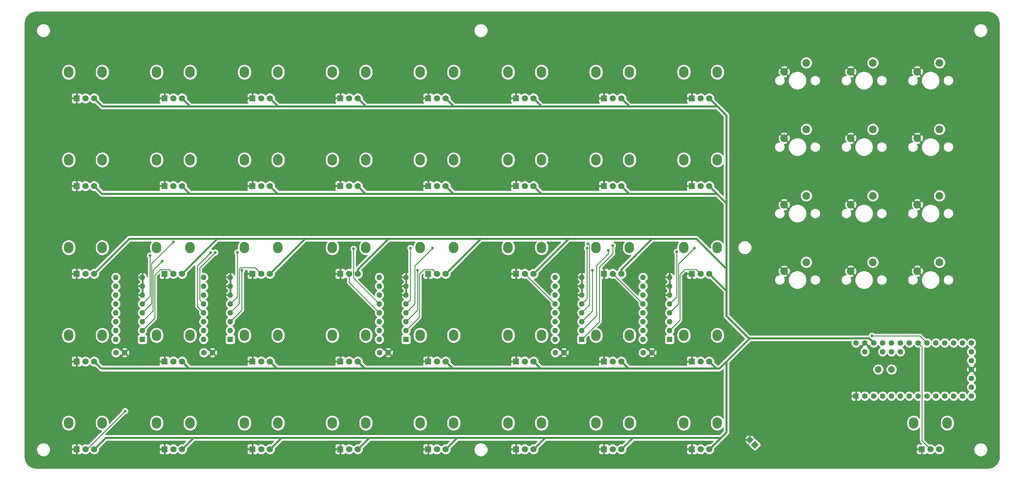
<source format=gbr>
G04 #@! TF.GenerationSoftware,KiCad,Pcbnew,(5.1.6)-1*
G04 #@! TF.CreationDate,2020-07-21T13:53:39-07:00*
G04 #@! TF.ProjectId,MIDI Mixer One v03,4d494449-204d-4697-9865-72204f6e6520,v1.0.0*
G04 #@! TF.SameCoordinates,Original*
G04 #@! TF.FileFunction,Copper,L2,Bot*
G04 #@! TF.FilePolarity,Positive*
%FSLAX46Y46*%
G04 Gerber Fmt 4.6, Leading zero omitted, Abs format (unit mm)*
G04 Created by KiCad (PCBNEW (5.1.6)-1) date 2020-07-21 13:53:39*
%MOMM*%
%LPD*%
G01*
G04 APERTURE LIST*
G04 #@! TA.AperFunction,ComponentPad*
%ADD10R,1.800000X1.800000*%
G04 #@! TD*
G04 #@! TA.AperFunction,ComponentPad*
%ADD11C,1.800000*%
G04 #@! TD*
G04 #@! TA.AperFunction,ComponentPad*
%ADD12O,2.720000X3.240000*%
G04 #@! TD*
G04 #@! TA.AperFunction,ComponentPad*
%ADD13O,1.600000X1.600000*%
G04 #@! TD*
G04 #@! TA.AperFunction,ComponentPad*
%ADD14R,1.600000X1.600000*%
G04 #@! TD*
G04 #@! TA.AperFunction,ComponentPad*
%ADD15C,2.200000*%
G04 #@! TD*
G04 #@! TA.AperFunction,ComponentPad*
%ADD16C,1.600000*%
G04 #@! TD*
G04 #@! TA.AperFunction,ComponentPad*
%ADD17C,0.100000*%
G04 #@! TD*
G04 #@! TA.AperFunction,ComponentPad*
%ADD18C,1.900000*%
G04 #@! TD*
G04 #@! TA.AperFunction,ViaPad*
%ADD19C,0.800000*%
G04 #@! TD*
G04 #@! TA.AperFunction,Conductor*
%ADD20C,0.609600*%
G04 #@! TD*
G04 #@! TA.AperFunction,Conductor*
%ADD21C,0.254000*%
G04 #@! TD*
G04 APERTURE END LIST*
D10*
X228727000Y-137541000D03*
D11*
X231227000Y-137541000D03*
X233727000Y-137541000D03*
D12*
X236027000Y-130041000D03*
X226427000Y-130041000D03*
D13*
X214757000Y-156337000D03*
X222377000Y-138557000D03*
X214757000Y-153797000D03*
X222377000Y-141097000D03*
X214757000Y-151257000D03*
X222377000Y-143637000D03*
X214757000Y-148717000D03*
X222377000Y-146177000D03*
X214757000Y-146177000D03*
X222377000Y-148717000D03*
X214757000Y-143637000D03*
X222377000Y-151257000D03*
X214757000Y-141097000D03*
X222377000Y-153797000D03*
X214757000Y-138557000D03*
D14*
X222377000Y-156337000D03*
D10*
X203581000Y-162687000D03*
D11*
X206081000Y-162687000D03*
X208581000Y-162687000D03*
D12*
X210881000Y-155187000D03*
X201281000Y-155187000D03*
D10*
X153289000Y-137541000D03*
D11*
X155789000Y-137541000D03*
X158289000Y-137541000D03*
D12*
X160589000Y-130041000D03*
X150989000Y-130041000D03*
D10*
X178435000Y-137541000D03*
D11*
X180935000Y-137541000D03*
X183435000Y-137541000D03*
D12*
X185735000Y-130041000D03*
X176135000Y-130041000D03*
D10*
X153289000Y-162687000D03*
D11*
X155789000Y-162687000D03*
X158289000Y-162687000D03*
D12*
X160589000Y-155187000D03*
X150989000Y-155187000D03*
D13*
X164465000Y-156337000D03*
X172085000Y-138557000D03*
X164465000Y-153797000D03*
X172085000Y-141097000D03*
X164465000Y-151257000D03*
X172085000Y-143637000D03*
X164465000Y-148717000D03*
X172085000Y-146177000D03*
X164465000Y-146177000D03*
X172085000Y-148717000D03*
X164465000Y-143637000D03*
X172085000Y-151257000D03*
X164465000Y-141097000D03*
X172085000Y-153797000D03*
X164465000Y-138557000D03*
D14*
X172085000Y-156337000D03*
D13*
X89027000Y-156337000D03*
X96647000Y-138557000D03*
X89027000Y-153797000D03*
X96647000Y-141097000D03*
X89027000Y-151257000D03*
X96647000Y-143637000D03*
X89027000Y-148717000D03*
X96647000Y-146177000D03*
X89027000Y-146177000D03*
X96647000Y-148717000D03*
X89027000Y-143637000D03*
X96647000Y-151257000D03*
X89027000Y-141097000D03*
X96647000Y-153797000D03*
X89027000Y-138557000D03*
D14*
X96647000Y-156337000D03*
D10*
X253873000Y-137541000D03*
D11*
X256373000Y-137541000D03*
X258873000Y-137541000D03*
D12*
X261173000Y-130041000D03*
X251573000Y-130041000D03*
D15*
X318389000Y-136779000D03*
X324739000Y-134239000D03*
D16*
X164505000Y-160147000D03*
X167005000Y-160147000D03*
X114213000Y-160147000D03*
X116713000Y-160147000D03*
X89067000Y-160147000D03*
X91567000Y-160147000D03*
X239943000Y-160147000D03*
X242443000Y-160147000D03*
X214797000Y-160147000D03*
X217297000Y-160147000D03*
X270492786Y-185148786D03*
G04 #@! TA.AperFunction,ComponentPad*
D17*
G36*
X273038371Y-186563000D02*
G01*
X271907000Y-187694371D01*
X270775629Y-186563000D01*
X271907000Y-185431629D01*
X273038371Y-186563000D01*
G37*
G04 #@! TD.AperFunction*
D18*
X307213000Y-164973000D03*
X311023000Y-164973000D03*
D14*
X300863000Y-172593000D03*
D16*
X303403000Y-172593000D03*
X305943000Y-172593000D03*
X308483000Y-172593000D03*
X311023000Y-172593000D03*
X313563000Y-172593000D03*
X316103000Y-172593000D03*
X318643000Y-172593000D03*
X321183000Y-172593000D03*
X323723000Y-172593000D03*
X326263000Y-172593000D03*
X328803000Y-172593000D03*
X331343000Y-172593000D03*
X313563000Y-159893000D03*
X311023000Y-159893000D03*
X308483000Y-159893000D03*
X303403000Y-159893000D03*
X300863000Y-157353000D03*
X303403000Y-157353000D03*
X305943000Y-157353000D03*
X308483000Y-157353000D03*
X311023000Y-157353000D03*
X313563000Y-157353000D03*
X316103000Y-157353000D03*
X318643000Y-157353000D03*
X321183000Y-157353000D03*
X323723000Y-157353000D03*
X326263000Y-157353000D03*
X328803000Y-157353000D03*
X331343000Y-157353000D03*
X333883000Y-172593000D03*
X333883000Y-170053000D03*
X333883000Y-167513000D03*
X333883000Y-157353000D03*
X333883000Y-159893000D03*
X333883000Y-162433000D03*
X333883000Y-164973000D03*
D13*
X239903000Y-156337000D03*
X247523000Y-138557000D03*
X239903000Y-153797000D03*
X247523000Y-141097000D03*
X239903000Y-151257000D03*
X247523000Y-143637000D03*
X239903000Y-148717000D03*
X247523000Y-146177000D03*
X239903000Y-146177000D03*
X247523000Y-148717000D03*
X239903000Y-143637000D03*
X247523000Y-151257000D03*
X239903000Y-141097000D03*
X247523000Y-153797000D03*
X239903000Y-138557000D03*
D14*
X247523000Y-156337000D03*
D15*
X318389000Y-117729000D03*
X324739000Y-115189000D03*
X299339000Y-136779000D03*
X305689000Y-134239000D03*
X280289000Y-117729000D03*
X286639000Y-115189000D03*
X280289000Y-136779000D03*
X286639000Y-134239000D03*
D10*
X153289000Y-187833000D03*
D11*
X155789000Y-187833000D03*
X158289000Y-187833000D03*
D12*
X160589000Y-180333000D03*
X150989000Y-180333000D03*
D13*
X114173000Y-156337000D03*
X121793000Y-138557000D03*
X114173000Y-153797000D03*
X121793000Y-141097000D03*
X114173000Y-151257000D03*
X121793000Y-143637000D03*
X114173000Y-148717000D03*
X121793000Y-146177000D03*
X114173000Y-146177000D03*
X121793000Y-148717000D03*
X114173000Y-143637000D03*
X121793000Y-151257000D03*
X114173000Y-141097000D03*
X121793000Y-153797000D03*
X114173000Y-138557000D03*
D14*
X121793000Y-156337000D03*
D15*
X299339000Y-117729000D03*
X305689000Y-115189000D03*
X318389000Y-98679000D03*
X324739000Y-96139000D03*
X299339000Y-98679000D03*
X305689000Y-96139000D03*
X280289000Y-98679000D03*
X286639000Y-96139000D03*
X318389000Y-79629000D03*
X324739000Y-77089000D03*
X299339000Y-79629000D03*
X305689000Y-77089000D03*
X280289000Y-79629000D03*
X286639000Y-77089000D03*
D12*
X317359000Y-180333000D03*
X326959000Y-180333000D03*
D11*
X324659000Y-187833000D03*
X322159000Y-187833000D03*
D10*
X319659000Y-187833000D03*
X253873000Y-187833000D03*
D11*
X256373000Y-187833000D03*
X258873000Y-187833000D03*
D12*
X261173000Y-180333000D03*
X251573000Y-180333000D03*
D10*
X253873000Y-162687000D03*
D11*
X256373000Y-162687000D03*
X258873000Y-162687000D03*
D12*
X261173000Y-155187000D03*
X251573000Y-155187000D03*
D10*
X253873000Y-112395000D03*
D11*
X256373000Y-112395000D03*
X258873000Y-112395000D03*
D12*
X261173000Y-104895000D03*
X251573000Y-104895000D03*
D10*
X253873000Y-87249000D03*
D11*
X256373000Y-87249000D03*
X258873000Y-87249000D03*
D12*
X261173000Y-79749000D03*
X251573000Y-79749000D03*
D10*
X228727000Y-187833000D03*
D11*
X231227000Y-187833000D03*
X233727000Y-187833000D03*
D12*
X236027000Y-180333000D03*
X226427000Y-180333000D03*
D10*
X228727000Y-162687000D03*
D11*
X231227000Y-162687000D03*
X233727000Y-162687000D03*
D12*
X236027000Y-155187000D03*
X226427000Y-155187000D03*
D10*
X228727000Y-112395000D03*
D11*
X231227000Y-112395000D03*
X233727000Y-112395000D03*
D12*
X236027000Y-104895000D03*
X226427000Y-104895000D03*
D10*
X228727000Y-87249000D03*
D11*
X231227000Y-87249000D03*
X233727000Y-87249000D03*
D12*
X236027000Y-79749000D03*
X226427000Y-79749000D03*
D10*
X203581000Y-187833000D03*
D11*
X206081000Y-187833000D03*
X208581000Y-187833000D03*
D12*
X210881000Y-180333000D03*
X201281000Y-180333000D03*
D10*
X203581000Y-137541000D03*
D11*
X206081000Y-137541000D03*
X208581000Y-137541000D03*
D12*
X210881000Y-130041000D03*
X201281000Y-130041000D03*
D10*
X203581000Y-112395000D03*
D11*
X206081000Y-112395000D03*
X208581000Y-112395000D03*
D12*
X210881000Y-104895000D03*
X201281000Y-104895000D03*
D10*
X203581000Y-87249000D03*
D11*
X206081000Y-87249000D03*
X208581000Y-87249000D03*
D12*
X210881000Y-79749000D03*
X201281000Y-79749000D03*
D10*
X178435000Y-187833000D03*
D11*
X180935000Y-187833000D03*
X183435000Y-187833000D03*
D12*
X185735000Y-180333000D03*
X176135000Y-180333000D03*
D10*
X178435000Y-162687000D03*
D11*
X180935000Y-162687000D03*
X183435000Y-162687000D03*
D12*
X185735000Y-155187000D03*
X176135000Y-155187000D03*
D10*
X178435000Y-112395000D03*
D11*
X180935000Y-112395000D03*
X183435000Y-112395000D03*
D12*
X185735000Y-104895000D03*
X176135000Y-104895000D03*
D10*
X178435000Y-87249000D03*
D11*
X180935000Y-87249000D03*
X183435000Y-87249000D03*
D12*
X185735000Y-79749000D03*
X176135000Y-79749000D03*
D10*
X153289000Y-112395000D03*
D11*
X155789000Y-112395000D03*
X158289000Y-112395000D03*
D12*
X160589000Y-104895000D03*
X150989000Y-104895000D03*
D10*
X153289000Y-87249000D03*
D11*
X155789000Y-87249000D03*
X158289000Y-87249000D03*
D12*
X160589000Y-79749000D03*
X150989000Y-79749000D03*
D10*
X128143000Y-187833000D03*
D11*
X130643000Y-187833000D03*
X133143000Y-187833000D03*
D12*
X135443000Y-180333000D03*
X125843000Y-180333000D03*
D10*
X128143000Y-162687000D03*
D11*
X130643000Y-162687000D03*
X133143000Y-162687000D03*
D12*
X135443000Y-155187000D03*
X125843000Y-155187000D03*
D10*
X128143000Y-137541000D03*
D11*
X130643000Y-137541000D03*
X133143000Y-137541000D03*
D12*
X135443000Y-130041000D03*
X125843000Y-130041000D03*
D10*
X128143000Y-112395000D03*
D11*
X130643000Y-112395000D03*
X133143000Y-112395000D03*
D12*
X135443000Y-104895000D03*
X125843000Y-104895000D03*
D10*
X128143000Y-87249000D03*
D11*
X130643000Y-87249000D03*
X133143000Y-87249000D03*
D12*
X135443000Y-79749000D03*
X125843000Y-79749000D03*
D10*
X102997000Y-187833000D03*
D11*
X105497000Y-187833000D03*
X107997000Y-187833000D03*
D12*
X110297000Y-180333000D03*
X100697000Y-180333000D03*
D10*
X102997000Y-162687000D03*
D11*
X105497000Y-162687000D03*
X107997000Y-162687000D03*
D12*
X110297000Y-155187000D03*
X100697000Y-155187000D03*
D10*
X102997000Y-137541000D03*
D11*
X105497000Y-137541000D03*
X107997000Y-137541000D03*
D12*
X110297000Y-130041000D03*
X100697000Y-130041000D03*
D10*
X102997000Y-112395000D03*
D11*
X105497000Y-112395000D03*
X107997000Y-112395000D03*
D12*
X110297000Y-104895000D03*
X100697000Y-104895000D03*
D10*
X102997000Y-87249000D03*
D11*
X105497000Y-87249000D03*
X107997000Y-87249000D03*
D12*
X110297000Y-79749000D03*
X100697000Y-79749000D03*
D10*
X77851000Y-187833000D03*
D11*
X80351000Y-187833000D03*
X82851000Y-187833000D03*
D12*
X85151000Y-180333000D03*
X75551000Y-180333000D03*
D10*
X77851000Y-162687000D03*
D11*
X80351000Y-162687000D03*
X82851000Y-162687000D03*
D12*
X85151000Y-155187000D03*
X75551000Y-155187000D03*
D10*
X77851000Y-137541000D03*
D11*
X80351000Y-137541000D03*
X82851000Y-137541000D03*
D12*
X85151000Y-130041000D03*
X75551000Y-130041000D03*
D10*
X77851000Y-112395000D03*
D11*
X80351000Y-112395000D03*
X82851000Y-112395000D03*
D12*
X85151000Y-104895000D03*
X75551000Y-104895000D03*
D10*
X77851000Y-87249000D03*
D11*
X80351000Y-87249000D03*
X82851000Y-87249000D03*
D12*
X85151000Y-79749000D03*
X75551000Y-79749000D03*
D19*
X262255000Y-113665000D03*
X267335000Y-156845000D03*
X269875000Y-159385000D03*
X266065000Y-117475000D03*
X305426670Y-155329330D03*
X225425000Y-136525000D03*
X175387000Y-136525000D03*
X125095000Y-136525000D03*
X102317979Y-133902021D03*
X91694000Y-176911000D03*
X98806000Y-132334000D03*
X105497000Y-128416000D03*
X117475000Y-131445000D03*
X116205000Y-131445000D03*
X123825000Y-131445000D03*
X173355000Y-130175000D03*
X179705000Y-130175000D03*
X224155000Y-128905000D03*
X223861000Y-130175000D03*
X229965201Y-130905201D03*
X231227000Y-129453000D03*
X249555000Y-131261010D03*
X254635000Y-130175000D03*
X157058799Y-130388799D03*
D20*
X263779000Y-162687000D02*
X263779000Y-167513000D01*
X263779000Y-167513000D02*
X263779000Y-182927000D01*
X263779000Y-142447000D02*
X263779000Y-141097000D01*
X84868984Y-164704984D02*
X82851000Y-162687000D01*
X82851000Y-187833000D02*
X86153000Y-184531000D01*
X235744984Y-164704984D02*
X256855016Y-164704984D01*
X233727000Y-162687000D02*
X235744984Y-164704984D01*
X107997000Y-187833000D02*
X111299000Y-184531000D01*
X111299000Y-184531000D02*
X111379000Y-184531000D01*
X86153000Y-184531000D02*
X111379000Y-184531000D01*
X136445000Y-184531000D02*
X136525000Y-184531000D01*
X133143000Y-187833000D02*
X136445000Y-184531000D01*
X111379000Y-184531000D02*
X136525000Y-184531000D01*
X158289000Y-187833000D02*
X161591000Y-184531000D01*
X161591000Y-184531000D02*
X161671000Y-184531000D01*
X136525000Y-184531000D02*
X161671000Y-184531000D01*
X186737000Y-184531000D02*
X186817000Y-184531000D01*
X183435000Y-187833000D02*
X186737000Y-184531000D01*
X161671000Y-184531000D02*
X186817000Y-184531000D01*
X211883000Y-184531000D02*
X211963000Y-184531000D01*
X208581000Y-187833000D02*
X211883000Y-184531000D01*
X186817000Y-184531000D02*
X211963000Y-184531000D01*
X237029000Y-184531000D02*
X237363000Y-184531000D01*
X233727000Y-187833000D02*
X237029000Y-184531000D01*
X211963000Y-184531000D02*
X237363000Y-184531000D01*
X237363000Y-184531000D02*
X262255000Y-184531000D01*
X262255000Y-184531000D02*
X258873000Y-187833000D01*
X263779000Y-182927000D02*
X262255000Y-184531000D01*
X255636984Y-164704984D02*
X256855016Y-164704984D01*
X260890984Y-164704984D02*
X258873000Y-162687000D01*
X210961016Y-164704984D02*
X210598984Y-164704984D01*
X210598984Y-164704984D02*
X208581000Y-162687000D01*
X209945016Y-164704984D02*
X210961016Y-164704984D01*
X210961016Y-164704984D02*
X255636984Y-164704984D01*
X185532984Y-164704984D02*
X185452984Y-164704984D01*
X209945016Y-164704984D02*
X185532984Y-164704984D01*
X185452984Y-164704984D02*
X183435000Y-162687000D01*
X160306984Y-164704984D02*
X158289000Y-162687000D01*
X160415016Y-164704984D02*
X160306984Y-164704984D01*
X185532984Y-164704984D02*
X160415016Y-164704984D01*
X136002984Y-164704984D02*
X135160984Y-164704984D01*
X160415016Y-164704984D02*
X136002984Y-164704984D01*
X135160984Y-164704984D02*
X133143000Y-162687000D01*
X110014984Y-164704984D02*
X107997000Y-162687000D01*
X110856984Y-164704984D02*
X110014984Y-164704984D01*
X136002984Y-164704984D02*
X110856984Y-164704984D01*
X110856984Y-164704984D02*
X84868984Y-164704984D01*
X255636984Y-164704984D02*
X261761016Y-164704984D01*
X263779000Y-149656998D02*
X263779000Y-147701000D01*
X263779000Y-142621000D02*
X263779000Y-141097000D01*
X261072000Y-114594000D02*
X263445000Y-116967000D01*
X235926000Y-114594000D02*
X233727000Y-112395000D01*
X261072000Y-114594000D02*
X235926000Y-114594000D01*
X258873000Y-112395000D02*
X261072000Y-114594000D01*
X85050000Y-114594000D02*
X82851000Y-112395000D01*
X111466000Y-114594000D02*
X110196000Y-114594000D01*
X110196000Y-114594000D02*
X107997000Y-112395000D01*
X111466000Y-114594000D02*
X85050000Y-114594000D01*
X135342000Y-114594000D02*
X133143000Y-112395000D01*
X135930000Y-114594000D02*
X135342000Y-114594000D01*
X135930000Y-114594000D02*
X111466000Y-114594000D01*
X160488000Y-114594000D02*
X158289000Y-112395000D01*
X161330000Y-114594000D02*
X160488000Y-114594000D01*
X161330000Y-114594000D02*
X135930000Y-114594000D01*
X185634000Y-114594000D02*
X183435000Y-112395000D01*
X186476000Y-114594000D02*
X185634000Y-114594000D01*
X186476000Y-114594000D02*
X161330000Y-114594000D01*
X210780000Y-114594000D02*
X208581000Y-112395000D01*
X211542000Y-114594000D02*
X210780000Y-114594000D01*
X261072000Y-114594000D02*
X211542000Y-114594000D01*
X211542000Y-114594000D02*
X186476000Y-114594000D01*
X260945000Y-89321000D02*
X258873000Y-87249000D01*
X261199000Y-89575000D02*
X260945000Y-89321000D01*
X85177000Y-89575000D02*
X82851000Y-87249000D01*
X261199000Y-89575000D02*
X237403000Y-89575000D01*
X237403000Y-89575000D02*
X236053000Y-89575000D01*
X110149000Y-89401000D02*
X107997000Y-87249000D01*
X110149000Y-89575000D02*
X110149000Y-89401000D01*
X110149000Y-89575000D02*
X85177000Y-89575000D01*
X135723000Y-89575000D02*
X135469000Y-89575000D01*
X135723000Y-89575000D02*
X110149000Y-89575000D01*
X186095000Y-89575000D02*
X185761000Y-89575000D01*
X185761000Y-89575000D02*
X183435000Y-87249000D01*
X210653000Y-89321000D02*
X208581000Y-87249000D01*
X210653000Y-89575000D02*
X210653000Y-89321000D01*
X235879000Y-89401000D02*
X233727000Y-87249000D01*
X235879000Y-89575000D02*
X235879000Y-89401000D01*
X237403000Y-89575000D02*
X235879000Y-89575000D01*
X235879000Y-89575000D02*
X210653000Y-89575000D01*
X237534208Y-132461000D02*
X237617000Y-132461000D01*
X233727000Y-136268208D02*
X237534208Y-132461000D01*
X233727000Y-137541000D02*
X233727000Y-136268208D01*
X263779000Y-140081000D02*
X263779000Y-136779000D01*
X263779000Y-141097000D02*
X263779000Y-140081000D01*
X213661000Y-132461000D02*
X208581000Y-137541000D01*
X188515000Y-132461000D02*
X183435000Y-137541000D01*
X87931000Y-132461000D02*
X82851000Y-137541000D01*
X113077000Y-132461000D02*
X107997000Y-137541000D01*
X138223000Y-132461000D02*
X133143000Y-137541000D01*
X263779000Y-142447000D02*
X263779000Y-142621000D01*
X258873000Y-137541000D02*
X263779000Y-142447000D01*
X263779000Y-136779000D02*
X263779000Y-134747000D01*
X263779000Y-142621000D02*
X263779000Y-138049000D01*
X263779000Y-138049000D02*
X263779000Y-137541000D01*
X242487208Y-127508000D02*
X233727000Y-136268208D01*
X263779000Y-136144000D02*
X255143000Y-127508000D01*
X263779000Y-138049000D02*
X263779000Y-136144000D01*
X118030000Y-127508000D02*
X107997000Y-137541000D01*
X255143000Y-127508000D02*
X246761000Y-127508000D01*
X246761000Y-127508000D02*
X242487208Y-127508000D01*
X222250000Y-127508000D02*
X218614000Y-127508000D01*
X218614000Y-127508000D02*
X208581000Y-137541000D01*
X246761000Y-127508000D02*
X222250000Y-127508000D01*
X193468000Y-127508000D02*
X183435000Y-137541000D01*
X198120000Y-127508000D02*
X193468000Y-127508000D01*
X222250000Y-127508000D02*
X198120000Y-127508000D01*
X158289000Y-136268208D02*
X158289000Y-137541000D01*
X198120000Y-127508000D02*
X171069000Y-127508000D01*
X167049208Y-127508000D02*
X158289000Y-136268208D01*
X171069000Y-127508000D02*
X167049208Y-127508000D01*
X148590000Y-127508000D02*
X143176000Y-127508000D01*
X143176000Y-127508000D02*
X133143000Y-137541000D01*
X171069000Y-127508000D02*
X148590000Y-127508000D01*
X92884000Y-127508000D02*
X82851000Y-137541000D01*
X122174000Y-127508000D02*
X92884000Y-127508000D01*
X148590000Y-127508000D02*
X122174000Y-127508000D01*
X122174000Y-127508000D02*
X118030000Y-127508000D01*
X160615000Y-89575000D02*
X158289000Y-87249000D01*
X210653000Y-89575000D02*
X192873000Y-89575000D01*
X192873000Y-89575000D02*
X186095000Y-89575000D01*
X164251000Y-89575000D02*
X135469000Y-89575000D01*
X192873000Y-89575000D02*
X164251000Y-89575000D01*
X164251000Y-89575000D02*
X160615000Y-89575000D01*
X135469000Y-89575000D02*
X133143000Y-87249000D01*
X261761016Y-164704984D02*
X263779000Y-162687000D01*
X260890984Y-164704984D02*
X261761016Y-164704984D01*
X263779000Y-117301000D02*
X263779000Y-117301000D01*
X263779000Y-134747000D02*
X263779000Y-121031000D01*
X263779000Y-117301000D02*
X258873000Y-112395000D01*
X270167001Y-156044999D02*
X263779000Y-149656998D01*
X263779000Y-147701000D02*
X263779000Y-142621000D01*
X263779000Y-92155000D02*
X261199000Y-89575000D01*
X263779000Y-119761000D02*
X263779000Y-92155000D01*
X263779000Y-119761000D02*
X263779000Y-117301000D01*
X263779000Y-121031000D02*
X263779000Y-119761000D01*
X270421001Y-156044999D02*
X263779000Y-162687000D01*
X304634999Y-156044999D02*
X270421001Y-156044999D01*
X305943000Y-157353000D02*
X304634999Y-156044999D01*
D21*
X319773201Y-185447201D02*
X321259001Y-186933001D01*
X321259001Y-186933001D02*
X322159000Y-187833000D01*
X319773201Y-158483201D02*
X319773201Y-185447201D01*
X318643000Y-157353000D02*
X319773201Y-158483201D01*
X319159330Y-155329330D02*
X321183000Y-157353000D01*
X305426670Y-155329330D02*
X319159330Y-155329330D01*
X222377000Y-151257000D02*
X225425000Y-148209000D01*
X225425000Y-148209000D02*
X225425000Y-136525000D01*
X172085000Y-151257000D02*
X175387000Y-147955000D01*
X175387000Y-147955000D02*
X175387000Y-136525000D01*
X125095000Y-147955000D02*
X125095000Y-140186302D01*
X125095000Y-140186302D02*
X125095000Y-136525000D01*
X121793000Y-151257000D02*
X125095000Y-147955000D01*
X99720420Y-148183580D02*
X99720420Y-136499580D01*
X96647000Y-151257000D02*
X99720420Y-148183580D01*
X100965000Y-135255000D02*
X99720420Y-136499580D01*
X102235000Y-133985000D02*
X100965000Y-135255000D01*
X80772000Y-187833000D02*
X80351000Y-187833000D01*
X91694000Y-176911000D02*
X80772000Y-187833000D01*
X98806000Y-144018000D02*
X96647000Y-146177000D01*
X98806000Y-132334000D02*
X98806000Y-144018000D01*
X96647000Y-148717000D02*
X99263210Y-146100790D01*
X99263210Y-146100790D02*
X99263210Y-138226790D01*
X99263210Y-137363210D02*
X99263210Y-138226790D01*
X99263210Y-136093210D02*
X99263210Y-134649790D01*
X99263210Y-136093210D02*
X99263210Y-137363210D01*
X99263210Y-134649790D02*
X105497000Y-128416000D01*
X99263210Y-135860790D02*
X99263210Y-136093210D01*
X104266799Y-136310799D02*
X105497000Y-137541000D01*
X101832839Y-136310799D02*
X104266799Y-136310799D01*
X100177630Y-137966008D02*
X101832839Y-136310799D01*
X100177630Y-150266370D02*
X100177630Y-137966008D01*
X96647000Y-153797000D02*
X100177630Y-150266370D01*
X113042799Y-145046799D02*
X114173000Y-146177000D01*
X117475000Y-131445000D02*
X113042799Y-135877201D01*
X113042799Y-135877201D02*
X113042799Y-145046799D01*
X114173000Y-148717000D02*
X112395000Y-146939000D01*
X112395000Y-135255000D02*
X114935000Y-132715000D01*
X112395000Y-146939000D02*
X112395000Y-135255000D01*
X116205000Y-131445000D02*
X114935000Y-132715000D01*
X130619500Y-137564500D02*
X130643000Y-137541000D01*
X124364799Y-136174503D02*
X124744503Y-135794799D01*
X124364799Y-146145201D02*
X124364799Y-136174503D01*
X124744503Y-135794799D02*
X128896799Y-135794799D01*
X121793000Y-148717000D02*
X124364799Y-146145201D01*
X128896799Y-135794799D02*
X130643000Y-137541000D01*
X123825000Y-144145000D02*
X121793000Y-146177000D01*
X123825000Y-133985000D02*
X123825000Y-131445000D01*
X123825000Y-133985000D02*
X123825000Y-144145000D01*
X123825000Y-132715000D02*
X123825000Y-133985000D01*
X155789000Y-140041000D02*
X155789000Y-137541000D01*
X164465000Y-148717000D02*
X155789000Y-140041000D01*
X172085000Y-146177000D02*
X173355000Y-144907000D01*
X173355000Y-144907000D02*
X173355000Y-130175000D01*
X179705000Y-130175000D02*
X174625000Y-135255000D01*
X174625000Y-146177000D02*
X172085000Y-148717000D01*
X174625000Y-135255000D02*
X174625000Y-146177000D01*
X172085000Y-153797000D02*
X175895000Y-149987000D01*
X179704799Y-136310799D02*
X180935000Y-137541000D01*
X177270839Y-136310799D02*
X179704799Y-136310799D01*
X175895000Y-137686638D02*
X177270839Y-136310799D01*
X175895000Y-149987000D02*
X175895000Y-137686638D01*
X224591201Y-129341201D02*
X224155000Y-128905000D01*
X222377000Y-148717000D02*
X224591201Y-146502799D01*
X224591201Y-146502799D02*
X224591201Y-129341201D01*
X223861000Y-144693000D02*
X223861000Y-130175000D01*
X222377000Y-146177000D02*
X223861000Y-144693000D01*
X214717000Y-146177000D02*
X214757000Y-146177000D01*
X206081000Y-137541000D02*
X214717000Y-146177000D01*
X229965201Y-131795497D02*
X229965201Y-130905201D01*
X226611391Y-135149307D02*
X229965201Y-131795497D01*
X226611391Y-149562609D02*
X226611391Y-135149307D01*
X222377000Y-153797000D02*
X226611391Y-149562609D01*
X222377000Y-156337000D02*
X227425201Y-151288799D01*
X227425201Y-151288799D02*
X227425201Y-135610809D01*
X231227000Y-131809010D02*
X227425201Y-135610809D01*
X231227000Y-129453000D02*
X231227000Y-131809010D01*
X231267000Y-137541000D02*
X231227000Y-137541000D01*
X239903000Y-146177000D02*
X231267000Y-137541000D01*
X249555000Y-144145000D02*
X247523000Y-146177000D01*
X249555000Y-131261010D02*
X249555000Y-144145000D01*
X250012210Y-134797790D02*
X254635000Y-130175000D01*
X247523000Y-148717000D02*
X250012210Y-146227790D01*
X250012210Y-146227790D02*
X250012210Y-134797790D01*
X255142799Y-136310799D02*
X256373000Y-137541000D01*
X251880799Y-136310799D02*
X255142799Y-136310799D01*
X250469420Y-137722178D02*
X251880799Y-136310799D01*
X250469420Y-150850580D02*
X250469420Y-137722178D01*
X247523000Y-153797000D02*
X250469420Y-150850580D01*
X164465000Y-146177000D02*
X157058799Y-138770799D01*
X157058799Y-138770799D02*
X157058799Y-130388799D01*
G36*
X339217891Y-62574515D02*
G01*
X339829565Y-62759190D01*
X340393710Y-63059151D01*
X340888856Y-63462982D01*
X341296133Y-63955297D01*
X341600026Y-64517336D01*
X341788969Y-65127709D01*
X341859001Y-65794022D01*
X341859000Y-189959721D01*
X341793485Y-190627892D01*
X341608812Y-191239561D01*
X341308848Y-191803711D01*
X340905018Y-192298855D01*
X340412703Y-192706133D01*
X339850664Y-193010026D01*
X339240292Y-193198969D01*
X338573988Y-193269000D01*
X66326279Y-193269000D01*
X65658108Y-193203485D01*
X65046439Y-193018812D01*
X64482289Y-192718848D01*
X63987145Y-192315018D01*
X63579867Y-191822703D01*
X63275974Y-191260664D01*
X63087031Y-190650292D01*
X63017000Y-189983988D01*
X63017000Y-187764495D01*
X66341000Y-187764495D01*
X66341000Y-188155505D01*
X66417282Y-188539003D01*
X66566915Y-188900250D01*
X66784149Y-189225364D01*
X67060636Y-189501851D01*
X67385750Y-189719085D01*
X67746997Y-189868718D01*
X68130495Y-189945000D01*
X68521505Y-189945000D01*
X68905003Y-189868718D01*
X69266250Y-189719085D01*
X69591364Y-189501851D01*
X69867851Y-189225364D01*
X70085085Y-188900250D01*
X70154362Y-188733000D01*
X76312928Y-188733000D01*
X76325188Y-188857482D01*
X76361498Y-188977180D01*
X76420463Y-189087494D01*
X76499815Y-189184185D01*
X76596506Y-189263537D01*
X76706820Y-189322502D01*
X76826518Y-189358812D01*
X76951000Y-189371072D01*
X77565250Y-189368000D01*
X77724000Y-189209250D01*
X77724000Y-187960000D01*
X76474750Y-187960000D01*
X76316000Y-188118750D01*
X76312928Y-188733000D01*
X70154362Y-188733000D01*
X70234718Y-188539003D01*
X70311000Y-188155505D01*
X70311000Y-187764495D01*
X70234718Y-187380997D01*
X70085085Y-187019750D01*
X70027121Y-186933000D01*
X76312928Y-186933000D01*
X76316000Y-187547250D01*
X76474750Y-187706000D01*
X77724000Y-187706000D01*
X77724000Y-186456750D01*
X77565250Y-186298000D01*
X76951000Y-186294928D01*
X76826518Y-186307188D01*
X76706820Y-186343498D01*
X76596506Y-186402463D01*
X76499815Y-186481815D01*
X76420463Y-186578506D01*
X76361498Y-186688820D01*
X76325188Y-186808518D01*
X76312928Y-186933000D01*
X70027121Y-186933000D01*
X69867851Y-186694636D01*
X69591364Y-186418149D01*
X69266250Y-186200915D01*
X68905003Y-186051282D01*
X68521505Y-185975000D01*
X68130495Y-185975000D01*
X67746997Y-186051282D01*
X67385750Y-186200915D01*
X67060636Y-186418149D01*
X66784149Y-186694636D01*
X66566915Y-187019750D01*
X66417282Y-187380997D01*
X66341000Y-187764495D01*
X63017000Y-187764495D01*
X63017000Y-179975002D01*
X73556000Y-179975002D01*
X73556000Y-180690997D01*
X73584867Y-180984087D01*
X73698943Y-181360146D01*
X73884193Y-181706725D01*
X74133497Y-182010503D01*
X74437275Y-182259807D01*
X74783853Y-182445057D01*
X75159912Y-182559133D01*
X75551000Y-182597652D01*
X75942087Y-182559133D01*
X76318146Y-182445057D01*
X76664725Y-182259807D01*
X76968503Y-182010503D01*
X77217807Y-181706725D01*
X77403057Y-181360147D01*
X77517133Y-180984088D01*
X77546000Y-180690998D01*
X77546000Y-179975003D01*
X77517133Y-179681913D01*
X77403057Y-179305853D01*
X77217807Y-178959275D01*
X76968503Y-178655497D01*
X76664725Y-178406193D01*
X76318147Y-178220943D01*
X75942088Y-178106867D01*
X75551000Y-178068348D01*
X75159913Y-178106867D01*
X74783854Y-178220943D01*
X74437276Y-178406193D01*
X74133498Y-178655497D01*
X73884193Y-178959275D01*
X73698943Y-179305853D01*
X73584867Y-179681912D01*
X73556000Y-179975002D01*
X63017000Y-179975002D01*
X63017000Y-163587000D01*
X76312928Y-163587000D01*
X76325188Y-163711482D01*
X76361498Y-163831180D01*
X76420463Y-163941494D01*
X76499815Y-164038185D01*
X76596506Y-164117537D01*
X76706820Y-164176502D01*
X76826518Y-164212812D01*
X76951000Y-164225072D01*
X77565250Y-164222000D01*
X77724000Y-164063250D01*
X77724000Y-162814000D01*
X76474750Y-162814000D01*
X76316000Y-162972750D01*
X76312928Y-163587000D01*
X63017000Y-163587000D01*
X63017000Y-161787000D01*
X76312928Y-161787000D01*
X76316000Y-162401250D01*
X76474750Y-162560000D01*
X77724000Y-162560000D01*
X77724000Y-161310750D01*
X77565250Y-161152000D01*
X76951000Y-161148928D01*
X76826518Y-161161188D01*
X76706820Y-161197498D01*
X76596506Y-161256463D01*
X76499815Y-161335815D01*
X76420463Y-161432506D01*
X76361498Y-161542820D01*
X76325188Y-161662518D01*
X76312928Y-161787000D01*
X63017000Y-161787000D01*
X63017000Y-160005665D01*
X87632000Y-160005665D01*
X87632000Y-160288335D01*
X87687147Y-160565574D01*
X87795320Y-160826727D01*
X87952363Y-161061759D01*
X88152241Y-161261637D01*
X88387273Y-161418680D01*
X88648426Y-161526853D01*
X88925665Y-161582000D01*
X89208335Y-161582000D01*
X89485574Y-161526853D01*
X89746727Y-161418680D01*
X89981759Y-161261637D01*
X90103694Y-161139702D01*
X90753903Y-161139702D01*
X90825486Y-161383671D01*
X91080996Y-161504571D01*
X91355184Y-161573300D01*
X91637512Y-161587217D01*
X91917130Y-161545787D01*
X92183292Y-161450603D01*
X92308514Y-161383671D01*
X92380097Y-161139702D01*
X91567000Y-160326605D01*
X90753903Y-161139702D01*
X90103694Y-161139702D01*
X90181637Y-161061759D01*
X90315692Y-160861131D01*
X90330329Y-160888514D01*
X90574298Y-160960097D01*
X91387395Y-160147000D01*
X91746605Y-160147000D01*
X92559702Y-160960097D01*
X92803671Y-160888514D01*
X92924571Y-160633004D01*
X92993300Y-160358816D01*
X93007217Y-160076488D01*
X92996724Y-160005665D01*
X112778000Y-160005665D01*
X112778000Y-160288335D01*
X112833147Y-160565574D01*
X112941320Y-160826727D01*
X113098363Y-161061759D01*
X113298241Y-161261637D01*
X113533273Y-161418680D01*
X113794426Y-161526853D01*
X114071665Y-161582000D01*
X114354335Y-161582000D01*
X114631574Y-161526853D01*
X114892727Y-161418680D01*
X115127759Y-161261637D01*
X115249694Y-161139702D01*
X115899903Y-161139702D01*
X115971486Y-161383671D01*
X116226996Y-161504571D01*
X116501184Y-161573300D01*
X116783512Y-161587217D01*
X117063130Y-161545787D01*
X117329292Y-161450603D01*
X117454514Y-161383671D01*
X117526097Y-161139702D01*
X116713000Y-160326605D01*
X115899903Y-161139702D01*
X115249694Y-161139702D01*
X115327637Y-161061759D01*
X115461692Y-160861131D01*
X115476329Y-160888514D01*
X115720298Y-160960097D01*
X116533395Y-160147000D01*
X116892605Y-160147000D01*
X117705702Y-160960097D01*
X117949671Y-160888514D01*
X118070571Y-160633004D01*
X118139300Y-160358816D01*
X118153217Y-160076488D01*
X118142724Y-160005665D01*
X163070000Y-160005665D01*
X163070000Y-160288335D01*
X163125147Y-160565574D01*
X163233320Y-160826727D01*
X163390363Y-161061759D01*
X163590241Y-161261637D01*
X163825273Y-161418680D01*
X164086426Y-161526853D01*
X164363665Y-161582000D01*
X164646335Y-161582000D01*
X164923574Y-161526853D01*
X165184727Y-161418680D01*
X165419759Y-161261637D01*
X165541694Y-161139702D01*
X166191903Y-161139702D01*
X166263486Y-161383671D01*
X166518996Y-161504571D01*
X166793184Y-161573300D01*
X167075512Y-161587217D01*
X167355130Y-161545787D01*
X167621292Y-161450603D01*
X167746514Y-161383671D01*
X167818097Y-161139702D01*
X167005000Y-160326605D01*
X166191903Y-161139702D01*
X165541694Y-161139702D01*
X165619637Y-161061759D01*
X165753692Y-160861131D01*
X165768329Y-160888514D01*
X166012298Y-160960097D01*
X166825395Y-160147000D01*
X167184605Y-160147000D01*
X167997702Y-160960097D01*
X168241671Y-160888514D01*
X168362571Y-160633004D01*
X168431300Y-160358816D01*
X168445217Y-160076488D01*
X168434724Y-160005665D01*
X213362000Y-160005665D01*
X213362000Y-160288335D01*
X213417147Y-160565574D01*
X213525320Y-160826727D01*
X213682363Y-161061759D01*
X213882241Y-161261637D01*
X214117273Y-161418680D01*
X214378426Y-161526853D01*
X214655665Y-161582000D01*
X214938335Y-161582000D01*
X215215574Y-161526853D01*
X215476727Y-161418680D01*
X215711759Y-161261637D01*
X215833694Y-161139702D01*
X216483903Y-161139702D01*
X216555486Y-161383671D01*
X216810996Y-161504571D01*
X217085184Y-161573300D01*
X217367512Y-161587217D01*
X217647130Y-161545787D01*
X217913292Y-161450603D01*
X218038514Y-161383671D01*
X218110097Y-161139702D01*
X217297000Y-160326605D01*
X216483903Y-161139702D01*
X215833694Y-161139702D01*
X215911637Y-161061759D01*
X216045692Y-160861131D01*
X216060329Y-160888514D01*
X216304298Y-160960097D01*
X217117395Y-160147000D01*
X217476605Y-160147000D01*
X218289702Y-160960097D01*
X218533671Y-160888514D01*
X218654571Y-160633004D01*
X218723300Y-160358816D01*
X218737217Y-160076488D01*
X218726724Y-160005665D01*
X238508000Y-160005665D01*
X238508000Y-160288335D01*
X238563147Y-160565574D01*
X238671320Y-160826727D01*
X238828363Y-161061759D01*
X239028241Y-161261637D01*
X239263273Y-161418680D01*
X239524426Y-161526853D01*
X239801665Y-161582000D01*
X240084335Y-161582000D01*
X240361574Y-161526853D01*
X240622727Y-161418680D01*
X240857759Y-161261637D01*
X240979694Y-161139702D01*
X241629903Y-161139702D01*
X241701486Y-161383671D01*
X241956996Y-161504571D01*
X242231184Y-161573300D01*
X242513512Y-161587217D01*
X242793130Y-161545787D01*
X243059292Y-161450603D01*
X243184514Y-161383671D01*
X243256097Y-161139702D01*
X242443000Y-160326605D01*
X241629903Y-161139702D01*
X240979694Y-161139702D01*
X241057637Y-161061759D01*
X241191692Y-160861131D01*
X241206329Y-160888514D01*
X241450298Y-160960097D01*
X242263395Y-160147000D01*
X242622605Y-160147000D01*
X243435702Y-160960097D01*
X243679671Y-160888514D01*
X243800571Y-160633004D01*
X243869300Y-160358816D01*
X243883217Y-160076488D01*
X243841787Y-159796870D01*
X243746603Y-159530708D01*
X243679671Y-159405486D01*
X243435702Y-159333903D01*
X242622605Y-160147000D01*
X242263395Y-160147000D01*
X241450298Y-159333903D01*
X241206329Y-159405486D01*
X241192676Y-159434341D01*
X241057637Y-159232241D01*
X240979694Y-159154298D01*
X241629903Y-159154298D01*
X242443000Y-159967395D01*
X243256097Y-159154298D01*
X243184514Y-158910329D01*
X242929004Y-158789429D01*
X242654816Y-158720700D01*
X242372488Y-158706783D01*
X242092870Y-158748213D01*
X241826708Y-158843397D01*
X241701486Y-158910329D01*
X241629903Y-159154298D01*
X240979694Y-159154298D01*
X240857759Y-159032363D01*
X240622727Y-158875320D01*
X240361574Y-158767147D01*
X240084335Y-158712000D01*
X239801665Y-158712000D01*
X239524426Y-158767147D01*
X239263273Y-158875320D01*
X239028241Y-159032363D01*
X238828363Y-159232241D01*
X238671320Y-159467273D01*
X238563147Y-159728426D01*
X238508000Y-160005665D01*
X218726724Y-160005665D01*
X218695787Y-159796870D01*
X218600603Y-159530708D01*
X218533671Y-159405486D01*
X218289702Y-159333903D01*
X217476605Y-160147000D01*
X217117395Y-160147000D01*
X216304298Y-159333903D01*
X216060329Y-159405486D01*
X216046676Y-159434341D01*
X215911637Y-159232241D01*
X215833694Y-159154298D01*
X216483903Y-159154298D01*
X217297000Y-159967395D01*
X218110097Y-159154298D01*
X218038514Y-158910329D01*
X217783004Y-158789429D01*
X217508816Y-158720700D01*
X217226488Y-158706783D01*
X216946870Y-158748213D01*
X216680708Y-158843397D01*
X216555486Y-158910329D01*
X216483903Y-159154298D01*
X215833694Y-159154298D01*
X215711759Y-159032363D01*
X215476727Y-158875320D01*
X215215574Y-158767147D01*
X214938335Y-158712000D01*
X214655665Y-158712000D01*
X214378426Y-158767147D01*
X214117273Y-158875320D01*
X213882241Y-159032363D01*
X213682363Y-159232241D01*
X213525320Y-159467273D01*
X213417147Y-159728426D01*
X213362000Y-160005665D01*
X168434724Y-160005665D01*
X168403787Y-159796870D01*
X168308603Y-159530708D01*
X168241671Y-159405486D01*
X167997702Y-159333903D01*
X167184605Y-160147000D01*
X166825395Y-160147000D01*
X166012298Y-159333903D01*
X165768329Y-159405486D01*
X165754676Y-159434341D01*
X165619637Y-159232241D01*
X165541694Y-159154298D01*
X166191903Y-159154298D01*
X167005000Y-159967395D01*
X167818097Y-159154298D01*
X167746514Y-158910329D01*
X167491004Y-158789429D01*
X167216816Y-158720700D01*
X166934488Y-158706783D01*
X166654870Y-158748213D01*
X166388708Y-158843397D01*
X166263486Y-158910329D01*
X166191903Y-159154298D01*
X165541694Y-159154298D01*
X165419759Y-159032363D01*
X165184727Y-158875320D01*
X164923574Y-158767147D01*
X164646335Y-158712000D01*
X164363665Y-158712000D01*
X164086426Y-158767147D01*
X163825273Y-158875320D01*
X163590241Y-159032363D01*
X163390363Y-159232241D01*
X163233320Y-159467273D01*
X163125147Y-159728426D01*
X163070000Y-160005665D01*
X118142724Y-160005665D01*
X118111787Y-159796870D01*
X118016603Y-159530708D01*
X117949671Y-159405486D01*
X117705702Y-159333903D01*
X116892605Y-160147000D01*
X116533395Y-160147000D01*
X115720298Y-159333903D01*
X115476329Y-159405486D01*
X115462676Y-159434341D01*
X115327637Y-159232241D01*
X115249694Y-159154298D01*
X115899903Y-159154298D01*
X116713000Y-159967395D01*
X117526097Y-159154298D01*
X117454514Y-158910329D01*
X117199004Y-158789429D01*
X116924816Y-158720700D01*
X116642488Y-158706783D01*
X116362870Y-158748213D01*
X116096708Y-158843397D01*
X115971486Y-158910329D01*
X115899903Y-159154298D01*
X115249694Y-159154298D01*
X115127759Y-159032363D01*
X114892727Y-158875320D01*
X114631574Y-158767147D01*
X114354335Y-158712000D01*
X114071665Y-158712000D01*
X113794426Y-158767147D01*
X113533273Y-158875320D01*
X113298241Y-159032363D01*
X113098363Y-159232241D01*
X112941320Y-159467273D01*
X112833147Y-159728426D01*
X112778000Y-160005665D01*
X92996724Y-160005665D01*
X92965787Y-159796870D01*
X92870603Y-159530708D01*
X92803671Y-159405486D01*
X92559702Y-159333903D01*
X91746605Y-160147000D01*
X91387395Y-160147000D01*
X90574298Y-159333903D01*
X90330329Y-159405486D01*
X90316676Y-159434341D01*
X90181637Y-159232241D01*
X90103694Y-159154298D01*
X90753903Y-159154298D01*
X91567000Y-159967395D01*
X92380097Y-159154298D01*
X92308514Y-158910329D01*
X92053004Y-158789429D01*
X91778816Y-158720700D01*
X91496488Y-158706783D01*
X91216870Y-158748213D01*
X90950708Y-158843397D01*
X90825486Y-158910329D01*
X90753903Y-159154298D01*
X90103694Y-159154298D01*
X89981759Y-159032363D01*
X89746727Y-158875320D01*
X89485574Y-158767147D01*
X89208335Y-158712000D01*
X88925665Y-158712000D01*
X88648426Y-158767147D01*
X88387273Y-158875320D01*
X88152241Y-159032363D01*
X87952363Y-159232241D01*
X87795320Y-159467273D01*
X87687147Y-159728426D01*
X87632000Y-160005665D01*
X63017000Y-160005665D01*
X63017000Y-154829002D01*
X73556000Y-154829002D01*
X73556000Y-155544997D01*
X73584867Y-155838087D01*
X73698943Y-156214146D01*
X73884193Y-156560725D01*
X74133497Y-156864503D01*
X74437275Y-157113807D01*
X74783853Y-157299057D01*
X75159912Y-157413133D01*
X75551000Y-157451652D01*
X75942087Y-157413133D01*
X76318146Y-157299057D01*
X76664725Y-157113807D01*
X76968503Y-156864503D01*
X77217807Y-156560725D01*
X77403057Y-156214147D01*
X77517133Y-155838088D01*
X77546000Y-155544998D01*
X77546000Y-154829003D01*
X77546000Y-154829002D01*
X83156000Y-154829002D01*
X83156000Y-155544997D01*
X83184867Y-155838087D01*
X83298943Y-156214146D01*
X83484193Y-156560725D01*
X83733497Y-156864503D01*
X84037275Y-157113807D01*
X84383853Y-157299057D01*
X84759912Y-157413133D01*
X85151000Y-157451652D01*
X85542087Y-157413133D01*
X85918146Y-157299057D01*
X86264725Y-157113807D01*
X86568503Y-156864503D01*
X86817807Y-156560725D01*
X87003057Y-156214147D01*
X87117133Y-155838088D01*
X87146000Y-155544998D01*
X87146000Y-154829003D01*
X87117133Y-154535913D01*
X87003057Y-154159853D01*
X86817807Y-153813275D01*
X86568503Y-153509497D01*
X86264725Y-153260193D01*
X85918147Y-153074943D01*
X85542088Y-152960867D01*
X85151000Y-152922348D01*
X84759913Y-152960867D01*
X84383854Y-153074943D01*
X84037276Y-153260193D01*
X83733498Y-153509497D01*
X83484193Y-153813275D01*
X83298943Y-154159853D01*
X83184867Y-154535912D01*
X83156000Y-154829002D01*
X77546000Y-154829002D01*
X77517133Y-154535913D01*
X77403057Y-154159853D01*
X77217807Y-153813275D01*
X76968503Y-153509497D01*
X76664725Y-153260193D01*
X76318147Y-153074943D01*
X75942088Y-152960867D01*
X75551000Y-152922348D01*
X75159913Y-152960867D01*
X74783854Y-153074943D01*
X74437276Y-153260193D01*
X74133498Y-153509497D01*
X73884193Y-153813275D01*
X73698943Y-154159853D01*
X73584867Y-154535912D01*
X73556000Y-154829002D01*
X63017000Y-154829002D01*
X63017000Y-138441000D01*
X76312928Y-138441000D01*
X76325188Y-138565482D01*
X76361498Y-138685180D01*
X76420463Y-138795494D01*
X76499815Y-138892185D01*
X76596506Y-138971537D01*
X76706820Y-139030502D01*
X76826518Y-139066812D01*
X76951000Y-139079072D01*
X77565250Y-139076000D01*
X77724000Y-138917250D01*
X77724000Y-137668000D01*
X76474750Y-137668000D01*
X76316000Y-137826750D01*
X76312928Y-138441000D01*
X63017000Y-138441000D01*
X63017000Y-136641000D01*
X76312928Y-136641000D01*
X76316000Y-137255250D01*
X76474750Y-137414000D01*
X77724000Y-137414000D01*
X77724000Y-136164750D01*
X77565250Y-136006000D01*
X76951000Y-136002928D01*
X76826518Y-136015188D01*
X76706820Y-136051498D01*
X76596506Y-136110463D01*
X76499815Y-136189815D01*
X76420463Y-136286506D01*
X76361498Y-136396820D01*
X76325188Y-136516518D01*
X76312928Y-136641000D01*
X63017000Y-136641000D01*
X63017000Y-129683002D01*
X73556000Y-129683002D01*
X73556000Y-130398997D01*
X73584867Y-130692087D01*
X73698943Y-131068146D01*
X73884193Y-131414725D01*
X74133497Y-131718503D01*
X74437275Y-131967807D01*
X74783853Y-132153057D01*
X75159912Y-132267133D01*
X75551000Y-132305652D01*
X75942087Y-132267133D01*
X76318146Y-132153057D01*
X76664725Y-131967807D01*
X76968503Y-131718503D01*
X77217807Y-131414725D01*
X77403057Y-131068147D01*
X77517133Y-130692088D01*
X77546000Y-130398998D01*
X77546000Y-129683003D01*
X77546000Y-129683002D01*
X83156000Y-129683002D01*
X83156000Y-130398997D01*
X83184867Y-130692087D01*
X83298943Y-131068146D01*
X83484193Y-131414725D01*
X83733497Y-131718503D01*
X84037275Y-131967807D01*
X84383853Y-132153057D01*
X84759912Y-132267133D01*
X85151000Y-132305652D01*
X85542087Y-132267133D01*
X85918146Y-132153057D01*
X86264725Y-131967807D01*
X86568503Y-131718503D01*
X86817807Y-131414725D01*
X87003057Y-131068147D01*
X87117133Y-130692088D01*
X87146000Y-130398998D01*
X87146000Y-129683003D01*
X87117133Y-129389913D01*
X87003057Y-129013853D01*
X86817807Y-128667275D01*
X86568503Y-128363497D01*
X86264725Y-128114193D01*
X85918147Y-127928943D01*
X85542088Y-127814867D01*
X85151000Y-127776348D01*
X84759913Y-127814867D01*
X84383854Y-127928943D01*
X84037276Y-128114193D01*
X83733498Y-128363497D01*
X83484193Y-128667275D01*
X83298943Y-129013853D01*
X83184867Y-129389912D01*
X83156000Y-129683002D01*
X77546000Y-129683002D01*
X77517133Y-129389913D01*
X77403057Y-129013853D01*
X77217807Y-128667275D01*
X76968503Y-128363497D01*
X76664725Y-128114193D01*
X76318147Y-127928943D01*
X75942088Y-127814867D01*
X75551000Y-127776348D01*
X75159913Y-127814867D01*
X74783854Y-127928943D01*
X74437276Y-128114193D01*
X74133498Y-128363497D01*
X73884193Y-128667275D01*
X73698943Y-129013853D01*
X73584867Y-129389912D01*
X73556000Y-129683002D01*
X63017000Y-129683002D01*
X63017000Y-113295000D01*
X76312928Y-113295000D01*
X76325188Y-113419482D01*
X76361498Y-113539180D01*
X76420463Y-113649494D01*
X76499815Y-113746185D01*
X76596506Y-113825537D01*
X76706820Y-113884502D01*
X76826518Y-113920812D01*
X76951000Y-113933072D01*
X77565250Y-113930000D01*
X77724000Y-113771250D01*
X77724000Y-112522000D01*
X76474750Y-112522000D01*
X76316000Y-112680750D01*
X76312928Y-113295000D01*
X63017000Y-113295000D01*
X63017000Y-111495000D01*
X76312928Y-111495000D01*
X76316000Y-112109250D01*
X76474750Y-112268000D01*
X77724000Y-112268000D01*
X77724000Y-111018750D01*
X77565250Y-110860000D01*
X76951000Y-110856928D01*
X76826518Y-110869188D01*
X76706820Y-110905498D01*
X76596506Y-110964463D01*
X76499815Y-111043815D01*
X76420463Y-111140506D01*
X76361498Y-111250820D01*
X76325188Y-111370518D01*
X76312928Y-111495000D01*
X63017000Y-111495000D01*
X63017000Y-104537002D01*
X73556000Y-104537002D01*
X73556000Y-105252997D01*
X73584867Y-105546087D01*
X73698943Y-105922146D01*
X73884193Y-106268725D01*
X74133497Y-106572503D01*
X74437275Y-106821807D01*
X74783853Y-107007057D01*
X75159912Y-107121133D01*
X75551000Y-107159652D01*
X75942087Y-107121133D01*
X76318146Y-107007057D01*
X76664725Y-106821807D01*
X76968503Y-106572503D01*
X77217807Y-106268725D01*
X77403057Y-105922147D01*
X77517133Y-105546088D01*
X77546000Y-105252998D01*
X77546000Y-104537003D01*
X77546000Y-104537002D01*
X83156000Y-104537002D01*
X83156000Y-105252997D01*
X83184867Y-105546087D01*
X83298943Y-105922146D01*
X83484193Y-106268725D01*
X83733497Y-106572503D01*
X84037275Y-106821807D01*
X84383853Y-107007057D01*
X84759912Y-107121133D01*
X85151000Y-107159652D01*
X85542087Y-107121133D01*
X85918146Y-107007057D01*
X86264725Y-106821807D01*
X86568503Y-106572503D01*
X86817807Y-106268725D01*
X87003057Y-105922147D01*
X87117133Y-105546088D01*
X87146000Y-105252998D01*
X87146000Y-104537003D01*
X87146000Y-104537002D01*
X98702000Y-104537002D01*
X98702000Y-105252997D01*
X98730867Y-105546087D01*
X98844943Y-105922146D01*
X99030193Y-106268725D01*
X99279497Y-106572503D01*
X99583275Y-106821807D01*
X99929853Y-107007057D01*
X100305912Y-107121133D01*
X100697000Y-107159652D01*
X101088087Y-107121133D01*
X101464146Y-107007057D01*
X101810725Y-106821807D01*
X102114503Y-106572503D01*
X102363807Y-106268725D01*
X102549057Y-105922147D01*
X102663133Y-105546088D01*
X102692000Y-105252998D01*
X102692000Y-104537003D01*
X102692000Y-104537002D01*
X108302000Y-104537002D01*
X108302000Y-105252997D01*
X108330867Y-105546087D01*
X108444943Y-105922146D01*
X108630193Y-106268725D01*
X108879497Y-106572503D01*
X109183275Y-106821807D01*
X109529853Y-107007057D01*
X109905912Y-107121133D01*
X110297000Y-107159652D01*
X110688087Y-107121133D01*
X111064146Y-107007057D01*
X111410725Y-106821807D01*
X111714503Y-106572503D01*
X111963807Y-106268725D01*
X112149057Y-105922147D01*
X112263133Y-105546088D01*
X112292000Y-105252998D01*
X112292000Y-104537003D01*
X112292000Y-104537002D01*
X123848000Y-104537002D01*
X123848000Y-105252997D01*
X123876867Y-105546087D01*
X123990943Y-105922146D01*
X124176193Y-106268725D01*
X124425497Y-106572503D01*
X124729275Y-106821807D01*
X125075853Y-107007057D01*
X125451912Y-107121133D01*
X125843000Y-107159652D01*
X126234087Y-107121133D01*
X126610146Y-107007057D01*
X126956725Y-106821807D01*
X127260503Y-106572503D01*
X127509807Y-106268725D01*
X127695057Y-105922147D01*
X127809133Y-105546088D01*
X127838000Y-105252998D01*
X127838000Y-104537003D01*
X127838000Y-104537002D01*
X133448000Y-104537002D01*
X133448000Y-105252997D01*
X133476867Y-105546087D01*
X133590943Y-105922146D01*
X133776193Y-106268725D01*
X134025497Y-106572503D01*
X134329275Y-106821807D01*
X134675853Y-107007057D01*
X135051912Y-107121133D01*
X135443000Y-107159652D01*
X135834087Y-107121133D01*
X136210146Y-107007057D01*
X136556725Y-106821807D01*
X136860503Y-106572503D01*
X137109807Y-106268725D01*
X137295057Y-105922147D01*
X137409133Y-105546088D01*
X137438000Y-105252998D01*
X137438000Y-104537003D01*
X137438000Y-104537002D01*
X148994000Y-104537002D01*
X148994000Y-105252997D01*
X149022867Y-105546087D01*
X149136943Y-105922146D01*
X149322193Y-106268725D01*
X149571497Y-106572503D01*
X149875275Y-106821807D01*
X150221853Y-107007057D01*
X150597912Y-107121133D01*
X150989000Y-107159652D01*
X151380087Y-107121133D01*
X151756146Y-107007057D01*
X152102725Y-106821807D01*
X152406503Y-106572503D01*
X152655807Y-106268725D01*
X152841057Y-105922147D01*
X152955133Y-105546088D01*
X152984000Y-105252998D01*
X152984000Y-104537003D01*
X152984000Y-104537002D01*
X158594000Y-104537002D01*
X158594000Y-105252997D01*
X158622867Y-105546087D01*
X158736943Y-105922146D01*
X158922193Y-106268725D01*
X159171497Y-106572503D01*
X159475275Y-106821807D01*
X159821853Y-107007057D01*
X160197912Y-107121133D01*
X160589000Y-107159652D01*
X160980087Y-107121133D01*
X161356146Y-107007057D01*
X161702725Y-106821807D01*
X162006503Y-106572503D01*
X162255807Y-106268725D01*
X162441057Y-105922147D01*
X162555133Y-105546088D01*
X162584000Y-105252998D01*
X162584000Y-104537003D01*
X162584000Y-104537002D01*
X174140000Y-104537002D01*
X174140000Y-105252997D01*
X174168867Y-105546087D01*
X174282943Y-105922146D01*
X174468193Y-106268725D01*
X174717497Y-106572503D01*
X175021275Y-106821807D01*
X175367853Y-107007057D01*
X175743912Y-107121133D01*
X176135000Y-107159652D01*
X176526087Y-107121133D01*
X176902146Y-107007057D01*
X177248725Y-106821807D01*
X177552503Y-106572503D01*
X177801807Y-106268725D01*
X177987057Y-105922147D01*
X178101133Y-105546088D01*
X178130000Y-105252998D01*
X178130000Y-104537003D01*
X178130000Y-104537002D01*
X183740000Y-104537002D01*
X183740000Y-105252997D01*
X183768867Y-105546087D01*
X183882943Y-105922146D01*
X184068193Y-106268725D01*
X184317497Y-106572503D01*
X184621275Y-106821807D01*
X184967853Y-107007057D01*
X185343912Y-107121133D01*
X185735000Y-107159652D01*
X186126087Y-107121133D01*
X186502146Y-107007057D01*
X186848725Y-106821807D01*
X187152503Y-106572503D01*
X187401807Y-106268725D01*
X187587057Y-105922147D01*
X187701133Y-105546088D01*
X187730000Y-105252998D01*
X187730000Y-104537003D01*
X187730000Y-104537002D01*
X199286000Y-104537002D01*
X199286000Y-105252997D01*
X199314867Y-105546087D01*
X199428943Y-105922146D01*
X199614193Y-106268725D01*
X199863497Y-106572503D01*
X200167275Y-106821807D01*
X200513853Y-107007057D01*
X200889912Y-107121133D01*
X201281000Y-107159652D01*
X201672087Y-107121133D01*
X202048146Y-107007057D01*
X202394725Y-106821807D01*
X202698503Y-106572503D01*
X202947807Y-106268725D01*
X203133057Y-105922147D01*
X203247133Y-105546088D01*
X203276000Y-105252998D01*
X203276000Y-104537003D01*
X203276000Y-104537002D01*
X208886000Y-104537002D01*
X208886000Y-105252997D01*
X208914867Y-105546087D01*
X209028943Y-105922146D01*
X209214193Y-106268725D01*
X209463497Y-106572503D01*
X209767275Y-106821807D01*
X210113853Y-107007057D01*
X210489912Y-107121133D01*
X210881000Y-107159652D01*
X211272087Y-107121133D01*
X211648146Y-107007057D01*
X211994725Y-106821807D01*
X212298503Y-106572503D01*
X212547807Y-106268725D01*
X212733057Y-105922147D01*
X212847133Y-105546088D01*
X212876000Y-105252998D01*
X212876000Y-104537003D01*
X212876000Y-104537002D01*
X224432000Y-104537002D01*
X224432000Y-105252997D01*
X224460867Y-105546087D01*
X224574943Y-105922146D01*
X224760193Y-106268725D01*
X225009497Y-106572503D01*
X225313275Y-106821807D01*
X225659853Y-107007057D01*
X226035912Y-107121133D01*
X226427000Y-107159652D01*
X226818087Y-107121133D01*
X227194146Y-107007057D01*
X227540725Y-106821807D01*
X227844503Y-106572503D01*
X228093807Y-106268725D01*
X228279057Y-105922147D01*
X228393133Y-105546088D01*
X228422000Y-105252998D01*
X228422000Y-104537003D01*
X228422000Y-104537002D01*
X234032000Y-104537002D01*
X234032000Y-105252997D01*
X234060867Y-105546087D01*
X234174943Y-105922146D01*
X234360193Y-106268725D01*
X234609497Y-106572503D01*
X234913275Y-106821807D01*
X235259853Y-107007057D01*
X235635912Y-107121133D01*
X236027000Y-107159652D01*
X236418087Y-107121133D01*
X236794146Y-107007057D01*
X237140725Y-106821807D01*
X237444503Y-106572503D01*
X237693807Y-106268725D01*
X237879057Y-105922147D01*
X237993133Y-105546088D01*
X238022000Y-105252998D01*
X238022000Y-104537003D01*
X238022000Y-104537002D01*
X249578000Y-104537002D01*
X249578000Y-105252997D01*
X249606867Y-105546087D01*
X249720943Y-105922146D01*
X249906193Y-106268725D01*
X250155497Y-106572503D01*
X250459275Y-106821807D01*
X250805853Y-107007057D01*
X251181912Y-107121133D01*
X251573000Y-107159652D01*
X251964087Y-107121133D01*
X252340146Y-107007057D01*
X252686725Y-106821807D01*
X252990503Y-106572503D01*
X253239807Y-106268725D01*
X253425057Y-105922147D01*
X253539133Y-105546088D01*
X253568000Y-105252998D01*
X253568000Y-104537003D01*
X253539133Y-104243913D01*
X253425057Y-103867853D01*
X253239807Y-103521275D01*
X252990503Y-103217497D01*
X252686725Y-102968193D01*
X252340147Y-102782943D01*
X251964088Y-102668867D01*
X251573000Y-102630348D01*
X251181913Y-102668867D01*
X250805854Y-102782943D01*
X250459276Y-102968193D01*
X250155498Y-103217497D01*
X249906193Y-103521275D01*
X249720943Y-103867853D01*
X249606867Y-104243912D01*
X249578000Y-104537002D01*
X238022000Y-104537002D01*
X237993133Y-104243913D01*
X237879057Y-103867853D01*
X237693807Y-103521275D01*
X237444503Y-103217497D01*
X237140725Y-102968193D01*
X236794147Y-102782943D01*
X236418088Y-102668867D01*
X236027000Y-102630348D01*
X235635913Y-102668867D01*
X235259854Y-102782943D01*
X234913276Y-102968193D01*
X234609498Y-103217497D01*
X234360193Y-103521275D01*
X234174943Y-103867853D01*
X234060867Y-104243912D01*
X234032000Y-104537002D01*
X228422000Y-104537002D01*
X228393133Y-104243913D01*
X228279057Y-103867853D01*
X228093807Y-103521275D01*
X227844503Y-103217497D01*
X227540725Y-102968193D01*
X227194147Y-102782943D01*
X226818088Y-102668867D01*
X226427000Y-102630348D01*
X226035913Y-102668867D01*
X225659854Y-102782943D01*
X225313276Y-102968193D01*
X225009498Y-103217497D01*
X224760193Y-103521275D01*
X224574943Y-103867853D01*
X224460867Y-104243912D01*
X224432000Y-104537002D01*
X212876000Y-104537002D01*
X212847133Y-104243913D01*
X212733057Y-103867853D01*
X212547807Y-103521275D01*
X212298503Y-103217497D01*
X211994725Y-102968193D01*
X211648147Y-102782943D01*
X211272088Y-102668867D01*
X210881000Y-102630348D01*
X210489913Y-102668867D01*
X210113854Y-102782943D01*
X209767276Y-102968193D01*
X209463498Y-103217497D01*
X209214193Y-103521275D01*
X209028943Y-103867853D01*
X208914867Y-104243912D01*
X208886000Y-104537002D01*
X203276000Y-104537002D01*
X203247133Y-104243913D01*
X203133057Y-103867853D01*
X202947807Y-103521275D01*
X202698503Y-103217497D01*
X202394725Y-102968193D01*
X202048147Y-102782943D01*
X201672088Y-102668867D01*
X201281000Y-102630348D01*
X200889913Y-102668867D01*
X200513854Y-102782943D01*
X200167276Y-102968193D01*
X199863498Y-103217497D01*
X199614193Y-103521275D01*
X199428943Y-103867853D01*
X199314867Y-104243912D01*
X199286000Y-104537002D01*
X187730000Y-104537002D01*
X187701133Y-104243913D01*
X187587057Y-103867853D01*
X187401807Y-103521275D01*
X187152503Y-103217497D01*
X186848725Y-102968193D01*
X186502147Y-102782943D01*
X186126088Y-102668867D01*
X185735000Y-102630348D01*
X185343913Y-102668867D01*
X184967854Y-102782943D01*
X184621276Y-102968193D01*
X184317498Y-103217497D01*
X184068193Y-103521275D01*
X183882943Y-103867853D01*
X183768867Y-104243912D01*
X183740000Y-104537002D01*
X178130000Y-104537002D01*
X178101133Y-104243913D01*
X177987057Y-103867853D01*
X177801807Y-103521275D01*
X177552503Y-103217497D01*
X177248725Y-102968193D01*
X176902147Y-102782943D01*
X176526088Y-102668867D01*
X176135000Y-102630348D01*
X175743913Y-102668867D01*
X175367854Y-102782943D01*
X175021276Y-102968193D01*
X174717498Y-103217497D01*
X174468193Y-103521275D01*
X174282943Y-103867853D01*
X174168867Y-104243912D01*
X174140000Y-104537002D01*
X162584000Y-104537002D01*
X162555133Y-104243913D01*
X162441057Y-103867853D01*
X162255807Y-103521275D01*
X162006503Y-103217497D01*
X161702725Y-102968193D01*
X161356147Y-102782943D01*
X160980088Y-102668867D01*
X160589000Y-102630348D01*
X160197913Y-102668867D01*
X159821854Y-102782943D01*
X159475276Y-102968193D01*
X159171498Y-103217497D01*
X158922193Y-103521275D01*
X158736943Y-103867853D01*
X158622867Y-104243912D01*
X158594000Y-104537002D01*
X152984000Y-104537002D01*
X152955133Y-104243913D01*
X152841057Y-103867853D01*
X152655807Y-103521275D01*
X152406503Y-103217497D01*
X152102725Y-102968193D01*
X151756147Y-102782943D01*
X151380088Y-102668867D01*
X150989000Y-102630348D01*
X150597913Y-102668867D01*
X150221854Y-102782943D01*
X149875276Y-102968193D01*
X149571498Y-103217497D01*
X149322193Y-103521275D01*
X149136943Y-103867853D01*
X149022867Y-104243912D01*
X148994000Y-104537002D01*
X137438000Y-104537002D01*
X137409133Y-104243913D01*
X137295057Y-103867853D01*
X137109807Y-103521275D01*
X136860503Y-103217497D01*
X136556725Y-102968193D01*
X136210147Y-102782943D01*
X135834088Y-102668867D01*
X135443000Y-102630348D01*
X135051913Y-102668867D01*
X134675854Y-102782943D01*
X134329276Y-102968193D01*
X134025498Y-103217497D01*
X133776193Y-103521275D01*
X133590943Y-103867853D01*
X133476867Y-104243912D01*
X133448000Y-104537002D01*
X127838000Y-104537002D01*
X127809133Y-104243913D01*
X127695057Y-103867853D01*
X127509807Y-103521275D01*
X127260503Y-103217497D01*
X126956725Y-102968193D01*
X126610147Y-102782943D01*
X126234088Y-102668867D01*
X125843000Y-102630348D01*
X125451913Y-102668867D01*
X125075854Y-102782943D01*
X124729276Y-102968193D01*
X124425498Y-103217497D01*
X124176193Y-103521275D01*
X123990943Y-103867853D01*
X123876867Y-104243912D01*
X123848000Y-104537002D01*
X112292000Y-104537002D01*
X112263133Y-104243913D01*
X112149057Y-103867853D01*
X111963807Y-103521275D01*
X111714503Y-103217497D01*
X111410725Y-102968193D01*
X111064147Y-102782943D01*
X110688088Y-102668867D01*
X110297000Y-102630348D01*
X109905913Y-102668867D01*
X109529854Y-102782943D01*
X109183276Y-102968193D01*
X108879498Y-103217497D01*
X108630193Y-103521275D01*
X108444943Y-103867853D01*
X108330867Y-104243912D01*
X108302000Y-104537002D01*
X102692000Y-104537002D01*
X102663133Y-104243913D01*
X102549057Y-103867853D01*
X102363807Y-103521275D01*
X102114503Y-103217497D01*
X101810725Y-102968193D01*
X101464147Y-102782943D01*
X101088088Y-102668867D01*
X100697000Y-102630348D01*
X100305913Y-102668867D01*
X99929854Y-102782943D01*
X99583276Y-102968193D01*
X99279498Y-103217497D01*
X99030193Y-103521275D01*
X98844943Y-103867853D01*
X98730867Y-104243912D01*
X98702000Y-104537002D01*
X87146000Y-104537002D01*
X87117133Y-104243913D01*
X87003057Y-103867853D01*
X86817807Y-103521275D01*
X86568503Y-103217497D01*
X86264725Y-102968193D01*
X85918147Y-102782943D01*
X85542088Y-102668867D01*
X85151000Y-102630348D01*
X84759913Y-102668867D01*
X84383854Y-102782943D01*
X84037276Y-102968193D01*
X83733498Y-103217497D01*
X83484193Y-103521275D01*
X83298943Y-103867853D01*
X83184867Y-104243912D01*
X83156000Y-104537002D01*
X77546000Y-104537002D01*
X77517133Y-104243913D01*
X77403057Y-103867853D01*
X77217807Y-103521275D01*
X76968503Y-103217497D01*
X76664725Y-102968193D01*
X76318147Y-102782943D01*
X75942088Y-102668867D01*
X75551000Y-102630348D01*
X75159913Y-102668867D01*
X74783854Y-102782943D01*
X74437276Y-102968193D01*
X74133498Y-103217497D01*
X73884193Y-103521275D01*
X73698943Y-103867853D01*
X73584867Y-104243912D01*
X73556000Y-104537002D01*
X63017000Y-104537002D01*
X63017000Y-88149000D01*
X76312928Y-88149000D01*
X76325188Y-88273482D01*
X76361498Y-88393180D01*
X76420463Y-88503494D01*
X76499815Y-88600185D01*
X76596506Y-88679537D01*
X76706820Y-88738502D01*
X76826518Y-88774812D01*
X76951000Y-88787072D01*
X77565250Y-88784000D01*
X77724000Y-88625250D01*
X77724000Y-87376000D01*
X76474750Y-87376000D01*
X76316000Y-87534750D01*
X76312928Y-88149000D01*
X63017000Y-88149000D01*
X63017000Y-86349000D01*
X76312928Y-86349000D01*
X76316000Y-86963250D01*
X76474750Y-87122000D01*
X77724000Y-87122000D01*
X77724000Y-85872750D01*
X77978000Y-85872750D01*
X77978000Y-87122000D01*
X77998000Y-87122000D01*
X77998000Y-87376000D01*
X77978000Y-87376000D01*
X77978000Y-88625250D01*
X78136750Y-88784000D01*
X78751000Y-88787072D01*
X78875482Y-88774812D01*
X78995180Y-88738502D01*
X79105494Y-88679537D01*
X79202185Y-88600185D01*
X79281537Y-88503494D01*
X79334880Y-88403697D01*
X79372495Y-88441312D01*
X79623905Y-88609299D01*
X79903257Y-88725011D01*
X80199816Y-88784000D01*
X80502184Y-88784000D01*
X80798743Y-88725011D01*
X81078095Y-88609299D01*
X81329505Y-88441312D01*
X81543312Y-88227505D01*
X81601000Y-88141169D01*
X81658688Y-88227505D01*
X81872495Y-88441312D01*
X82123905Y-88609299D01*
X82403257Y-88725011D01*
X82699816Y-88784000D01*
X83002184Y-88784000D01*
X83047841Y-88774918D01*
X84479818Y-90206896D01*
X84509246Y-90242754D01*
X84545104Y-90272182D01*
X84545106Y-90272184D01*
X84652348Y-90360196D01*
X84815612Y-90447462D01*
X84815614Y-90447463D01*
X84992767Y-90501202D01*
X85130833Y-90514800D01*
X85130843Y-90514800D01*
X85177000Y-90519346D01*
X85223157Y-90514800D01*
X110102833Y-90514800D01*
X110149000Y-90519347D01*
X110195167Y-90514800D01*
X135422843Y-90514800D01*
X135469000Y-90519346D01*
X135515157Y-90514800D01*
X160568843Y-90514800D01*
X160615000Y-90519346D01*
X160661157Y-90514800D01*
X185714843Y-90514800D01*
X185761000Y-90519346D01*
X185807157Y-90514800D01*
X210606833Y-90514800D01*
X210653000Y-90519347D01*
X210699167Y-90514800D01*
X235832833Y-90514800D01*
X235879000Y-90519347D01*
X235925167Y-90514800D01*
X260809724Y-90514800D01*
X262839201Y-92544278D01*
X262839201Y-103520536D01*
X262590503Y-103217497D01*
X262286725Y-102968193D01*
X261940147Y-102782943D01*
X261564088Y-102668867D01*
X261173000Y-102630348D01*
X260781913Y-102668867D01*
X260405854Y-102782943D01*
X260059276Y-102968193D01*
X259755498Y-103217497D01*
X259506193Y-103521275D01*
X259320943Y-103867853D01*
X259206867Y-104243912D01*
X259178000Y-104537002D01*
X259178000Y-105252997D01*
X259206867Y-105546087D01*
X259320943Y-105922146D01*
X259506193Y-106268725D01*
X259755497Y-106572503D01*
X260059275Y-106821807D01*
X260405853Y-107007057D01*
X260781912Y-107121133D01*
X261173000Y-107159652D01*
X261564087Y-107121133D01*
X261940146Y-107007057D01*
X262286725Y-106821807D01*
X262590503Y-106572503D01*
X262839200Y-106269464D01*
X262839200Y-115032123D01*
X261769189Y-113962112D01*
X261769184Y-113962106D01*
X261769182Y-113962104D01*
X261739754Y-113926246D01*
X261703895Y-113896817D01*
X260398918Y-112591841D01*
X260408000Y-112546184D01*
X260408000Y-112243816D01*
X260349011Y-111947257D01*
X260233299Y-111667905D01*
X260065312Y-111416495D01*
X259851505Y-111202688D01*
X259600095Y-111034701D01*
X259320743Y-110918989D01*
X259024184Y-110860000D01*
X258721816Y-110860000D01*
X258425257Y-110918989D01*
X258145905Y-111034701D01*
X257894495Y-111202688D01*
X257680688Y-111416495D01*
X257623000Y-111502831D01*
X257565312Y-111416495D01*
X257351505Y-111202688D01*
X257100095Y-111034701D01*
X256820743Y-110918989D01*
X256524184Y-110860000D01*
X256221816Y-110860000D01*
X255925257Y-110918989D01*
X255645905Y-111034701D01*
X255394495Y-111202688D01*
X255356880Y-111240303D01*
X255303537Y-111140506D01*
X255224185Y-111043815D01*
X255127494Y-110964463D01*
X255017180Y-110905498D01*
X254897482Y-110869188D01*
X254773000Y-110856928D01*
X254158750Y-110860000D01*
X254000000Y-111018750D01*
X254000000Y-112268000D01*
X254020000Y-112268000D01*
X254020000Y-112522000D01*
X254000000Y-112522000D01*
X254000000Y-112542000D01*
X253746000Y-112542000D01*
X253746000Y-112522000D01*
X252496750Y-112522000D01*
X252338000Y-112680750D01*
X252334928Y-113295000D01*
X252347188Y-113419482D01*
X252383498Y-113539180D01*
X252442463Y-113649494D01*
X252446325Y-113654200D01*
X236315278Y-113654200D01*
X235252918Y-112591841D01*
X235262000Y-112546184D01*
X235262000Y-112243816D01*
X235203011Y-111947257D01*
X235087299Y-111667905D01*
X234971768Y-111495000D01*
X252334928Y-111495000D01*
X252338000Y-112109250D01*
X252496750Y-112268000D01*
X253746000Y-112268000D01*
X253746000Y-111018750D01*
X253587250Y-110860000D01*
X252973000Y-110856928D01*
X252848518Y-110869188D01*
X252728820Y-110905498D01*
X252618506Y-110964463D01*
X252521815Y-111043815D01*
X252442463Y-111140506D01*
X252383498Y-111250820D01*
X252347188Y-111370518D01*
X252334928Y-111495000D01*
X234971768Y-111495000D01*
X234919312Y-111416495D01*
X234705505Y-111202688D01*
X234454095Y-111034701D01*
X234174743Y-110918989D01*
X233878184Y-110860000D01*
X233575816Y-110860000D01*
X233279257Y-110918989D01*
X232999905Y-111034701D01*
X232748495Y-111202688D01*
X232534688Y-111416495D01*
X232477000Y-111502831D01*
X232419312Y-111416495D01*
X232205505Y-111202688D01*
X231954095Y-111034701D01*
X231674743Y-110918989D01*
X231378184Y-110860000D01*
X231075816Y-110860000D01*
X230779257Y-110918989D01*
X230499905Y-111034701D01*
X230248495Y-111202688D01*
X230210880Y-111240303D01*
X230157537Y-111140506D01*
X230078185Y-111043815D01*
X229981494Y-110964463D01*
X229871180Y-110905498D01*
X229751482Y-110869188D01*
X229627000Y-110856928D01*
X229012750Y-110860000D01*
X228854000Y-111018750D01*
X228854000Y-112268000D01*
X228874000Y-112268000D01*
X228874000Y-112522000D01*
X228854000Y-112522000D01*
X228854000Y-112542000D01*
X228600000Y-112542000D01*
X228600000Y-112522000D01*
X227350750Y-112522000D01*
X227192000Y-112680750D01*
X227188928Y-113295000D01*
X227201188Y-113419482D01*
X227237498Y-113539180D01*
X227296463Y-113649494D01*
X227300325Y-113654200D01*
X211169278Y-113654200D01*
X210106918Y-112591841D01*
X210116000Y-112546184D01*
X210116000Y-112243816D01*
X210057011Y-111947257D01*
X209941299Y-111667905D01*
X209825768Y-111495000D01*
X227188928Y-111495000D01*
X227192000Y-112109250D01*
X227350750Y-112268000D01*
X228600000Y-112268000D01*
X228600000Y-111018750D01*
X228441250Y-110860000D01*
X227827000Y-110856928D01*
X227702518Y-110869188D01*
X227582820Y-110905498D01*
X227472506Y-110964463D01*
X227375815Y-111043815D01*
X227296463Y-111140506D01*
X227237498Y-111250820D01*
X227201188Y-111370518D01*
X227188928Y-111495000D01*
X209825768Y-111495000D01*
X209773312Y-111416495D01*
X209559505Y-111202688D01*
X209308095Y-111034701D01*
X209028743Y-110918989D01*
X208732184Y-110860000D01*
X208429816Y-110860000D01*
X208133257Y-110918989D01*
X207853905Y-111034701D01*
X207602495Y-111202688D01*
X207388688Y-111416495D01*
X207331000Y-111502831D01*
X207273312Y-111416495D01*
X207059505Y-111202688D01*
X206808095Y-111034701D01*
X206528743Y-110918989D01*
X206232184Y-110860000D01*
X205929816Y-110860000D01*
X205633257Y-110918989D01*
X205353905Y-111034701D01*
X205102495Y-111202688D01*
X205064880Y-111240303D01*
X205011537Y-111140506D01*
X204932185Y-111043815D01*
X204835494Y-110964463D01*
X204725180Y-110905498D01*
X204605482Y-110869188D01*
X204481000Y-110856928D01*
X203866750Y-110860000D01*
X203708000Y-111018750D01*
X203708000Y-112268000D01*
X203728000Y-112268000D01*
X203728000Y-112522000D01*
X203708000Y-112522000D01*
X203708000Y-112542000D01*
X203454000Y-112542000D01*
X203454000Y-112522000D01*
X202204750Y-112522000D01*
X202046000Y-112680750D01*
X202042928Y-113295000D01*
X202055188Y-113419482D01*
X202091498Y-113539180D01*
X202150463Y-113649494D01*
X202154325Y-113654200D01*
X186023278Y-113654200D01*
X184960918Y-112591841D01*
X184970000Y-112546184D01*
X184970000Y-112243816D01*
X184911011Y-111947257D01*
X184795299Y-111667905D01*
X184679768Y-111495000D01*
X202042928Y-111495000D01*
X202046000Y-112109250D01*
X202204750Y-112268000D01*
X203454000Y-112268000D01*
X203454000Y-111018750D01*
X203295250Y-110860000D01*
X202681000Y-110856928D01*
X202556518Y-110869188D01*
X202436820Y-110905498D01*
X202326506Y-110964463D01*
X202229815Y-111043815D01*
X202150463Y-111140506D01*
X202091498Y-111250820D01*
X202055188Y-111370518D01*
X202042928Y-111495000D01*
X184679768Y-111495000D01*
X184627312Y-111416495D01*
X184413505Y-111202688D01*
X184162095Y-111034701D01*
X183882743Y-110918989D01*
X183586184Y-110860000D01*
X183283816Y-110860000D01*
X182987257Y-110918989D01*
X182707905Y-111034701D01*
X182456495Y-111202688D01*
X182242688Y-111416495D01*
X182185000Y-111502831D01*
X182127312Y-111416495D01*
X181913505Y-111202688D01*
X181662095Y-111034701D01*
X181382743Y-110918989D01*
X181086184Y-110860000D01*
X180783816Y-110860000D01*
X180487257Y-110918989D01*
X180207905Y-111034701D01*
X179956495Y-111202688D01*
X179918880Y-111240303D01*
X179865537Y-111140506D01*
X179786185Y-111043815D01*
X179689494Y-110964463D01*
X179579180Y-110905498D01*
X179459482Y-110869188D01*
X179335000Y-110856928D01*
X178720750Y-110860000D01*
X178562000Y-111018750D01*
X178562000Y-112268000D01*
X178582000Y-112268000D01*
X178582000Y-112522000D01*
X178562000Y-112522000D01*
X178562000Y-112542000D01*
X178308000Y-112542000D01*
X178308000Y-112522000D01*
X177058750Y-112522000D01*
X176900000Y-112680750D01*
X176896928Y-113295000D01*
X176909188Y-113419482D01*
X176945498Y-113539180D01*
X177004463Y-113649494D01*
X177008325Y-113654200D01*
X160877278Y-113654200D01*
X159814918Y-112591841D01*
X159824000Y-112546184D01*
X159824000Y-112243816D01*
X159765011Y-111947257D01*
X159649299Y-111667905D01*
X159533768Y-111495000D01*
X176896928Y-111495000D01*
X176900000Y-112109250D01*
X177058750Y-112268000D01*
X178308000Y-112268000D01*
X178308000Y-111018750D01*
X178149250Y-110860000D01*
X177535000Y-110856928D01*
X177410518Y-110869188D01*
X177290820Y-110905498D01*
X177180506Y-110964463D01*
X177083815Y-111043815D01*
X177004463Y-111140506D01*
X176945498Y-111250820D01*
X176909188Y-111370518D01*
X176896928Y-111495000D01*
X159533768Y-111495000D01*
X159481312Y-111416495D01*
X159267505Y-111202688D01*
X159016095Y-111034701D01*
X158736743Y-110918989D01*
X158440184Y-110860000D01*
X158137816Y-110860000D01*
X157841257Y-110918989D01*
X157561905Y-111034701D01*
X157310495Y-111202688D01*
X157096688Y-111416495D01*
X157039000Y-111502831D01*
X156981312Y-111416495D01*
X156767505Y-111202688D01*
X156516095Y-111034701D01*
X156236743Y-110918989D01*
X155940184Y-110860000D01*
X155637816Y-110860000D01*
X155341257Y-110918989D01*
X155061905Y-111034701D01*
X154810495Y-111202688D01*
X154772880Y-111240303D01*
X154719537Y-111140506D01*
X154640185Y-111043815D01*
X154543494Y-110964463D01*
X154433180Y-110905498D01*
X154313482Y-110869188D01*
X154189000Y-110856928D01*
X153574750Y-110860000D01*
X153416000Y-111018750D01*
X153416000Y-112268000D01*
X153436000Y-112268000D01*
X153436000Y-112522000D01*
X153416000Y-112522000D01*
X153416000Y-112542000D01*
X153162000Y-112542000D01*
X153162000Y-112522000D01*
X151912750Y-112522000D01*
X151754000Y-112680750D01*
X151750928Y-113295000D01*
X151763188Y-113419482D01*
X151799498Y-113539180D01*
X151858463Y-113649494D01*
X151862325Y-113654200D01*
X135731278Y-113654200D01*
X134668918Y-112591841D01*
X134678000Y-112546184D01*
X134678000Y-112243816D01*
X134619011Y-111947257D01*
X134503299Y-111667905D01*
X134387768Y-111495000D01*
X151750928Y-111495000D01*
X151754000Y-112109250D01*
X151912750Y-112268000D01*
X153162000Y-112268000D01*
X153162000Y-111018750D01*
X153003250Y-110860000D01*
X152389000Y-110856928D01*
X152264518Y-110869188D01*
X152144820Y-110905498D01*
X152034506Y-110964463D01*
X151937815Y-111043815D01*
X151858463Y-111140506D01*
X151799498Y-111250820D01*
X151763188Y-111370518D01*
X151750928Y-111495000D01*
X134387768Y-111495000D01*
X134335312Y-111416495D01*
X134121505Y-111202688D01*
X133870095Y-111034701D01*
X133590743Y-110918989D01*
X133294184Y-110860000D01*
X132991816Y-110860000D01*
X132695257Y-110918989D01*
X132415905Y-111034701D01*
X132164495Y-111202688D01*
X131950688Y-111416495D01*
X131893000Y-111502831D01*
X131835312Y-111416495D01*
X131621505Y-111202688D01*
X131370095Y-111034701D01*
X131090743Y-110918989D01*
X130794184Y-110860000D01*
X130491816Y-110860000D01*
X130195257Y-110918989D01*
X129915905Y-111034701D01*
X129664495Y-111202688D01*
X129626880Y-111240303D01*
X129573537Y-111140506D01*
X129494185Y-111043815D01*
X129397494Y-110964463D01*
X129287180Y-110905498D01*
X129167482Y-110869188D01*
X129043000Y-110856928D01*
X128428750Y-110860000D01*
X128270000Y-111018750D01*
X128270000Y-112268000D01*
X128290000Y-112268000D01*
X128290000Y-112522000D01*
X128270000Y-112522000D01*
X128270000Y-112542000D01*
X128016000Y-112542000D01*
X128016000Y-112522000D01*
X126766750Y-112522000D01*
X126608000Y-112680750D01*
X126604928Y-113295000D01*
X126617188Y-113419482D01*
X126653498Y-113539180D01*
X126712463Y-113649494D01*
X126716325Y-113654200D01*
X110585278Y-113654200D01*
X109522918Y-112591841D01*
X109532000Y-112546184D01*
X109532000Y-112243816D01*
X109473011Y-111947257D01*
X109357299Y-111667905D01*
X109241768Y-111495000D01*
X126604928Y-111495000D01*
X126608000Y-112109250D01*
X126766750Y-112268000D01*
X128016000Y-112268000D01*
X128016000Y-111018750D01*
X127857250Y-110860000D01*
X127243000Y-110856928D01*
X127118518Y-110869188D01*
X126998820Y-110905498D01*
X126888506Y-110964463D01*
X126791815Y-111043815D01*
X126712463Y-111140506D01*
X126653498Y-111250820D01*
X126617188Y-111370518D01*
X126604928Y-111495000D01*
X109241768Y-111495000D01*
X109189312Y-111416495D01*
X108975505Y-111202688D01*
X108724095Y-111034701D01*
X108444743Y-110918989D01*
X108148184Y-110860000D01*
X107845816Y-110860000D01*
X107549257Y-110918989D01*
X107269905Y-111034701D01*
X107018495Y-111202688D01*
X106804688Y-111416495D01*
X106747000Y-111502831D01*
X106689312Y-111416495D01*
X106475505Y-111202688D01*
X106224095Y-111034701D01*
X105944743Y-110918989D01*
X105648184Y-110860000D01*
X105345816Y-110860000D01*
X105049257Y-110918989D01*
X104769905Y-111034701D01*
X104518495Y-111202688D01*
X104480880Y-111240303D01*
X104427537Y-111140506D01*
X104348185Y-111043815D01*
X104251494Y-110964463D01*
X104141180Y-110905498D01*
X104021482Y-110869188D01*
X103897000Y-110856928D01*
X103282750Y-110860000D01*
X103124000Y-111018750D01*
X103124000Y-112268000D01*
X103144000Y-112268000D01*
X103144000Y-112522000D01*
X103124000Y-112522000D01*
X103124000Y-112542000D01*
X102870000Y-112542000D01*
X102870000Y-112522000D01*
X101620750Y-112522000D01*
X101462000Y-112680750D01*
X101458928Y-113295000D01*
X101471188Y-113419482D01*
X101507498Y-113539180D01*
X101566463Y-113649494D01*
X101570325Y-113654200D01*
X85439278Y-113654200D01*
X84376918Y-112591841D01*
X84386000Y-112546184D01*
X84386000Y-112243816D01*
X84327011Y-111947257D01*
X84211299Y-111667905D01*
X84095768Y-111495000D01*
X101458928Y-111495000D01*
X101462000Y-112109250D01*
X101620750Y-112268000D01*
X102870000Y-112268000D01*
X102870000Y-111018750D01*
X102711250Y-110860000D01*
X102097000Y-110856928D01*
X101972518Y-110869188D01*
X101852820Y-110905498D01*
X101742506Y-110964463D01*
X101645815Y-111043815D01*
X101566463Y-111140506D01*
X101507498Y-111250820D01*
X101471188Y-111370518D01*
X101458928Y-111495000D01*
X84095768Y-111495000D01*
X84043312Y-111416495D01*
X83829505Y-111202688D01*
X83578095Y-111034701D01*
X83298743Y-110918989D01*
X83002184Y-110860000D01*
X82699816Y-110860000D01*
X82403257Y-110918989D01*
X82123905Y-111034701D01*
X81872495Y-111202688D01*
X81658688Y-111416495D01*
X81601000Y-111502831D01*
X81543312Y-111416495D01*
X81329505Y-111202688D01*
X81078095Y-111034701D01*
X80798743Y-110918989D01*
X80502184Y-110860000D01*
X80199816Y-110860000D01*
X79903257Y-110918989D01*
X79623905Y-111034701D01*
X79372495Y-111202688D01*
X79334880Y-111240303D01*
X79281537Y-111140506D01*
X79202185Y-111043815D01*
X79105494Y-110964463D01*
X78995180Y-110905498D01*
X78875482Y-110869188D01*
X78751000Y-110856928D01*
X78136750Y-110860000D01*
X77978000Y-111018750D01*
X77978000Y-112268000D01*
X77998000Y-112268000D01*
X77998000Y-112522000D01*
X77978000Y-112522000D01*
X77978000Y-113771250D01*
X78136750Y-113930000D01*
X78751000Y-113933072D01*
X78875482Y-113920812D01*
X78995180Y-113884502D01*
X79105494Y-113825537D01*
X79202185Y-113746185D01*
X79281537Y-113649494D01*
X79334880Y-113549697D01*
X79372495Y-113587312D01*
X79623905Y-113755299D01*
X79903257Y-113871011D01*
X80199816Y-113930000D01*
X80502184Y-113930000D01*
X80798743Y-113871011D01*
X81078095Y-113755299D01*
X81329505Y-113587312D01*
X81543312Y-113373505D01*
X81601000Y-113287169D01*
X81658688Y-113373505D01*
X81872495Y-113587312D01*
X82123905Y-113755299D01*
X82403257Y-113871011D01*
X82699816Y-113930000D01*
X83002184Y-113930000D01*
X83047841Y-113920918D01*
X84352818Y-115225896D01*
X84382246Y-115261754D01*
X84418104Y-115291182D01*
X84418106Y-115291184D01*
X84525348Y-115379196D01*
X84688614Y-115466463D01*
X84865767Y-115520202D01*
X85003833Y-115533800D01*
X85003835Y-115533800D01*
X85050000Y-115538347D01*
X85096165Y-115533800D01*
X110149835Y-115533800D01*
X110196000Y-115538347D01*
X110242165Y-115533800D01*
X135295835Y-115533800D01*
X135342000Y-115538347D01*
X135388165Y-115533800D01*
X160441835Y-115533800D01*
X160488000Y-115538347D01*
X160534165Y-115533800D01*
X185587835Y-115533800D01*
X185634000Y-115538347D01*
X185680165Y-115533800D01*
X210733835Y-115533800D01*
X210780000Y-115538347D01*
X210826165Y-115533800D01*
X235879835Y-115533800D01*
X235926000Y-115538347D01*
X235972165Y-115533800D01*
X260682723Y-115533800D01*
X262839200Y-117690278D01*
X262839200Y-119807166D01*
X262839201Y-119807175D01*
X262839200Y-121077166D01*
X262839201Y-121077176D01*
X262839200Y-128666536D01*
X262590503Y-128363497D01*
X262286725Y-128114193D01*
X261940147Y-127928943D01*
X261564088Y-127814867D01*
X261173000Y-127776348D01*
X260781913Y-127814867D01*
X260405854Y-127928943D01*
X260059276Y-128114193D01*
X259755498Y-128363497D01*
X259506193Y-128667275D01*
X259320943Y-129013853D01*
X259206867Y-129389912D01*
X259178000Y-129683002D01*
X259178000Y-130213923D01*
X255840191Y-126876115D01*
X255810754Y-126840246D01*
X255667651Y-126722804D01*
X255504386Y-126635537D01*
X255327233Y-126581798D01*
X255189167Y-126568200D01*
X255189157Y-126568200D01*
X255143000Y-126563654D01*
X255096843Y-126568200D01*
X242533365Y-126568200D01*
X242487208Y-126563654D01*
X242441051Y-126568200D01*
X218660157Y-126568200D01*
X218614000Y-126563654D01*
X218567843Y-126568200D01*
X193514157Y-126568200D01*
X193468000Y-126563654D01*
X193421843Y-126568200D01*
X167095365Y-126568200D01*
X167049208Y-126563654D01*
X167003051Y-126568200D01*
X143222157Y-126568200D01*
X143176000Y-126563654D01*
X143129843Y-126568200D01*
X118076157Y-126568200D01*
X118030000Y-126563654D01*
X117983843Y-126568200D01*
X92930157Y-126568200D01*
X92884000Y-126563654D01*
X92837843Y-126568200D01*
X92837833Y-126568200D01*
X92699767Y-126581798D01*
X92522614Y-126635537D01*
X92359348Y-126722804D01*
X92252106Y-126810816D01*
X92216246Y-126840246D01*
X92186818Y-126876104D01*
X87299111Y-131763812D01*
X87299106Y-131763816D01*
X83429843Y-135633081D01*
X83047842Y-136015082D01*
X83002184Y-136006000D01*
X82699816Y-136006000D01*
X82403257Y-136064989D01*
X82123905Y-136180701D01*
X81872495Y-136348688D01*
X81658688Y-136562495D01*
X81601000Y-136648831D01*
X81543312Y-136562495D01*
X81329505Y-136348688D01*
X81078095Y-136180701D01*
X80798743Y-136064989D01*
X80502184Y-136006000D01*
X80199816Y-136006000D01*
X79903257Y-136064989D01*
X79623905Y-136180701D01*
X79372495Y-136348688D01*
X79334880Y-136386303D01*
X79281537Y-136286506D01*
X79202185Y-136189815D01*
X79105494Y-136110463D01*
X78995180Y-136051498D01*
X78875482Y-136015188D01*
X78751000Y-136002928D01*
X78136750Y-136006000D01*
X77978000Y-136164750D01*
X77978000Y-137414000D01*
X77998000Y-137414000D01*
X77998000Y-137668000D01*
X77978000Y-137668000D01*
X77978000Y-138917250D01*
X78136750Y-139076000D01*
X78751000Y-139079072D01*
X78875482Y-139066812D01*
X78995180Y-139030502D01*
X79105494Y-138971537D01*
X79202185Y-138892185D01*
X79281537Y-138795494D01*
X79334880Y-138695697D01*
X79372495Y-138733312D01*
X79623905Y-138901299D01*
X79903257Y-139017011D01*
X80199816Y-139076000D01*
X80502184Y-139076000D01*
X80798743Y-139017011D01*
X81078095Y-138901299D01*
X81329505Y-138733312D01*
X81543312Y-138519505D01*
X81601000Y-138433169D01*
X81658688Y-138519505D01*
X81872495Y-138733312D01*
X82123905Y-138901299D01*
X82403257Y-139017011D01*
X82699816Y-139076000D01*
X83002184Y-139076000D01*
X83298743Y-139017011D01*
X83578095Y-138901299D01*
X83829505Y-138733312D01*
X84043312Y-138519505D01*
X84112695Y-138415665D01*
X87592000Y-138415665D01*
X87592000Y-138698335D01*
X87647147Y-138975574D01*
X87755320Y-139236727D01*
X87912363Y-139471759D01*
X88112241Y-139671637D01*
X88344759Y-139827000D01*
X88112241Y-139982363D01*
X87912363Y-140182241D01*
X87755320Y-140417273D01*
X87647147Y-140678426D01*
X87592000Y-140955665D01*
X87592000Y-141238335D01*
X87647147Y-141515574D01*
X87755320Y-141776727D01*
X87912363Y-142011759D01*
X88112241Y-142211637D01*
X88344759Y-142367000D01*
X88112241Y-142522363D01*
X87912363Y-142722241D01*
X87755320Y-142957273D01*
X87647147Y-143218426D01*
X87592000Y-143495665D01*
X87592000Y-143778335D01*
X87647147Y-144055574D01*
X87755320Y-144316727D01*
X87912363Y-144551759D01*
X88112241Y-144751637D01*
X88344759Y-144907000D01*
X88112241Y-145062363D01*
X87912363Y-145262241D01*
X87755320Y-145497273D01*
X87647147Y-145758426D01*
X87592000Y-146035665D01*
X87592000Y-146318335D01*
X87647147Y-146595574D01*
X87755320Y-146856727D01*
X87912363Y-147091759D01*
X88112241Y-147291637D01*
X88344759Y-147447000D01*
X88112241Y-147602363D01*
X87912363Y-147802241D01*
X87755320Y-148037273D01*
X87647147Y-148298426D01*
X87592000Y-148575665D01*
X87592000Y-148858335D01*
X87647147Y-149135574D01*
X87755320Y-149396727D01*
X87912363Y-149631759D01*
X88112241Y-149831637D01*
X88344759Y-149987000D01*
X88112241Y-150142363D01*
X87912363Y-150342241D01*
X87755320Y-150577273D01*
X87647147Y-150838426D01*
X87592000Y-151115665D01*
X87592000Y-151398335D01*
X87647147Y-151675574D01*
X87755320Y-151936727D01*
X87912363Y-152171759D01*
X88112241Y-152371637D01*
X88344759Y-152527000D01*
X88112241Y-152682363D01*
X87912363Y-152882241D01*
X87755320Y-153117273D01*
X87647147Y-153378426D01*
X87592000Y-153655665D01*
X87592000Y-153938335D01*
X87647147Y-154215574D01*
X87755320Y-154476727D01*
X87912363Y-154711759D01*
X88112241Y-154911637D01*
X88344759Y-155067000D01*
X88112241Y-155222363D01*
X87912363Y-155422241D01*
X87755320Y-155657273D01*
X87647147Y-155918426D01*
X87592000Y-156195665D01*
X87592000Y-156478335D01*
X87647147Y-156755574D01*
X87755320Y-157016727D01*
X87912363Y-157251759D01*
X88112241Y-157451637D01*
X88347273Y-157608680D01*
X88608426Y-157716853D01*
X88885665Y-157772000D01*
X89168335Y-157772000D01*
X89445574Y-157716853D01*
X89706727Y-157608680D01*
X89941759Y-157451637D01*
X90141637Y-157251759D01*
X90298680Y-157016727D01*
X90406853Y-156755574D01*
X90462000Y-156478335D01*
X90462000Y-156195665D01*
X90406853Y-155918426D01*
X90298680Y-155657273D01*
X90141637Y-155422241D01*
X89941759Y-155222363D01*
X89709241Y-155067000D01*
X89941759Y-154911637D01*
X90141637Y-154711759D01*
X90298680Y-154476727D01*
X90406853Y-154215574D01*
X90462000Y-153938335D01*
X90462000Y-153655665D01*
X90406853Y-153378426D01*
X90298680Y-153117273D01*
X90141637Y-152882241D01*
X89941759Y-152682363D01*
X89709241Y-152527000D01*
X89941759Y-152371637D01*
X90141637Y-152171759D01*
X90298680Y-151936727D01*
X90406853Y-151675574D01*
X90462000Y-151398335D01*
X90462000Y-151115665D01*
X90406853Y-150838426D01*
X90298680Y-150577273D01*
X90141637Y-150342241D01*
X89941759Y-150142363D01*
X89709241Y-149987000D01*
X89941759Y-149831637D01*
X90141637Y-149631759D01*
X90298680Y-149396727D01*
X90406853Y-149135574D01*
X90462000Y-148858335D01*
X90462000Y-148575665D01*
X90406853Y-148298426D01*
X90298680Y-148037273D01*
X90141637Y-147802241D01*
X89941759Y-147602363D01*
X89709241Y-147447000D01*
X89941759Y-147291637D01*
X90141637Y-147091759D01*
X90298680Y-146856727D01*
X90406853Y-146595574D01*
X90462000Y-146318335D01*
X90462000Y-146035665D01*
X90406853Y-145758426D01*
X90298680Y-145497273D01*
X90141637Y-145262241D01*
X89941759Y-145062363D01*
X89709241Y-144907000D01*
X89941759Y-144751637D01*
X90141637Y-144551759D01*
X90298680Y-144316727D01*
X90406853Y-144055574D01*
X90462000Y-143778335D01*
X90462000Y-143495665D01*
X90406853Y-143218426D01*
X90298680Y-142957273D01*
X90141637Y-142722241D01*
X89941759Y-142522363D01*
X89709241Y-142367000D01*
X89941759Y-142211637D01*
X90141637Y-142011759D01*
X90298680Y-141776727D01*
X90406853Y-141515574D01*
X90420684Y-141446039D01*
X95255096Y-141446039D01*
X95295754Y-141580087D01*
X95415963Y-141834420D01*
X95583481Y-142060414D01*
X95791869Y-142249385D01*
X95987982Y-142367000D01*
X95791869Y-142484615D01*
X95583481Y-142673586D01*
X95415963Y-142899580D01*
X95295754Y-143153913D01*
X95255096Y-143287961D01*
X95377085Y-143510000D01*
X96520000Y-143510000D01*
X96520000Y-141224000D01*
X95377085Y-141224000D01*
X95255096Y-141446039D01*
X90420684Y-141446039D01*
X90462000Y-141238335D01*
X90462000Y-140955665D01*
X90406853Y-140678426D01*
X90298680Y-140417273D01*
X90141637Y-140182241D01*
X89941759Y-139982363D01*
X89709241Y-139827000D01*
X89941759Y-139671637D01*
X90141637Y-139471759D01*
X90298680Y-139236727D01*
X90406853Y-138975574D01*
X90420684Y-138906039D01*
X95255096Y-138906039D01*
X95295754Y-139040087D01*
X95415963Y-139294420D01*
X95583481Y-139520414D01*
X95791869Y-139709385D01*
X95987982Y-139827000D01*
X95791869Y-139944615D01*
X95583481Y-140133586D01*
X95415963Y-140359580D01*
X95295754Y-140613913D01*
X95255096Y-140747961D01*
X95377085Y-140970000D01*
X96520000Y-140970000D01*
X96520000Y-138684000D01*
X95377085Y-138684000D01*
X95255096Y-138906039D01*
X90420684Y-138906039D01*
X90462000Y-138698335D01*
X90462000Y-138415665D01*
X90420685Y-138207961D01*
X95255096Y-138207961D01*
X95377085Y-138430000D01*
X96520000Y-138430000D01*
X96520000Y-137286376D01*
X96297960Y-137165091D01*
X96033119Y-137259930D01*
X95791869Y-137404615D01*
X95583481Y-137593586D01*
X95415963Y-137819580D01*
X95295754Y-138073913D01*
X95255096Y-138207961D01*
X90420685Y-138207961D01*
X90406853Y-138138426D01*
X90298680Y-137877273D01*
X90141637Y-137642241D01*
X89941759Y-137442363D01*
X89706727Y-137285320D01*
X89445574Y-137177147D01*
X89168335Y-137122000D01*
X88885665Y-137122000D01*
X88608426Y-137177147D01*
X88347273Y-137285320D01*
X88112241Y-137442363D01*
X87912363Y-137642241D01*
X87755320Y-137877273D01*
X87647147Y-138138426D01*
X87592000Y-138415665D01*
X84112695Y-138415665D01*
X84211299Y-138268095D01*
X84327011Y-137988743D01*
X84386000Y-137692184D01*
X84386000Y-137389816D01*
X84376918Y-137344158D01*
X88628184Y-133092894D01*
X88628188Y-133092889D01*
X93273278Y-128447800D01*
X99210312Y-128447800D01*
X99030193Y-128667275D01*
X98844943Y-129013853D01*
X98730867Y-129389912D01*
X98702000Y-129683002D01*
X98702000Y-130398997D01*
X98730867Y-130692087D01*
X98844943Y-131068146D01*
X98975522Y-131312443D01*
X98907939Y-131299000D01*
X98704061Y-131299000D01*
X98504102Y-131338774D01*
X98315744Y-131416795D01*
X98146226Y-131530063D01*
X98002063Y-131674226D01*
X97888795Y-131843744D01*
X97810774Y-132032102D01*
X97771000Y-132232061D01*
X97771000Y-132435939D01*
X97810774Y-132635898D01*
X97888795Y-132824256D01*
X98002063Y-132993774D01*
X98044000Y-133035711D01*
X98044001Y-138429998D01*
X97916916Y-138429998D01*
X98038904Y-138207961D01*
X97998246Y-138073913D01*
X97878037Y-137819580D01*
X97710519Y-137593586D01*
X97502131Y-137404615D01*
X97260881Y-137259930D01*
X96996040Y-137165091D01*
X96774000Y-137286376D01*
X96774000Y-138430000D01*
X96794000Y-138430000D01*
X96794000Y-138684000D01*
X96774000Y-138684000D01*
X96774000Y-140970000D01*
X96794000Y-140970000D01*
X96794000Y-141224000D01*
X96774000Y-141224000D01*
X96774000Y-143510000D01*
X96794000Y-143510000D01*
X96794000Y-143764000D01*
X96774000Y-143764000D01*
X96774000Y-143784000D01*
X96520000Y-143784000D01*
X96520000Y-143764000D01*
X95377085Y-143764000D01*
X95255096Y-143986039D01*
X95295754Y-144120087D01*
X95415963Y-144374420D01*
X95583481Y-144600414D01*
X95791869Y-144789385D01*
X95977865Y-144900933D01*
X95967273Y-144905320D01*
X95732241Y-145062363D01*
X95532363Y-145262241D01*
X95375320Y-145497273D01*
X95267147Y-145758426D01*
X95212000Y-146035665D01*
X95212000Y-146318335D01*
X95267147Y-146595574D01*
X95375320Y-146856727D01*
X95532363Y-147091759D01*
X95732241Y-147291637D01*
X95964759Y-147447000D01*
X95732241Y-147602363D01*
X95532363Y-147802241D01*
X95375320Y-148037273D01*
X95267147Y-148298426D01*
X95212000Y-148575665D01*
X95212000Y-148858335D01*
X95267147Y-149135574D01*
X95375320Y-149396727D01*
X95532363Y-149631759D01*
X95732241Y-149831637D01*
X95964759Y-149987000D01*
X95732241Y-150142363D01*
X95532363Y-150342241D01*
X95375320Y-150577273D01*
X95267147Y-150838426D01*
X95212000Y-151115665D01*
X95212000Y-151398335D01*
X95267147Y-151675574D01*
X95375320Y-151936727D01*
X95532363Y-152171759D01*
X95732241Y-152371637D01*
X95964759Y-152527000D01*
X95732241Y-152682363D01*
X95532363Y-152882241D01*
X95375320Y-153117273D01*
X95267147Y-153378426D01*
X95212000Y-153655665D01*
X95212000Y-153938335D01*
X95267147Y-154215574D01*
X95375320Y-154476727D01*
X95532363Y-154711759D01*
X95730961Y-154910357D01*
X95722518Y-154911188D01*
X95602820Y-154947498D01*
X95492506Y-155006463D01*
X95395815Y-155085815D01*
X95316463Y-155182506D01*
X95257498Y-155292820D01*
X95221188Y-155412518D01*
X95208928Y-155537000D01*
X95208928Y-157137000D01*
X95221188Y-157261482D01*
X95257498Y-157381180D01*
X95316463Y-157491494D01*
X95395815Y-157588185D01*
X95492506Y-157667537D01*
X95602820Y-157726502D01*
X95722518Y-157762812D01*
X95847000Y-157775072D01*
X97447000Y-157775072D01*
X97571482Y-157762812D01*
X97691180Y-157726502D01*
X97801494Y-157667537D01*
X97898185Y-157588185D01*
X97977537Y-157491494D01*
X98036502Y-157381180D01*
X98072812Y-157261482D01*
X98085072Y-157137000D01*
X98085072Y-155537000D01*
X98072812Y-155412518D01*
X98036502Y-155292820D01*
X97977537Y-155182506D01*
X97898185Y-155085815D01*
X97801494Y-155006463D01*
X97691180Y-154947498D01*
X97571482Y-154911188D01*
X97563039Y-154910357D01*
X97644394Y-154829002D01*
X98702000Y-154829002D01*
X98702000Y-155544997D01*
X98730867Y-155838087D01*
X98844943Y-156214146D01*
X99030193Y-156560725D01*
X99279497Y-156864503D01*
X99583275Y-157113807D01*
X99929853Y-157299057D01*
X100305912Y-157413133D01*
X100697000Y-157451652D01*
X101088087Y-157413133D01*
X101464146Y-157299057D01*
X101810725Y-157113807D01*
X102114503Y-156864503D01*
X102363807Y-156560725D01*
X102549057Y-156214147D01*
X102663133Y-155838088D01*
X102692000Y-155544998D01*
X102692000Y-154829003D01*
X102692000Y-154829002D01*
X108302000Y-154829002D01*
X108302000Y-155544997D01*
X108330867Y-155838087D01*
X108444943Y-156214146D01*
X108630193Y-156560725D01*
X108879497Y-156864503D01*
X109183275Y-157113807D01*
X109529853Y-157299057D01*
X109905912Y-157413133D01*
X110297000Y-157451652D01*
X110688087Y-157413133D01*
X111064146Y-157299057D01*
X111410725Y-157113807D01*
X111714503Y-156864503D01*
X111963807Y-156560725D01*
X112149057Y-156214147D01*
X112263133Y-155838088D01*
X112292000Y-155544998D01*
X112292000Y-154829003D01*
X112263133Y-154535913D01*
X112149057Y-154159853D01*
X111963807Y-153813275D01*
X111714503Y-153509497D01*
X111410725Y-153260193D01*
X111064147Y-153074943D01*
X110688088Y-152960867D01*
X110297000Y-152922348D01*
X109905913Y-152960867D01*
X109529854Y-153074943D01*
X109183276Y-153260193D01*
X108879498Y-153509497D01*
X108630193Y-153813275D01*
X108444943Y-154159853D01*
X108330867Y-154535912D01*
X108302000Y-154829002D01*
X102692000Y-154829002D01*
X102663133Y-154535913D01*
X102549057Y-154159853D01*
X102363807Y-153813275D01*
X102114503Y-153509497D01*
X101810725Y-153260193D01*
X101464147Y-153074943D01*
X101088088Y-152960867D01*
X100697000Y-152922348D01*
X100305913Y-152960867D01*
X99929854Y-153074943D01*
X99583276Y-153260193D01*
X99279498Y-153509497D01*
X99030193Y-153813275D01*
X98844943Y-154159853D01*
X98730867Y-154535912D01*
X98702000Y-154829002D01*
X97644394Y-154829002D01*
X97761637Y-154711759D01*
X97918680Y-154476727D01*
X98026853Y-154215574D01*
X98082000Y-153938335D01*
X98082000Y-153655665D01*
X98046157Y-153475473D01*
X100689983Y-150831648D01*
X100719052Y-150807792D01*
X100764276Y-150752686D01*
X100814275Y-150691763D01*
X100862604Y-150601345D01*
X100885032Y-150559385D01*
X100928604Y-150415748D01*
X100939630Y-150303796D01*
X100939630Y-150303793D01*
X100943316Y-150266370D01*
X100939630Y-150228947D01*
X100939630Y-138281638D01*
X101553267Y-137668002D01*
X101620748Y-137668002D01*
X101462000Y-137826750D01*
X101458928Y-138441000D01*
X101471188Y-138565482D01*
X101507498Y-138685180D01*
X101566463Y-138795494D01*
X101645815Y-138892185D01*
X101742506Y-138971537D01*
X101852820Y-139030502D01*
X101972518Y-139066812D01*
X102097000Y-139079072D01*
X102711250Y-139076000D01*
X102870000Y-138917250D01*
X102870000Y-137668000D01*
X102850000Y-137668000D01*
X102850000Y-137414000D01*
X102870000Y-137414000D01*
X102870000Y-137394000D01*
X103124000Y-137394000D01*
X103124000Y-137414000D01*
X103144000Y-137414000D01*
X103144000Y-137668000D01*
X103124000Y-137668000D01*
X103124000Y-138917250D01*
X103282750Y-139076000D01*
X103897000Y-139079072D01*
X104021482Y-139066812D01*
X104141180Y-139030502D01*
X104251494Y-138971537D01*
X104348185Y-138892185D01*
X104427537Y-138795494D01*
X104480880Y-138695697D01*
X104518495Y-138733312D01*
X104769905Y-138901299D01*
X105049257Y-139017011D01*
X105345816Y-139076000D01*
X105648184Y-139076000D01*
X105944743Y-139017011D01*
X106224095Y-138901299D01*
X106475505Y-138733312D01*
X106689312Y-138519505D01*
X106747000Y-138433169D01*
X106804688Y-138519505D01*
X107018495Y-138733312D01*
X107269905Y-138901299D01*
X107549257Y-139017011D01*
X107845816Y-139076000D01*
X108148184Y-139076000D01*
X108444743Y-139017011D01*
X108724095Y-138901299D01*
X108975505Y-138733312D01*
X109189312Y-138519505D01*
X109357299Y-138268095D01*
X109473011Y-137988743D01*
X109532000Y-137692184D01*
X109532000Y-137389816D01*
X109522918Y-137344158D01*
X111631197Y-135235880D01*
X111629314Y-135255000D01*
X111633001Y-135292433D01*
X111633000Y-146901577D01*
X111629314Y-146939000D01*
X111633000Y-146976423D01*
X111633000Y-146976425D01*
X111644026Y-147088377D01*
X111687598Y-147232014D01*
X111707092Y-147268485D01*
X111758355Y-147364392D01*
X111797983Y-147412678D01*
X111853578Y-147480422D01*
X111882654Y-147504284D01*
X112773843Y-148395473D01*
X112738000Y-148575665D01*
X112738000Y-148858335D01*
X112793147Y-149135574D01*
X112901320Y-149396727D01*
X113058363Y-149631759D01*
X113258241Y-149831637D01*
X113490759Y-149987000D01*
X113258241Y-150142363D01*
X113058363Y-150342241D01*
X112901320Y-150577273D01*
X112793147Y-150838426D01*
X112738000Y-151115665D01*
X112738000Y-151398335D01*
X112793147Y-151675574D01*
X112901320Y-151936727D01*
X113058363Y-152171759D01*
X113258241Y-152371637D01*
X113490759Y-152527000D01*
X113258241Y-152682363D01*
X113058363Y-152882241D01*
X112901320Y-153117273D01*
X112793147Y-153378426D01*
X112738000Y-153655665D01*
X112738000Y-153938335D01*
X112793147Y-154215574D01*
X112901320Y-154476727D01*
X113058363Y-154711759D01*
X113258241Y-154911637D01*
X113490759Y-155067000D01*
X113258241Y-155222363D01*
X113058363Y-155422241D01*
X112901320Y-155657273D01*
X112793147Y-155918426D01*
X112738000Y-156195665D01*
X112738000Y-156478335D01*
X112793147Y-156755574D01*
X112901320Y-157016727D01*
X113058363Y-157251759D01*
X113258241Y-157451637D01*
X113493273Y-157608680D01*
X113754426Y-157716853D01*
X114031665Y-157772000D01*
X114314335Y-157772000D01*
X114591574Y-157716853D01*
X114852727Y-157608680D01*
X115087759Y-157451637D01*
X115287637Y-157251759D01*
X115444680Y-157016727D01*
X115552853Y-156755574D01*
X115608000Y-156478335D01*
X115608000Y-156195665D01*
X115552853Y-155918426D01*
X115444680Y-155657273D01*
X115287637Y-155422241D01*
X115087759Y-155222363D01*
X114855241Y-155067000D01*
X115087759Y-154911637D01*
X115287637Y-154711759D01*
X115444680Y-154476727D01*
X115552853Y-154215574D01*
X115608000Y-153938335D01*
X115608000Y-153655665D01*
X115552853Y-153378426D01*
X115444680Y-153117273D01*
X115287637Y-152882241D01*
X115087759Y-152682363D01*
X114855241Y-152527000D01*
X115087759Y-152371637D01*
X115287637Y-152171759D01*
X115444680Y-151936727D01*
X115552853Y-151675574D01*
X115608000Y-151398335D01*
X115608000Y-151115665D01*
X115552853Y-150838426D01*
X115444680Y-150577273D01*
X115287637Y-150342241D01*
X115087759Y-150142363D01*
X114855241Y-149987000D01*
X115087759Y-149831637D01*
X115287637Y-149631759D01*
X115444680Y-149396727D01*
X115552853Y-149135574D01*
X115608000Y-148858335D01*
X115608000Y-148575665D01*
X115552853Y-148298426D01*
X115444680Y-148037273D01*
X115287637Y-147802241D01*
X115087759Y-147602363D01*
X114855241Y-147447000D01*
X115087759Y-147291637D01*
X115287637Y-147091759D01*
X115444680Y-146856727D01*
X115552853Y-146595574D01*
X115608000Y-146318335D01*
X115608000Y-146035665D01*
X115552853Y-145758426D01*
X115444680Y-145497273D01*
X115287637Y-145262241D01*
X115087759Y-145062363D01*
X114855241Y-144907000D01*
X115087759Y-144751637D01*
X115287637Y-144551759D01*
X115444680Y-144316727D01*
X115552853Y-144055574D01*
X115608000Y-143778335D01*
X115608000Y-143495665D01*
X115552853Y-143218426D01*
X115444680Y-142957273D01*
X115287637Y-142722241D01*
X115087759Y-142522363D01*
X114855241Y-142367000D01*
X115087759Y-142211637D01*
X115287637Y-142011759D01*
X115444680Y-141776727D01*
X115552853Y-141515574D01*
X115566684Y-141446039D01*
X120401096Y-141446039D01*
X120441754Y-141580087D01*
X120561963Y-141834420D01*
X120729481Y-142060414D01*
X120937869Y-142249385D01*
X121133982Y-142367000D01*
X120937869Y-142484615D01*
X120729481Y-142673586D01*
X120561963Y-142899580D01*
X120441754Y-143153913D01*
X120401096Y-143287961D01*
X120523085Y-143510000D01*
X121666000Y-143510000D01*
X121666000Y-141224000D01*
X120523085Y-141224000D01*
X120401096Y-141446039D01*
X115566684Y-141446039D01*
X115608000Y-141238335D01*
X115608000Y-140955665D01*
X115552853Y-140678426D01*
X115444680Y-140417273D01*
X115287637Y-140182241D01*
X115087759Y-139982363D01*
X114855241Y-139827000D01*
X115087759Y-139671637D01*
X115287637Y-139471759D01*
X115444680Y-139236727D01*
X115552853Y-138975574D01*
X115566684Y-138906039D01*
X120401096Y-138906039D01*
X120441754Y-139040087D01*
X120561963Y-139294420D01*
X120729481Y-139520414D01*
X120937869Y-139709385D01*
X121133982Y-139827000D01*
X120937869Y-139944615D01*
X120729481Y-140133586D01*
X120561963Y-140359580D01*
X120441754Y-140613913D01*
X120401096Y-140747961D01*
X120523085Y-140970000D01*
X121666000Y-140970000D01*
X121666000Y-138684000D01*
X120523085Y-138684000D01*
X120401096Y-138906039D01*
X115566684Y-138906039D01*
X115608000Y-138698335D01*
X115608000Y-138415665D01*
X115566685Y-138207961D01*
X120401096Y-138207961D01*
X120523085Y-138430000D01*
X121666000Y-138430000D01*
X121666000Y-137286376D01*
X121443960Y-137165091D01*
X121179119Y-137259930D01*
X120937869Y-137404615D01*
X120729481Y-137593586D01*
X120561963Y-137819580D01*
X120441754Y-138073913D01*
X120401096Y-138207961D01*
X115566685Y-138207961D01*
X115552853Y-138138426D01*
X115444680Y-137877273D01*
X115287637Y-137642241D01*
X115087759Y-137442363D01*
X114852727Y-137285320D01*
X114591574Y-137177147D01*
X114314335Y-137122000D01*
X114031665Y-137122000D01*
X113804799Y-137167127D01*
X113804799Y-136192831D01*
X117517631Y-132480000D01*
X117576939Y-132480000D01*
X117776898Y-132440226D01*
X117965256Y-132362205D01*
X118134774Y-132248937D01*
X118278937Y-132104774D01*
X118392205Y-131935256D01*
X118470226Y-131746898D01*
X118510000Y-131546939D01*
X118510000Y-131343061D01*
X118470226Y-131143102D01*
X118392205Y-130954744D01*
X118278937Y-130785226D01*
X118134774Y-130641063D01*
X117965256Y-130527795D01*
X117776898Y-130449774D01*
X117576939Y-130410000D01*
X117373061Y-130410000D01*
X117173102Y-130449774D01*
X116984744Y-130527795D01*
X116840000Y-130624510D01*
X116695256Y-130527795D01*
X116506898Y-130449774D01*
X116432168Y-130434909D01*
X118419278Y-128447800D01*
X124356312Y-128447800D01*
X124176193Y-128667275D01*
X123990943Y-129013853D01*
X123876867Y-129389912D01*
X123848000Y-129683002D01*
X123848000Y-130398997D01*
X123849084Y-130410000D01*
X123723061Y-130410000D01*
X123523102Y-130449774D01*
X123334744Y-130527795D01*
X123165226Y-130641063D01*
X123021063Y-130785226D01*
X122907795Y-130954744D01*
X122829774Y-131143102D01*
X122790000Y-131343061D01*
X122790000Y-131546939D01*
X122829774Y-131746898D01*
X122907795Y-131935256D01*
X123021063Y-132104774D01*
X123063001Y-132146712D01*
X123063001Y-132677570D01*
X123063000Y-132677575D01*
X123063000Y-137902017D01*
X123024037Y-137819580D01*
X122856519Y-137593586D01*
X122648131Y-137404615D01*
X122406881Y-137259930D01*
X122142040Y-137165091D01*
X121920000Y-137286376D01*
X121920000Y-138430000D01*
X121940000Y-138430000D01*
X121940000Y-138684000D01*
X121920000Y-138684000D01*
X121920000Y-140970000D01*
X121940000Y-140970000D01*
X121940000Y-141224000D01*
X121920000Y-141224000D01*
X121920000Y-143510000D01*
X121940000Y-143510000D01*
X121940000Y-143764000D01*
X121920000Y-143764000D01*
X121920000Y-143784000D01*
X121666000Y-143784000D01*
X121666000Y-143764000D01*
X120523085Y-143764000D01*
X120401096Y-143986039D01*
X120441754Y-144120087D01*
X120561963Y-144374420D01*
X120729481Y-144600414D01*
X120937869Y-144789385D01*
X121123865Y-144900933D01*
X121113273Y-144905320D01*
X120878241Y-145062363D01*
X120678363Y-145262241D01*
X120521320Y-145497273D01*
X120413147Y-145758426D01*
X120358000Y-146035665D01*
X120358000Y-146318335D01*
X120413147Y-146595574D01*
X120521320Y-146856727D01*
X120678363Y-147091759D01*
X120878241Y-147291637D01*
X121110759Y-147447000D01*
X120878241Y-147602363D01*
X120678363Y-147802241D01*
X120521320Y-148037273D01*
X120413147Y-148298426D01*
X120358000Y-148575665D01*
X120358000Y-148858335D01*
X120413147Y-149135574D01*
X120521320Y-149396727D01*
X120678363Y-149631759D01*
X120878241Y-149831637D01*
X121110759Y-149987000D01*
X120878241Y-150142363D01*
X120678363Y-150342241D01*
X120521320Y-150577273D01*
X120413147Y-150838426D01*
X120358000Y-151115665D01*
X120358000Y-151398335D01*
X120413147Y-151675574D01*
X120521320Y-151936727D01*
X120678363Y-152171759D01*
X120878241Y-152371637D01*
X121110759Y-152527000D01*
X120878241Y-152682363D01*
X120678363Y-152882241D01*
X120521320Y-153117273D01*
X120413147Y-153378426D01*
X120358000Y-153655665D01*
X120358000Y-153938335D01*
X120413147Y-154215574D01*
X120521320Y-154476727D01*
X120678363Y-154711759D01*
X120876961Y-154910357D01*
X120868518Y-154911188D01*
X120748820Y-154947498D01*
X120638506Y-155006463D01*
X120541815Y-155085815D01*
X120462463Y-155182506D01*
X120403498Y-155292820D01*
X120367188Y-155412518D01*
X120354928Y-155537000D01*
X120354928Y-157137000D01*
X120367188Y-157261482D01*
X120403498Y-157381180D01*
X120462463Y-157491494D01*
X120541815Y-157588185D01*
X120638506Y-157667537D01*
X120748820Y-157726502D01*
X120868518Y-157762812D01*
X120993000Y-157775072D01*
X122593000Y-157775072D01*
X122717482Y-157762812D01*
X122837180Y-157726502D01*
X122947494Y-157667537D01*
X123044185Y-157588185D01*
X123123537Y-157491494D01*
X123182502Y-157381180D01*
X123218812Y-157261482D01*
X123231072Y-157137000D01*
X123231072Y-155537000D01*
X123218812Y-155412518D01*
X123182502Y-155292820D01*
X123123537Y-155182506D01*
X123044185Y-155085815D01*
X122947494Y-155006463D01*
X122837180Y-154947498D01*
X122717482Y-154911188D01*
X122709039Y-154910357D01*
X122790394Y-154829002D01*
X123848000Y-154829002D01*
X123848000Y-155544997D01*
X123876867Y-155838087D01*
X123990943Y-156214146D01*
X124176193Y-156560725D01*
X124425497Y-156864503D01*
X124729275Y-157113807D01*
X125075853Y-157299057D01*
X125451912Y-157413133D01*
X125843000Y-157451652D01*
X126234087Y-157413133D01*
X126610146Y-157299057D01*
X126956725Y-157113807D01*
X127260503Y-156864503D01*
X127509807Y-156560725D01*
X127695057Y-156214147D01*
X127809133Y-155838088D01*
X127838000Y-155544998D01*
X127838000Y-154829003D01*
X127838000Y-154829002D01*
X133448000Y-154829002D01*
X133448000Y-155544997D01*
X133476867Y-155838087D01*
X133590943Y-156214146D01*
X133776193Y-156560725D01*
X134025497Y-156864503D01*
X134329275Y-157113807D01*
X134675853Y-157299057D01*
X135051912Y-157413133D01*
X135443000Y-157451652D01*
X135834087Y-157413133D01*
X136210146Y-157299057D01*
X136556725Y-157113807D01*
X136860503Y-156864503D01*
X137109807Y-156560725D01*
X137295057Y-156214147D01*
X137409133Y-155838088D01*
X137438000Y-155544998D01*
X137438000Y-154829003D01*
X137438000Y-154829002D01*
X148994000Y-154829002D01*
X148994000Y-155544997D01*
X149022867Y-155838087D01*
X149136943Y-156214146D01*
X149322193Y-156560725D01*
X149571497Y-156864503D01*
X149875275Y-157113807D01*
X150221853Y-157299057D01*
X150597912Y-157413133D01*
X150989000Y-157451652D01*
X151380087Y-157413133D01*
X151756146Y-157299057D01*
X152102725Y-157113807D01*
X152406503Y-156864503D01*
X152655807Y-156560725D01*
X152841057Y-156214147D01*
X152955133Y-155838088D01*
X152984000Y-155544998D01*
X152984000Y-154829003D01*
X152984000Y-154829002D01*
X158594000Y-154829002D01*
X158594000Y-155544997D01*
X158622867Y-155838087D01*
X158736943Y-156214146D01*
X158922193Y-156560725D01*
X159171497Y-156864503D01*
X159475275Y-157113807D01*
X159821853Y-157299057D01*
X160197912Y-157413133D01*
X160589000Y-157451652D01*
X160980087Y-157413133D01*
X161356146Y-157299057D01*
X161702725Y-157113807D01*
X162006503Y-156864503D01*
X162255807Y-156560725D01*
X162441057Y-156214147D01*
X162555133Y-155838088D01*
X162584000Y-155544998D01*
X162584000Y-154829003D01*
X162555133Y-154535913D01*
X162441057Y-154159853D01*
X162255807Y-153813275D01*
X162006503Y-153509497D01*
X161702725Y-153260193D01*
X161356147Y-153074943D01*
X160980088Y-152960867D01*
X160589000Y-152922348D01*
X160197913Y-152960867D01*
X159821854Y-153074943D01*
X159475276Y-153260193D01*
X159171498Y-153509497D01*
X158922193Y-153813275D01*
X158736943Y-154159853D01*
X158622867Y-154535912D01*
X158594000Y-154829002D01*
X152984000Y-154829002D01*
X152955133Y-154535913D01*
X152841057Y-154159853D01*
X152655807Y-153813275D01*
X152406503Y-153509497D01*
X152102725Y-153260193D01*
X151756147Y-153074943D01*
X151380088Y-152960867D01*
X150989000Y-152922348D01*
X150597913Y-152960867D01*
X150221854Y-153074943D01*
X149875276Y-153260193D01*
X149571498Y-153509497D01*
X149322193Y-153813275D01*
X149136943Y-154159853D01*
X149022867Y-154535912D01*
X148994000Y-154829002D01*
X137438000Y-154829002D01*
X137409133Y-154535913D01*
X137295057Y-154159853D01*
X137109807Y-153813275D01*
X136860503Y-153509497D01*
X136556725Y-153260193D01*
X136210147Y-153074943D01*
X135834088Y-152960867D01*
X135443000Y-152922348D01*
X135051913Y-152960867D01*
X134675854Y-153074943D01*
X134329276Y-153260193D01*
X134025498Y-153509497D01*
X133776193Y-153813275D01*
X133590943Y-154159853D01*
X133476867Y-154535912D01*
X133448000Y-154829002D01*
X127838000Y-154829002D01*
X127809133Y-154535913D01*
X127695057Y-154159853D01*
X127509807Y-153813275D01*
X127260503Y-153509497D01*
X126956725Y-153260193D01*
X126610147Y-153074943D01*
X126234088Y-152960867D01*
X125843000Y-152922348D01*
X125451913Y-152960867D01*
X125075854Y-153074943D01*
X124729276Y-153260193D01*
X124425498Y-153509497D01*
X124176193Y-153813275D01*
X123990943Y-154159853D01*
X123876867Y-154535912D01*
X123848000Y-154829002D01*
X122790394Y-154829002D01*
X122907637Y-154711759D01*
X123064680Y-154476727D01*
X123172853Y-154215574D01*
X123228000Y-153938335D01*
X123228000Y-153655665D01*
X123172853Y-153378426D01*
X123064680Y-153117273D01*
X122907637Y-152882241D01*
X122707759Y-152682363D01*
X122475241Y-152527000D01*
X122707759Y-152371637D01*
X122907637Y-152171759D01*
X123064680Y-151936727D01*
X123172853Y-151675574D01*
X123228000Y-151398335D01*
X123228000Y-151115665D01*
X123192157Y-150935473D01*
X125607353Y-148520278D01*
X125636422Y-148496422D01*
X125731645Y-148380392D01*
X125802402Y-148248015D01*
X125845974Y-148104378D01*
X125857000Y-147992426D01*
X125857000Y-147992424D01*
X125860686Y-147955001D01*
X125857000Y-147917578D01*
X125857000Y-138441000D01*
X126604928Y-138441000D01*
X126617188Y-138565482D01*
X126653498Y-138685180D01*
X126712463Y-138795494D01*
X126791815Y-138892185D01*
X126888506Y-138971537D01*
X126998820Y-139030502D01*
X127118518Y-139066812D01*
X127243000Y-139079072D01*
X127857250Y-139076000D01*
X128016000Y-138917250D01*
X128016000Y-137668000D01*
X126766750Y-137668000D01*
X126608000Y-137826750D01*
X126604928Y-138441000D01*
X125857000Y-138441000D01*
X125857000Y-137226711D01*
X125898937Y-137184774D01*
X126012205Y-137015256D01*
X126090226Y-136826898D01*
X126130000Y-136626939D01*
X126130000Y-136556799D01*
X126613221Y-136556799D01*
X126604928Y-136641000D01*
X126608000Y-137255250D01*
X126766750Y-137414000D01*
X128016000Y-137414000D01*
X128016000Y-137394000D01*
X128270000Y-137394000D01*
X128270000Y-137414000D01*
X128290000Y-137414000D01*
X128290000Y-137668000D01*
X128270000Y-137668000D01*
X128270000Y-138917250D01*
X128428750Y-139076000D01*
X129043000Y-139079072D01*
X129167482Y-139066812D01*
X129287180Y-139030502D01*
X129397494Y-138971537D01*
X129494185Y-138892185D01*
X129573537Y-138795494D01*
X129626880Y-138695697D01*
X129664495Y-138733312D01*
X129915905Y-138901299D01*
X130195257Y-139017011D01*
X130491816Y-139076000D01*
X130794184Y-139076000D01*
X131090743Y-139017011D01*
X131370095Y-138901299D01*
X131621505Y-138733312D01*
X131835312Y-138519505D01*
X131893000Y-138433169D01*
X131950688Y-138519505D01*
X132164495Y-138733312D01*
X132415905Y-138901299D01*
X132695257Y-139017011D01*
X132991816Y-139076000D01*
X133294184Y-139076000D01*
X133590743Y-139017011D01*
X133870095Y-138901299D01*
X134121505Y-138733312D01*
X134335312Y-138519505D01*
X134387767Y-138441000D01*
X151750928Y-138441000D01*
X151763188Y-138565482D01*
X151799498Y-138685180D01*
X151858463Y-138795494D01*
X151937815Y-138892185D01*
X152034506Y-138971537D01*
X152144820Y-139030502D01*
X152264518Y-139066812D01*
X152389000Y-139079072D01*
X153003250Y-139076000D01*
X153162000Y-138917250D01*
X153162000Y-137668000D01*
X151912750Y-137668000D01*
X151754000Y-137826750D01*
X151750928Y-138441000D01*
X134387767Y-138441000D01*
X134503299Y-138268095D01*
X134619011Y-137988743D01*
X134678000Y-137692184D01*
X134678000Y-137389816D01*
X134668918Y-137344158D01*
X135372076Y-136641000D01*
X151750928Y-136641000D01*
X151754000Y-137255250D01*
X151912750Y-137414000D01*
X153162000Y-137414000D01*
X153162000Y-136164750D01*
X153003250Y-136006000D01*
X152389000Y-136002928D01*
X152264518Y-136015188D01*
X152144820Y-136051498D01*
X152034506Y-136110463D01*
X151937815Y-136189815D01*
X151858463Y-136286506D01*
X151799498Y-136396820D01*
X151763188Y-136516518D01*
X151750928Y-136641000D01*
X135372076Y-136641000D01*
X138920184Y-133092894D01*
X138920188Y-133092889D01*
X143565278Y-128447800D01*
X149502312Y-128447800D01*
X149322193Y-128667275D01*
X149136943Y-129013853D01*
X149022867Y-129389912D01*
X148994000Y-129683002D01*
X148994000Y-130398997D01*
X149022867Y-130692087D01*
X149136943Y-131068146D01*
X149322193Y-131414725D01*
X149571497Y-131718503D01*
X149875275Y-131967807D01*
X150221853Y-132153057D01*
X150597912Y-132267133D01*
X150989000Y-132305652D01*
X151380087Y-132267133D01*
X151756146Y-132153057D01*
X152102725Y-131967807D01*
X152406503Y-131718503D01*
X152655807Y-131414725D01*
X152841057Y-131068147D01*
X152955133Y-130692088D01*
X152984000Y-130398998D01*
X152984000Y-129683003D01*
X152955133Y-129389913D01*
X152841057Y-129013853D01*
X152655807Y-128667275D01*
X152475689Y-128447800D01*
X159102312Y-128447800D01*
X158922193Y-128667275D01*
X158736943Y-129013853D01*
X158622867Y-129389912D01*
X158594000Y-129683002D01*
X158594000Y-130398997D01*
X158622867Y-130692087D01*
X158736943Y-131068146D01*
X158922193Y-131414725D01*
X159171497Y-131718503D01*
X159475275Y-131967807D01*
X159821853Y-132153057D01*
X160197912Y-132267133D01*
X160589000Y-132305652D01*
X160958913Y-132269218D01*
X157820799Y-135407333D01*
X157820799Y-131090510D01*
X157862736Y-131048573D01*
X157976004Y-130879055D01*
X158054025Y-130690697D01*
X158093799Y-130490738D01*
X158093799Y-130286860D01*
X158054025Y-130086901D01*
X157976004Y-129898543D01*
X157862736Y-129729025D01*
X157718573Y-129584862D01*
X157549055Y-129471594D01*
X157360697Y-129393573D01*
X157160738Y-129353799D01*
X156956860Y-129353799D01*
X156756901Y-129393573D01*
X156568543Y-129471594D01*
X156399025Y-129584862D01*
X156254862Y-129729025D01*
X156141594Y-129898543D01*
X156063573Y-130086901D01*
X156023799Y-130286860D01*
X156023799Y-130490738D01*
X156063573Y-130690697D01*
X156141594Y-130879055D01*
X156254862Y-131048573D01*
X156296800Y-131090511D01*
X156296799Y-136089865D01*
X156236743Y-136064989D01*
X155940184Y-136006000D01*
X155637816Y-136006000D01*
X155341257Y-136064989D01*
X155061905Y-136180701D01*
X154810495Y-136348688D01*
X154772880Y-136386303D01*
X154719537Y-136286506D01*
X154640185Y-136189815D01*
X154543494Y-136110463D01*
X154433180Y-136051498D01*
X154313482Y-136015188D01*
X154189000Y-136002928D01*
X153574750Y-136006000D01*
X153416000Y-136164750D01*
X153416000Y-137414000D01*
X153436000Y-137414000D01*
X153436000Y-137668000D01*
X153416000Y-137668000D01*
X153416000Y-138917250D01*
X153574750Y-139076000D01*
X154189000Y-139079072D01*
X154313482Y-139066812D01*
X154433180Y-139030502D01*
X154543494Y-138971537D01*
X154640185Y-138892185D01*
X154719537Y-138795494D01*
X154772880Y-138695697D01*
X154810495Y-138733312D01*
X155027000Y-138877977D01*
X155027000Y-140003577D01*
X155023314Y-140041000D01*
X155027000Y-140078423D01*
X155027000Y-140078425D01*
X155038026Y-140190377D01*
X155081598Y-140334014D01*
X155114535Y-140395635D01*
X155152355Y-140466392D01*
X155191983Y-140514678D01*
X155247578Y-140582422D01*
X155276654Y-140606284D01*
X163065843Y-148395474D01*
X163030000Y-148575665D01*
X163030000Y-148858335D01*
X163085147Y-149135574D01*
X163193320Y-149396727D01*
X163350363Y-149631759D01*
X163550241Y-149831637D01*
X163782759Y-149987000D01*
X163550241Y-150142363D01*
X163350363Y-150342241D01*
X163193320Y-150577273D01*
X163085147Y-150838426D01*
X163030000Y-151115665D01*
X163030000Y-151398335D01*
X163085147Y-151675574D01*
X163193320Y-151936727D01*
X163350363Y-152171759D01*
X163550241Y-152371637D01*
X163782759Y-152527000D01*
X163550241Y-152682363D01*
X163350363Y-152882241D01*
X163193320Y-153117273D01*
X163085147Y-153378426D01*
X163030000Y-153655665D01*
X163030000Y-153938335D01*
X163085147Y-154215574D01*
X163193320Y-154476727D01*
X163350363Y-154711759D01*
X163550241Y-154911637D01*
X163782759Y-155067000D01*
X163550241Y-155222363D01*
X163350363Y-155422241D01*
X163193320Y-155657273D01*
X163085147Y-155918426D01*
X163030000Y-156195665D01*
X163030000Y-156478335D01*
X163085147Y-156755574D01*
X163193320Y-157016727D01*
X163350363Y-157251759D01*
X163550241Y-157451637D01*
X163785273Y-157608680D01*
X164046426Y-157716853D01*
X164323665Y-157772000D01*
X164606335Y-157772000D01*
X164883574Y-157716853D01*
X165144727Y-157608680D01*
X165379759Y-157451637D01*
X165579637Y-157251759D01*
X165736680Y-157016727D01*
X165844853Y-156755574D01*
X165900000Y-156478335D01*
X165900000Y-156195665D01*
X165844853Y-155918426D01*
X165736680Y-155657273D01*
X165579637Y-155422241D01*
X165379759Y-155222363D01*
X165147241Y-155067000D01*
X165379759Y-154911637D01*
X165579637Y-154711759D01*
X165736680Y-154476727D01*
X165844853Y-154215574D01*
X165900000Y-153938335D01*
X165900000Y-153655665D01*
X165844853Y-153378426D01*
X165736680Y-153117273D01*
X165579637Y-152882241D01*
X165379759Y-152682363D01*
X165147241Y-152527000D01*
X165379759Y-152371637D01*
X165579637Y-152171759D01*
X165736680Y-151936727D01*
X165844853Y-151675574D01*
X165900000Y-151398335D01*
X165900000Y-151115665D01*
X165844853Y-150838426D01*
X165736680Y-150577273D01*
X165579637Y-150342241D01*
X165379759Y-150142363D01*
X165147241Y-149987000D01*
X165379759Y-149831637D01*
X165579637Y-149631759D01*
X165736680Y-149396727D01*
X165844853Y-149135574D01*
X165900000Y-148858335D01*
X165900000Y-148575665D01*
X165844853Y-148298426D01*
X165736680Y-148037273D01*
X165579637Y-147802241D01*
X165379759Y-147602363D01*
X165147241Y-147447000D01*
X165379759Y-147291637D01*
X165579637Y-147091759D01*
X165736680Y-146856727D01*
X165844853Y-146595574D01*
X165900000Y-146318335D01*
X165900000Y-146035665D01*
X165844853Y-145758426D01*
X165736680Y-145497273D01*
X165579637Y-145262241D01*
X165379759Y-145062363D01*
X165147241Y-144907000D01*
X165379759Y-144751637D01*
X165579637Y-144551759D01*
X165736680Y-144316727D01*
X165844853Y-144055574D01*
X165900000Y-143778335D01*
X165900000Y-143495665D01*
X165844853Y-143218426D01*
X165736680Y-142957273D01*
X165579637Y-142722241D01*
X165379759Y-142522363D01*
X165147241Y-142367000D01*
X165379759Y-142211637D01*
X165579637Y-142011759D01*
X165736680Y-141776727D01*
X165844853Y-141515574D01*
X165858684Y-141446039D01*
X170693096Y-141446039D01*
X170733754Y-141580087D01*
X170853963Y-141834420D01*
X171021481Y-142060414D01*
X171229869Y-142249385D01*
X171425982Y-142367000D01*
X171229869Y-142484615D01*
X171021481Y-142673586D01*
X170853963Y-142899580D01*
X170733754Y-143153913D01*
X170693096Y-143287961D01*
X170815085Y-143510000D01*
X171958000Y-143510000D01*
X171958000Y-141224000D01*
X170815085Y-141224000D01*
X170693096Y-141446039D01*
X165858684Y-141446039D01*
X165900000Y-141238335D01*
X165900000Y-140955665D01*
X165844853Y-140678426D01*
X165736680Y-140417273D01*
X165579637Y-140182241D01*
X165379759Y-139982363D01*
X165147241Y-139827000D01*
X165379759Y-139671637D01*
X165579637Y-139471759D01*
X165736680Y-139236727D01*
X165844853Y-138975574D01*
X165858684Y-138906039D01*
X170693096Y-138906039D01*
X170733754Y-139040087D01*
X170853963Y-139294420D01*
X171021481Y-139520414D01*
X171229869Y-139709385D01*
X171425982Y-139827000D01*
X171229869Y-139944615D01*
X171021481Y-140133586D01*
X170853963Y-140359580D01*
X170733754Y-140613913D01*
X170693096Y-140747961D01*
X170815085Y-140970000D01*
X171958000Y-140970000D01*
X171958000Y-138684000D01*
X170815085Y-138684000D01*
X170693096Y-138906039D01*
X165858684Y-138906039D01*
X165900000Y-138698335D01*
X165900000Y-138415665D01*
X165858685Y-138207961D01*
X170693096Y-138207961D01*
X170815085Y-138430000D01*
X171958000Y-138430000D01*
X171958000Y-137286376D01*
X171735960Y-137165091D01*
X171471119Y-137259930D01*
X171229869Y-137404615D01*
X171021481Y-137593586D01*
X170853963Y-137819580D01*
X170733754Y-138073913D01*
X170693096Y-138207961D01*
X165858685Y-138207961D01*
X165844853Y-138138426D01*
X165736680Y-137877273D01*
X165579637Y-137642241D01*
X165379759Y-137442363D01*
X165144727Y-137285320D01*
X164883574Y-137177147D01*
X164606335Y-137122000D01*
X164323665Y-137122000D01*
X164046426Y-137177147D01*
X163785273Y-137285320D01*
X163550241Y-137442363D01*
X163350363Y-137642241D01*
X163193320Y-137877273D01*
X163085147Y-138138426D01*
X163030000Y-138415665D01*
X163030000Y-138698335D01*
X163085147Y-138975574D01*
X163193320Y-139236727D01*
X163350363Y-139471759D01*
X163550241Y-139671637D01*
X163782759Y-139827000D01*
X163550241Y-139982363D01*
X163350363Y-140182241D01*
X163193320Y-140417273D01*
X163085147Y-140678426D01*
X163030000Y-140955665D01*
X163030000Y-141238335D01*
X163085147Y-141515574D01*
X163193320Y-141776727D01*
X163350363Y-142011759D01*
X163550241Y-142211637D01*
X163782759Y-142367000D01*
X163550241Y-142522363D01*
X163350363Y-142722241D01*
X163193320Y-142957273D01*
X163085147Y-143218426D01*
X163030000Y-143495665D01*
X163030000Y-143664369D01*
X158441390Y-139075760D01*
X158736743Y-139017011D01*
X159016095Y-138901299D01*
X159267505Y-138733312D01*
X159481312Y-138519505D01*
X159649299Y-138268095D01*
X159765011Y-137988743D01*
X159824000Y-137692184D01*
X159824000Y-137389816D01*
X159765011Y-137093257D01*
X159649299Y-136813905D01*
X159481312Y-136562495D01*
X159402551Y-136483734D01*
X167438485Y-128447800D01*
X174648312Y-128447800D01*
X174468193Y-128667275D01*
X174282943Y-129013853D01*
X174168867Y-129389912D01*
X174156741Y-129513030D01*
X174014774Y-129371063D01*
X173845256Y-129257795D01*
X173656898Y-129179774D01*
X173456939Y-129140000D01*
X173253061Y-129140000D01*
X173053102Y-129179774D01*
X172864744Y-129257795D01*
X172695226Y-129371063D01*
X172551063Y-129515226D01*
X172437795Y-129684744D01*
X172359774Y-129873102D01*
X172320000Y-130073061D01*
X172320000Y-130276939D01*
X172359774Y-130476898D01*
X172437795Y-130665256D01*
X172551063Y-130834774D01*
X172593001Y-130876712D01*
X172593001Y-137222014D01*
X172434040Y-137165091D01*
X172212000Y-137286376D01*
X172212000Y-138430000D01*
X172232000Y-138430000D01*
X172232000Y-138684000D01*
X172212000Y-138684000D01*
X172212000Y-140970000D01*
X172232000Y-140970000D01*
X172232000Y-141224000D01*
X172212000Y-141224000D01*
X172212000Y-143510000D01*
X172232000Y-143510000D01*
X172232000Y-143764000D01*
X172212000Y-143764000D01*
X172212000Y-143784000D01*
X171958000Y-143784000D01*
X171958000Y-143764000D01*
X170815085Y-143764000D01*
X170693096Y-143986039D01*
X170733754Y-144120087D01*
X170853963Y-144374420D01*
X171021481Y-144600414D01*
X171229869Y-144789385D01*
X171415865Y-144900933D01*
X171405273Y-144905320D01*
X171170241Y-145062363D01*
X170970363Y-145262241D01*
X170813320Y-145497273D01*
X170705147Y-145758426D01*
X170650000Y-146035665D01*
X170650000Y-146318335D01*
X170705147Y-146595574D01*
X170813320Y-146856727D01*
X170970363Y-147091759D01*
X171170241Y-147291637D01*
X171402759Y-147447000D01*
X171170241Y-147602363D01*
X170970363Y-147802241D01*
X170813320Y-148037273D01*
X170705147Y-148298426D01*
X170650000Y-148575665D01*
X170650000Y-148858335D01*
X170705147Y-149135574D01*
X170813320Y-149396727D01*
X170970363Y-149631759D01*
X171170241Y-149831637D01*
X171402759Y-149987000D01*
X171170241Y-150142363D01*
X170970363Y-150342241D01*
X170813320Y-150577273D01*
X170705147Y-150838426D01*
X170650000Y-151115665D01*
X170650000Y-151398335D01*
X170705147Y-151675574D01*
X170813320Y-151936727D01*
X170970363Y-152171759D01*
X171170241Y-152371637D01*
X171402759Y-152527000D01*
X171170241Y-152682363D01*
X170970363Y-152882241D01*
X170813320Y-153117273D01*
X170705147Y-153378426D01*
X170650000Y-153655665D01*
X170650000Y-153938335D01*
X170705147Y-154215574D01*
X170813320Y-154476727D01*
X170970363Y-154711759D01*
X171168961Y-154910357D01*
X171160518Y-154911188D01*
X171040820Y-154947498D01*
X170930506Y-155006463D01*
X170833815Y-155085815D01*
X170754463Y-155182506D01*
X170695498Y-155292820D01*
X170659188Y-155412518D01*
X170646928Y-155537000D01*
X170646928Y-157137000D01*
X170659188Y-157261482D01*
X170695498Y-157381180D01*
X170754463Y-157491494D01*
X170833815Y-157588185D01*
X170930506Y-157667537D01*
X171040820Y-157726502D01*
X171160518Y-157762812D01*
X171285000Y-157775072D01*
X172885000Y-157775072D01*
X173009482Y-157762812D01*
X173129180Y-157726502D01*
X173239494Y-157667537D01*
X173336185Y-157588185D01*
X173415537Y-157491494D01*
X173474502Y-157381180D01*
X173510812Y-157261482D01*
X173523072Y-157137000D01*
X173523072Y-155537000D01*
X173510812Y-155412518D01*
X173474502Y-155292820D01*
X173415537Y-155182506D01*
X173336185Y-155085815D01*
X173239494Y-155006463D01*
X173129180Y-154947498D01*
X173009482Y-154911188D01*
X173001039Y-154910357D01*
X173082394Y-154829002D01*
X174140000Y-154829002D01*
X174140000Y-155544997D01*
X174168867Y-155838087D01*
X174282943Y-156214146D01*
X174468193Y-156560725D01*
X174717497Y-156864503D01*
X175021275Y-157113807D01*
X175367853Y-157299057D01*
X175743912Y-157413133D01*
X176135000Y-157451652D01*
X176526087Y-157413133D01*
X176902146Y-157299057D01*
X177248725Y-157113807D01*
X177552503Y-156864503D01*
X177801807Y-156560725D01*
X177987057Y-156214147D01*
X178101133Y-155838088D01*
X178130000Y-155544998D01*
X178130000Y-154829003D01*
X178130000Y-154829002D01*
X183740000Y-154829002D01*
X183740000Y-155544997D01*
X183768867Y-155838087D01*
X183882943Y-156214146D01*
X184068193Y-156560725D01*
X184317497Y-156864503D01*
X184621275Y-157113807D01*
X184967853Y-157299057D01*
X185343912Y-157413133D01*
X185735000Y-157451652D01*
X186126087Y-157413133D01*
X186502146Y-157299057D01*
X186848725Y-157113807D01*
X187152503Y-156864503D01*
X187401807Y-156560725D01*
X187587057Y-156214147D01*
X187701133Y-155838088D01*
X187730000Y-155544998D01*
X187730000Y-154829003D01*
X187730000Y-154829002D01*
X199286000Y-154829002D01*
X199286000Y-155544997D01*
X199314867Y-155838087D01*
X199428943Y-156214146D01*
X199614193Y-156560725D01*
X199863497Y-156864503D01*
X200167275Y-157113807D01*
X200513853Y-157299057D01*
X200889912Y-157413133D01*
X201281000Y-157451652D01*
X201672087Y-157413133D01*
X202048146Y-157299057D01*
X202394725Y-157113807D01*
X202698503Y-156864503D01*
X202947807Y-156560725D01*
X203133057Y-156214147D01*
X203247133Y-155838088D01*
X203276000Y-155544998D01*
X203276000Y-154829003D01*
X203276000Y-154829002D01*
X208886000Y-154829002D01*
X208886000Y-155544997D01*
X208914867Y-155838087D01*
X209028943Y-156214146D01*
X209214193Y-156560725D01*
X209463497Y-156864503D01*
X209767275Y-157113807D01*
X210113853Y-157299057D01*
X210489912Y-157413133D01*
X210881000Y-157451652D01*
X211272087Y-157413133D01*
X211648146Y-157299057D01*
X211994725Y-157113807D01*
X212298503Y-156864503D01*
X212547807Y-156560725D01*
X212733057Y-156214147D01*
X212847133Y-155838088D01*
X212876000Y-155544998D01*
X212876000Y-154829003D01*
X212847133Y-154535913D01*
X212733057Y-154159853D01*
X212547807Y-153813275D01*
X212298503Y-153509497D01*
X211994725Y-153260193D01*
X211648147Y-153074943D01*
X211272088Y-152960867D01*
X210881000Y-152922348D01*
X210489913Y-152960867D01*
X210113854Y-153074943D01*
X209767276Y-153260193D01*
X209463498Y-153509497D01*
X209214193Y-153813275D01*
X209028943Y-154159853D01*
X208914867Y-154535912D01*
X208886000Y-154829002D01*
X203276000Y-154829002D01*
X203247133Y-154535913D01*
X203133057Y-154159853D01*
X202947807Y-153813275D01*
X202698503Y-153509497D01*
X202394725Y-153260193D01*
X202048147Y-153074943D01*
X201672088Y-152960867D01*
X201281000Y-152922348D01*
X200889913Y-152960867D01*
X200513854Y-153074943D01*
X200167276Y-153260193D01*
X199863498Y-153509497D01*
X199614193Y-153813275D01*
X199428943Y-154159853D01*
X199314867Y-154535912D01*
X199286000Y-154829002D01*
X187730000Y-154829002D01*
X187701133Y-154535913D01*
X187587057Y-154159853D01*
X187401807Y-153813275D01*
X187152503Y-153509497D01*
X186848725Y-153260193D01*
X186502147Y-153074943D01*
X186126088Y-152960867D01*
X185735000Y-152922348D01*
X185343913Y-152960867D01*
X184967854Y-153074943D01*
X184621276Y-153260193D01*
X184317498Y-153509497D01*
X184068193Y-153813275D01*
X183882943Y-154159853D01*
X183768867Y-154535912D01*
X183740000Y-154829002D01*
X178130000Y-154829002D01*
X178101133Y-154535913D01*
X177987057Y-154159853D01*
X177801807Y-153813275D01*
X177552503Y-153509497D01*
X177248725Y-153260193D01*
X176902147Y-153074943D01*
X176526088Y-152960867D01*
X176135000Y-152922348D01*
X175743913Y-152960867D01*
X175367854Y-153074943D01*
X175021276Y-153260193D01*
X174717498Y-153509497D01*
X174468193Y-153813275D01*
X174282943Y-154159853D01*
X174168867Y-154535912D01*
X174140000Y-154829002D01*
X173082394Y-154829002D01*
X173199637Y-154711759D01*
X173356680Y-154476727D01*
X173464853Y-154215574D01*
X173520000Y-153938335D01*
X173520000Y-153655665D01*
X173484157Y-153475473D01*
X176407347Y-150552283D01*
X176436422Y-150528422D01*
X176521144Y-150425188D01*
X176531645Y-150412393D01*
X176576596Y-150328295D01*
X176602402Y-150280015D01*
X176645974Y-150136378D01*
X176657000Y-150024426D01*
X176657000Y-150024423D01*
X176660686Y-149987000D01*
X176657000Y-149949577D01*
X176657000Y-138002268D01*
X176991267Y-137668002D01*
X177058748Y-137668002D01*
X176900000Y-137826750D01*
X176896928Y-138441000D01*
X176909188Y-138565482D01*
X176945498Y-138685180D01*
X177004463Y-138795494D01*
X177083815Y-138892185D01*
X177180506Y-138971537D01*
X177290820Y-139030502D01*
X177410518Y-139066812D01*
X177535000Y-139079072D01*
X178149250Y-139076000D01*
X178308000Y-138917250D01*
X178308000Y-137668000D01*
X178288000Y-137668000D01*
X178288000Y-137414000D01*
X178308000Y-137414000D01*
X178308000Y-137394000D01*
X178562000Y-137394000D01*
X178562000Y-137414000D01*
X178582000Y-137414000D01*
X178582000Y-137668000D01*
X178562000Y-137668000D01*
X178562000Y-138917250D01*
X178720750Y-139076000D01*
X179335000Y-139079072D01*
X179459482Y-139066812D01*
X179579180Y-139030502D01*
X179689494Y-138971537D01*
X179786185Y-138892185D01*
X179865537Y-138795494D01*
X179918880Y-138695697D01*
X179956495Y-138733312D01*
X180207905Y-138901299D01*
X180487257Y-139017011D01*
X180783816Y-139076000D01*
X181086184Y-139076000D01*
X181382743Y-139017011D01*
X181662095Y-138901299D01*
X181913505Y-138733312D01*
X182127312Y-138519505D01*
X182185000Y-138433169D01*
X182242688Y-138519505D01*
X182456495Y-138733312D01*
X182707905Y-138901299D01*
X182987257Y-139017011D01*
X183283816Y-139076000D01*
X183586184Y-139076000D01*
X183882743Y-139017011D01*
X184162095Y-138901299D01*
X184413505Y-138733312D01*
X184627312Y-138519505D01*
X184679767Y-138441000D01*
X202042928Y-138441000D01*
X202055188Y-138565482D01*
X202091498Y-138685180D01*
X202150463Y-138795494D01*
X202229815Y-138892185D01*
X202326506Y-138971537D01*
X202436820Y-139030502D01*
X202556518Y-139066812D01*
X202681000Y-139079072D01*
X203295250Y-139076000D01*
X203454000Y-138917250D01*
X203454000Y-137668000D01*
X202204750Y-137668000D01*
X202046000Y-137826750D01*
X202042928Y-138441000D01*
X184679767Y-138441000D01*
X184795299Y-138268095D01*
X184911011Y-137988743D01*
X184970000Y-137692184D01*
X184970000Y-137389816D01*
X184960918Y-137344158D01*
X185664076Y-136641000D01*
X202042928Y-136641000D01*
X202046000Y-137255250D01*
X202204750Y-137414000D01*
X203454000Y-137414000D01*
X203454000Y-136164750D01*
X203295250Y-136006000D01*
X202681000Y-136002928D01*
X202556518Y-136015188D01*
X202436820Y-136051498D01*
X202326506Y-136110463D01*
X202229815Y-136189815D01*
X202150463Y-136286506D01*
X202091498Y-136396820D01*
X202055188Y-136516518D01*
X202042928Y-136641000D01*
X185664076Y-136641000D01*
X189212184Y-133092894D01*
X189212188Y-133092889D01*
X193857278Y-128447800D01*
X199794312Y-128447800D01*
X199614193Y-128667275D01*
X199428943Y-129013853D01*
X199314867Y-129389912D01*
X199286000Y-129683002D01*
X199286000Y-130398997D01*
X199314867Y-130692087D01*
X199428943Y-131068146D01*
X199614193Y-131414725D01*
X199863497Y-131718503D01*
X200167275Y-131967807D01*
X200513853Y-132153057D01*
X200889912Y-132267133D01*
X201281000Y-132305652D01*
X201672087Y-132267133D01*
X202048146Y-132153057D01*
X202394725Y-131967807D01*
X202698503Y-131718503D01*
X202947807Y-131414725D01*
X203133057Y-131068147D01*
X203247133Y-130692088D01*
X203276000Y-130398998D01*
X203276000Y-129683003D01*
X203247133Y-129389913D01*
X203133057Y-129013853D01*
X202947807Y-128667275D01*
X202767689Y-128447800D01*
X209394312Y-128447800D01*
X209214193Y-128667275D01*
X209028943Y-129013853D01*
X208914867Y-129389912D01*
X208886000Y-129683002D01*
X208886000Y-130398997D01*
X208914867Y-130692087D01*
X209028943Y-131068146D01*
X209214193Y-131414725D01*
X209463497Y-131718503D01*
X209767275Y-131967807D01*
X210113853Y-132153057D01*
X210489912Y-132267133D01*
X210881000Y-132305652D01*
X211272087Y-132267133D01*
X211648146Y-132153057D01*
X211994725Y-131967807D01*
X212298503Y-131718503D01*
X212547807Y-131414725D01*
X212733057Y-131068147D01*
X212847133Y-130692088D01*
X212876000Y-130398998D01*
X212876000Y-129683003D01*
X212847133Y-129389913D01*
X212733057Y-129013853D01*
X212547807Y-128667275D01*
X212367689Y-128447800D01*
X216345122Y-128447800D01*
X213029111Y-131763812D01*
X213029106Y-131763816D01*
X209159843Y-135633081D01*
X208777842Y-136015082D01*
X208732184Y-136006000D01*
X208429816Y-136006000D01*
X208133257Y-136064989D01*
X207853905Y-136180701D01*
X207602495Y-136348688D01*
X207388688Y-136562495D01*
X207331000Y-136648831D01*
X207273312Y-136562495D01*
X207059505Y-136348688D01*
X206808095Y-136180701D01*
X206528743Y-136064989D01*
X206232184Y-136006000D01*
X205929816Y-136006000D01*
X205633257Y-136064989D01*
X205353905Y-136180701D01*
X205102495Y-136348688D01*
X205064880Y-136386303D01*
X205011537Y-136286506D01*
X204932185Y-136189815D01*
X204835494Y-136110463D01*
X204725180Y-136051498D01*
X204605482Y-136015188D01*
X204481000Y-136002928D01*
X203866750Y-136006000D01*
X203708000Y-136164750D01*
X203708000Y-137414000D01*
X203728000Y-137414000D01*
X203728000Y-137668000D01*
X203708000Y-137668000D01*
X203708000Y-138917250D01*
X203866750Y-139076000D01*
X204481000Y-139079072D01*
X204605482Y-139066812D01*
X204725180Y-139030502D01*
X204835494Y-138971537D01*
X204932185Y-138892185D01*
X205011537Y-138795494D01*
X205064880Y-138695697D01*
X205102495Y-138733312D01*
X205353905Y-138901299D01*
X205633257Y-139017011D01*
X205929816Y-139076000D01*
X206232184Y-139076000D01*
X206487571Y-139025201D01*
X213351206Y-145888837D01*
X213322000Y-146035665D01*
X213322000Y-146318335D01*
X213377147Y-146595574D01*
X213485320Y-146856727D01*
X213642363Y-147091759D01*
X213842241Y-147291637D01*
X214074759Y-147447000D01*
X213842241Y-147602363D01*
X213642363Y-147802241D01*
X213485320Y-148037273D01*
X213377147Y-148298426D01*
X213322000Y-148575665D01*
X213322000Y-148858335D01*
X213377147Y-149135574D01*
X213485320Y-149396727D01*
X213642363Y-149631759D01*
X213842241Y-149831637D01*
X214074759Y-149987000D01*
X213842241Y-150142363D01*
X213642363Y-150342241D01*
X213485320Y-150577273D01*
X213377147Y-150838426D01*
X213322000Y-151115665D01*
X213322000Y-151398335D01*
X213377147Y-151675574D01*
X213485320Y-151936727D01*
X213642363Y-152171759D01*
X213842241Y-152371637D01*
X214074759Y-152527000D01*
X213842241Y-152682363D01*
X213642363Y-152882241D01*
X213485320Y-153117273D01*
X213377147Y-153378426D01*
X213322000Y-153655665D01*
X213322000Y-153938335D01*
X213377147Y-154215574D01*
X213485320Y-154476727D01*
X213642363Y-154711759D01*
X213842241Y-154911637D01*
X214074759Y-155067000D01*
X213842241Y-155222363D01*
X213642363Y-155422241D01*
X213485320Y-155657273D01*
X213377147Y-155918426D01*
X213322000Y-156195665D01*
X213322000Y-156478335D01*
X213377147Y-156755574D01*
X213485320Y-157016727D01*
X213642363Y-157251759D01*
X213842241Y-157451637D01*
X214077273Y-157608680D01*
X214338426Y-157716853D01*
X214615665Y-157772000D01*
X214898335Y-157772000D01*
X215175574Y-157716853D01*
X215436727Y-157608680D01*
X215671759Y-157451637D01*
X215871637Y-157251759D01*
X216028680Y-157016727D01*
X216136853Y-156755574D01*
X216192000Y-156478335D01*
X216192000Y-156195665D01*
X216136853Y-155918426D01*
X216028680Y-155657273D01*
X215871637Y-155422241D01*
X215671759Y-155222363D01*
X215439241Y-155067000D01*
X215671759Y-154911637D01*
X215871637Y-154711759D01*
X216028680Y-154476727D01*
X216136853Y-154215574D01*
X216192000Y-153938335D01*
X216192000Y-153655665D01*
X216136853Y-153378426D01*
X216028680Y-153117273D01*
X215871637Y-152882241D01*
X215671759Y-152682363D01*
X215439241Y-152527000D01*
X215671759Y-152371637D01*
X215871637Y-152171759D01*
X216028680Y-151936727D01*
X216136853Y-151675574D01*
X216192000Y-151398335D01*
X216192000Y-151115665D01*
X216136853Y-150838426D01*
X216028680Y-150577273D01*
X215871637Y-150342241D01*
X215671759Y-150142363D01*
X215439241Y-149987000D01*
X215671759Y-149831637D01*
X215871637Y-149631759D01*
X216028680Y-149396727D01*
X216136853Y-149135574D01*
X216192000Y-148858335D01*
X216192000Y-148575665D01*
X216136853Y-148298426D01*
X216028680Y-148037273D01*
X215871637Y-147802241D01*
X215671759Y-147602363D01*
X215439241Y-147447000D01*
X215671759Y-147291637D01*
X215871637Y-147091759D01*
X216028680Y-146856727D01*
X216136853Y-146595574D01*
X216192000Y-146318335D01*
X216192000Y-146035665D01*
X216136853Y-145758426D01*
X216028680Y-145497273D01*
X215871637Y-145262241D01*
X215671759Y-145062363D01*
X215439241Y-144907000D01*
X215671759Y-144751637D01*
X215871637Y-144551759D01*
X216028680Y-144316727D01*
X216136853Y-144055574D01*
X216192000Y-143778335D01*
X216192000Y-143495665D01*
X216136853Y-143218426D01*
X216028680Y-142957273D01*
X215871637Y-142722241D01*
X215671759Y-142522363D01*
X215439241Y-142367000D01*
X215671759Y-142211637D01*
X215871637Y-142011759D01*
X216028680Y-141776727D01*
X216136853Y-141515574D01*
X216150684Y-141446039D01*
X220985096Y-141446039D01*
X221025754Y-141580087D01*
X221145963Y-141834420D01*
X221313481Y-142060414D01*
X221521869Y-142249385D01*
X221717982Y-142367000D01*
X221521869Y-142484615D01*
X221313481Y-142673586D01*
X221145963Y-142899580D01*
X221025754Y-143153913D01*
X220985096Y-143287961D01*
X221107085Y-143510000D01*
X222250000Y-143510000D01*
X222250000Y-141224000D01*
X221107085Y-141224000D01*
X220985096Y-141446039D01*
X216150684Y-141446039D01*
X216192000Y-141238335D01*
X216192000Y-140955665D01*
X216136853Y-140678426D01*
X216028680Y-140417273D01*
X215871637Y-140182241D01*
X215671759Y-139982363D01*
X215439241Y-139827000D01*
X215671759Y-139671637D01*
X215871637Y-139471759D01*
X216028680Y-139236727D01*
X216136853Y-138975574D01*
X216150684Y-138906039D01*
X220985096Y-138906039D01*
X221025754Y-139040087D01*
X221145963Y-139294420D01*
X221313481Y-139520414D01*
X221521869Y-139709385D01*
X221717982Y-139827000D01*
X221521869Y-139944615D01*
X221313481Y-140133586D01*
X221145963Y-140359580D01*
X221025754Y-140613913D01*
X220985096Y-140747961D01*
X221107085Y-140970000D01*
X222250000Y-140970000D01*
X222250000Y-138684000D01*
X221107085Y-138684000D01*
X220985096Y-138906039D01*
X216150684Y-138906039D01*
X216192000Y-138698335D01*
X216192000Y-138415665D01*
X216150685Y-138207961D01*
X220985096Y-138207961D01*
X221107085Y-138430000D01*
X222250000Y-138430000D01*
X222250000Y-137286376D01*
X222027960Y-137165091D01*
X221763119Y-137259930D01*
X221521869Y-137404615D01*
X221313481Y-137593586D01*
X221145963Y-137819580D01*
X221025754Y-138073913D01*
X220985096Y-138207961D01*
X216150685Y-138207961D01*
X216136853Y-138138426D01*
X216028680Y-137877273D01*
X215871637Y-137642241D01*
X215671759Y-137442363D01*
X215436727Y-137285320D01*
X215175574Y-137177147D01*
X214898335Y-137122000D01*
X214615665Y-137122000D01*
X214338426Y-137177147D01*
X214077273Y-137285320D01*
X213842241Y-137442363D01*
X213642363Y-137642241D01*
X213485320Y-137877273D01*
X213377147Y-138138426D01*
X213322000Y-138415665D01*
X213322000Y-138698335D01*
X213377147Y-138975574D01*
X213485320Y-139236727D01*
X213642363Y-139471759D01*
X213842241Y-139671637D01*
X214074759Y-139827000D01*
X213842241Y-139982363D01*
X213642363Y-140182241D01*
X213485320Y-140417273D01*
X213377147Y-140678426D01*
X213322000Y-140955665D01*
X213322000Y-141238335D01*
X213377147Y-141515574D01*
X213485320Y-141776727D01*
X213642363Y-142011759D01*
X213842241Y-142211637D01*
X214074759Y-142367000D01*
X213842241Y-142522363D01*
X213642363Y-142722241D01*
X213485320Y-142957273D01*
X213377147Y-143218426D01*
X213322000Y-143495665D01*
X213322000Y-143704369D01*
X208693630Y-139076000D01*
X208732184Y-139076000D01*
X209028743Y-139017011D01*
X209308095Y-138901299D01*
X209559505Y-138733312D01*
X209773312Y-138519505D01*
X209941299Y-138268095D01*
X210057011Y-137988743D01*
X210116000Y-137692184D01*
X210116000Y-137389816D01*
X210106918Y-137344158D01*
X214358184Y-133092894D01*
X214358188Y-133092889D01*
X219003278Y-128447800D01*
X223224103Y-128447800D01*
X223159774Y-128603102D01*
X223120000Y-128803061D01*
X223120000Y-129006939D01*
X223159774Y-129206898D01*
X223222019Y-129357170D01*
X223201226Y-129371063D01*
X223057063Y-129515226D01*
X222943795Y-129684744D01*
X222865774Y-129873102D01*
X222826000Y-130073061D01*
X222826000Y-130276939D01*
X222865774Y-130476898D01*
X222943795Y-130665256D01*
X223057063Y-130834774D01*
X223099001Y-130876712D01*
X223099001Y-137324773D01*
X222990881Y-137259930D01*
X222726040Y-137165091D01*
X222504000Y-137286376D01*
X222504000Y-138430000D01*
X222524000Y-138430000D01*
X222524000Y-138684000D01*
X222504000Y-138684000D01*
X222504000Y-140970000D01*
X222524000Y-140970000D01*
X222524000Y-141224000D01*
X222504000Y-141224000D01*
X222504000Y-143510000D01*
X222524000Y-143510000D01*
X222524000Y-143764000D01*
X222504000Y-143764000D01*
X222504000Y-143784000D01*
X222250000Y-143784000D01*
X222250000Y-143764000D01*
X221107085Y-143764000D01*
X220985096Y-143986039D01*
X221025754Y-144120087D01*
X221145963Y-144374420D01*
X221313481Y-144600414D01*
X221521869Y-144789385D01*
X221707865Y-144900933D01*
X221697273Y-144905320D01*
X221462241Y-145062363D01*
X221262363Y-145262241D01*
X221105320Y-145497273D01*
X220997147Y-145758426D01*
X220942000Y-146035665D01*
X220942000Y-146318335D01*
X220997147Y-146595574D01*
X221105320Y-146856727D01*
X221262363Y-147091759D01*
X221462241Y-147291637D01*
X221694759Y-147447000D01*
X221462241Y-147602363D01*
X221262363Y-147802241D01*
X221105320Y-148037273D01*
X220997147Y-148298426D01*
X220942000Y-148575665D01*
X220942000Y-148858335D01*
X220997147Y-149135574D01*
X221105320Y-149396727D01*
X221262363Y-149631759D01*
X221462241Y-149831637D01*
X221694759Y-149987000D01*
X221462241Y-150142363D01*
X221262363Y-150342241D01*
X221105320Y-150577273D01*
X220997147Y-150838426D01*
X220942000Y-151115665D01*
X220942000Y-151398335D01*
X220997147Y-151675574D01*
X221105320Y-151936727D01*
X221262363Y-152171759D01*
X221462241Y-152371637D01*
X221694759Y-152527000D01*
X221462241Y-152682363D01*
X221262363Y-152882241D01*
X221105320Y-153117273D01*
X220997147Y-153378426D01*
X220942000Y-153655665D01*
X220942000Y-153938335D01*
X220997147Y-154215574D01*
X221105320Y-154476727D01*
X221262363Y-154711759D01*
X221460961Y-154910357D01*
X221452518Y-154911188D01*
X221332820Y-154947498D01*
X221222506Y-155006463D01*
X221125815Y-155085815D01*
X221046463Y-155182506D01*
X220987498Y-155292820D01*
X220951188Y-155412518D01*
X220938928Y-155537000D01*
X220938928Y-157137000D01*
X220951188Y-157261482D01*
X220987498Y-157381180D01*
X221046463Y-157491494D01*
X221125815Y-157588185D01*
X221222506Y-157667537D01*
X221332820Y-157726502D01*
X221452518Y-157762812D01*
X221577000Y-157775072D01*
X223177000Y-157775072D01*
X223301482Y-157762812D01*
X223421180Y-157726502D01*
X223531494Y-157667537D01*
X223628185Y-157588185D01*
X223707537Y-157491494D01*
X223766502Y-157381180D01*
X223802812Y-157261482D01*
X223815072Y-157137000D01*
X223815072Y-155976558D01*
X224432000Y-155359630D01*
X224432000Y-155544997D01*
X224460867Y-155838087D01*
X224574943Y-156214146D01*
X224760193Y-156560725D01*
X225009497Y-156864503D01*
X225313275Y-157113807D01*
X225659853Y-157299057D01*
X226035912Y-157413133D01*
X226427000Y-157451652D01*
X226818087Y-157413133D01*
X227194146Y-157299057D01*
X227540725Y-157113807D01*
X227844503Y-156864503D01*
X228093807Y-156560725D01*
X228279057Y-156214147D01*
X228393133Y-155838088D01*
X228422000Y-155544998D01*
X228422000Y-154829003D01*
X228422000Y-154829002D01*
X234032000Y-154829002D01*
X234032000Y-155544997D01*
X234060867Y-155838087D01*
X234174943Y-156214146D01*
X234360193Y-156560725D01*
X234609497Y-156864503D01*
X234913275Y-157113807D01*
X235259853Y-157299057D01*
X235635912Y-157413133D01*
X236027000Y-157451652D01*
X236418087Y-157413133D01*
X236794146Y-157299057D01*
X237140725Y-157113807D01*
X237444503Y-156864503D01*
X237693807Y-156560725D01*
X237879057Y-156214147D01*
X237993133Y-155838088D01*
X238022000Y-155544998D01*
X238022000Y-154829003D01*
X237993133Y-154535913D01*
X237879057Y-154159853D01*
X237693807Y-153813275D01*
X237444503Y-153509497D01*
X237140725Y-153260193D01*
X236794147Y-153074943D01*
X236418088Y-152960867D01*
X236027000Y-152922348D01*
X235635913Y-152960867D01*
X235259854Y-153074943D01*
X234913276Y-153260193D01*
X234609498Y-153509497D01*
X234360193Y-153813275D01*
X234174943Y-154159853D01*
X234060867Y-154535912D01*
X234032000Y-154829002D01*
X228422000Y-154829002D01*
X228393133Y-154535913D01*
X228279057Y-154159853D01*
X228093807Y-153813275D01*
X227844503Y-153509497D01*
X227540725Y-153260193D01*
X227194147Y-153074943D01*
X226827814Y-152963817D01*
X227937554Y-151854077D01*
X227966623Y-151830221D01*
X228061846Y-151714191D01*
X228132603Y-151581814D01*
X228176175Y-151438177D01*
X228187201Y-151326225D01*
X228187201Y-151326223D01*
X228190887Y-151288800D01*
X228187201Y-151251377D01*
X228187201Y-139077271D01*
X228441250Y-139076000D01*
X228600000Y-138917250D01*
X228600000Y-137668000D01*
X228580000Y-137668000D01*
X228580000Y-137414000D01*
X228600000Y-137414000D01*
X228600000Y-136164750D01*
X228441250Y-136006000D01*
X228187201Y-136004729D01*
X228187201Y-135926439D01*
X231739346Y-132374294D01*
X231768422Y-132350432D01*
X231828877Y-132276767D01*
X231863645Y-132234403D01*
X231908908Y-132149721D01*
X231934402Y-132102025D01*
X231977974Y-131958388D01*
X231989000Y-131846436D01*
X231989000Y-131846433D01*
X231992686Y-131809010D01*
X231989000Y-131771587D01*
X231989000Y-130154711D01*
X232030937Y-130112774D01*
X232144205Y-129943256D01*
X232222226Y-129754898D01*
X232262000Y-129554939D01*
X232262000Y-129351061D01*
X232222226Y-129151102D01*
X232144205Y-128962744D01*
X232030937Y-128793226D01*
X231886774Y-128649063D01*
X231717256Y-128535795D01*
X231528898Y-128457774D01*
X231478755Y-128447800D01*
X234540312Y-128447800D01*
X234360193Y-128667275D01*
X234174943Y-129013853D01*
X234060867Y-129389912D01*
X234032000Y-129683002D01*
X234032000Y-130398997D01*
X234060867Y-130692087D01*
X234174943Y-131068146D01*
X234360193Y-131414725D01*
X234609497Y-131718503D01*
X234913275Y-131967807D01*
X235259853Y-132153057D01*
X235635912Y-132267133D01*
X236027000Y-132305652D01*
X236396912Y-132269219D01*
X233976411Y-134689721D01*
X233095111Y-135571021D01*
X233059247Y-135600454D01*
X233008613Y-135662152D01*
X232941804Y-135743557D01*
X232854538Y-135906822D01*
X232800799Y-136083975D01*
X232782654Y-136268208D01*
X232787201Y-136314375D01*
X232787201Y-136322825D01*
X232748495Y-136348688D01*
X232534688Y-136562495D01*
X232477000Y-136648831D01*
X232419312Y-136562495D01*
X232205505Y-136348688D01*
X231954095Y-136180701D01*
X231674743Y-136064989D01*
X231378184Y-136006000D01*
X231075816Y-136006000D01*
X230779257Y-136064989D01*
X230499905Y-136180701D01*
X230248495Y-136348688D01*
X230210880Y-136386303D01*
X230157537Y-136286506D01*
X230078185Y-136189815D01*
X229981494Y-136110463D01*
X229871180Y-136051498D01*
X229751482Y-136015188D01*
X229627000Y-136002928D01*
X229012750Y-136006000D01*
X228854000Y-136164750D01*
X228854000Y-137414000D01*
X228874000Y-137414000D01*
X228874000Y-137668000D01*
X228854000Y-137668000D01*
X228854000Y-138917250D01*
X229012750Y-139076000D01*
X229627000Y-139079072D01*
X229751482Y-139066812D01*
X229871180Y-139030502D01*
X229981494Y-138971537D01*
X230078185Y-138892185D01*
X230157537Y-138795494D01*
X230210880Y-138695697D01*
X230248495Y-138733312D01*
X230499905Y-138901299D01*
X230779257Y-139017011D01*
X231075816Y-139076000D01*
X231378184Y-139076000D01*
X231666934Y-139018564D01*
X238503843Y-145855474D01*
X238468000Y-146035665D01*
X238468000Y-146318335D01*
X238523147Y-146595574D01*
X238631320Y-146856727D01*
X238788363Y-147091759D01*
X238988241Y-147291637D01*
X239220759Y-147447000D01*
X238988241Y-147602363D01*
X238788363Y-147802241D01*
X238631320Y-148037273D01*
X238523147Y-148298426D01*
X238468000Y-148575665D01*
X238468000Y-148858335D01*
X238523147Y-149135574D01*
X238631320Y-149396727D01*
X238788363Y-149631759D01*
X238988241Y-149831637D01*
X239220759Y-149987000D01*
X238988241Y-150142363D01*
X238788363Y-150342241D01*
X238631320Y-150577273D01*
X238523147Y-150838426D01*
X238468000Y-151115665D01*
X238468000Y-151398335D01*
X238523147Y-151675574D01*
X238631320Y-151936727D01*
X238788363Y-152171759D01*
X238988241Y-152371637D01*
X239220759Y-152527000D01*
X238988241Y-152682363D01*
X238788363Y-152882241D01*
X238631320Y-153117273D01*
X238523147Y-153378426D01*
X238468000Y-153655665D01*
X238468000Y-153938335D01*
X238523147Y-154215574D01*
X238631320Y-154476727D01*
X238788363Y-154711759D01*
X238988241Y-154911637D01*
X239220759Y-155067000D01*
X238988241Y-155222363D01*
X238788363Y-155422241D01*
X238631320Y-155657273D01*
X238523147Y-155918426D01*
X238468000Y-156195665D01*
X238468000Y-156478335D01*
X238523147Y-156755574D01*
X238631320Y-157016727D01*
X238788363Y-157251759D01*
X238988241Y-157451637D01*
X239223273Y-157608680D01*
X239484426Y-157716853D01*
X239761665Y-157772000D01*
X240044335Y-157772000D01*
X240321574Y-157716853D01*
X240582727Y-157608680D01*
X240817759Y-157451637D01*
X241017637Y-157251759D01*
X241174680Y-157016727D01*
X241282853Y-156755574D01*
X241338000Y-156478335D01*
X241338000Y-156195665D01*
X241282853Y-155918426D01*
X241174680Y-155657273D01*
X241017637Y-155422241D01*
X240817759Y-155222363D01*
X240585241Y-155067000D01*
X240817759Y-154911637D01*
X241017637Y-154711759D01*
X241174680Y-154476727D01*
X241282853Y-154215574D01*
X241338000Y-153938335D01*
X241338000Y-153655665D01*
X241282853Y-153378426D01*
X241174680Y-153117273D01*
X241017637Y-152882241D01*
X240817759Y-152682363D01*
X240585241Y-152527000D01*
X240817759Y-152371637D01*
X241017637Y-152171759D01*
X241174680Y-151936727D01*
X241282853Y-151675574D01*
X241338000Y-151398335D01*
X241338000Y-151115665D01*
X241282853Y-150838426D01*
X241174680Y-150577273D01*
X241017637Y-150342241D01*
X240817759Y-150142363D01*
X240585241Y-149987000D01*
X240817759Y-149831637D01*
X241017637Y-149631759D01*
X241174680Y-149396727D01*
X241282853Y-149135574D01*
X241338000Y-148858335D01*
X241338000Y-148575665D01*
X241282853Y-148298426D01*
X241174680Y-148037273D01*
X241017637Y-147802241D01*
X240817759Y-147602363D01*
X240585241Y-147447000D01*
X240817759Y-147291637D01*
X241017637Y-147091759D01*
X241174680Y-146856727D01*
X241282853Y-146595574D01*
X241338000Y-146318335D01*
X241338000Y-146035665D01*
X241282853Y-145758426D01*
X241174680Y-145497273D01*
X241017637Y-145262241D01*
X240817759Y-145062363D01*
X240585241Y-144907000D01*
X240817759Y-144751637D01*
X241017637Y-144551759D01*
X241174680Y-144316727D01*
X241282853Y-144055574D01*
X241338000Y-143778335D01*
X241338000Y-143495665D01*
X241282853Y-143218426D01*
X241174680Y-142957273D01*
X241017637Y-142722241D01*
X240817759Y-142522363D01*
X240585241Y-142367000D01*
X240817759Y-142211637D01*
X241017637Y-142011759D01*
X241174680Y-141776727D01*
X241282853Y-141515574D01*
X241296684Y-141446039D01*
X246131096Y-141446039D01*
X246171754Y-141580087D01*
X246291963Y-141834420D01*
X246459481Y-142060414D01*
X246667869Y-142249385D01*
X246863982Y-142367000D01*
X246667869Y-142484615D01*
X246459481Y-142673586D01*
X246291963Y-142899580D01*
X246171754Y-143153913D01*
X246131096Y-143287961D01*
X246253085Y-143510000D01*
X247396000Y-143510000D01*
X247396000Y-141224000D01*
X246253085Y-141224000D01*
X246131096Y-141446039D01*
X241296684Y-141446039D01*
X241338000Y-141238335D01*
X241338000Y-140955665D01*
X241282853Y-140678426D01*
X241174680Y-140417273D01*
X241017637Y-140182241D01*
X240817759Y-139982363D01*
X240585241Y-139827000D01*
X240817759Y-139671637D01*
X241017637Y-139471759D01*
X241174680Y-139236727D01*
X241282853Y-138975574D01*
X241296684Y-138906039D01*
X246131096Y-138906039D01*
X246171754Y-139040087D01*
X246291963Y-139294420D01*
X246459481Y-139520414D01*
X246667869Y-139709385D01*
X246863982Y-139827000D01*
X246667869Y-139944615D01*
X246459481Y-140133586D01*
X246291963Y-140359580D01*
X246171754Y-140613913D01*
X246131096Y-140747961D01*
X246253085Y-140970000D01*
X247396000Y-140970000D01*
X247396000Y-138684000D01*
X246253085Y-138684000D01*
X246131096Y-138906039D01*
X241296684Y-138906039D01*
X241338000Y-138698335D01*
X241338000Y-138415665D01*
X241296685Y-138207961D01*
X246131096Y-138207961D01*
X246253085Y-138430000D01*
X247396000Y-138430000D01*
X247396000Y-137286376D01*
X247173960Y-137165091D01*
X246909119Y-137259930D01*
X246667869Y-137404615D01*
X246459481Y-137593586D01*
X246291963Y-137819580D01*
X246171754Y-138073913D01*
X246131096Y-138207961D01*
X241296685Y-138207961D01*
X241282853Y-138138426D01*
X241174680Y-137877273D01*
X241017637Y-137642241D01*
X240817759Y-137442363D01*
X240582727Y-137285320D01*
X240321574Y-137177147D01*
X240044335Y-137122000D01*
X239761665Y-137122000D01*
X239484426Y-137177147D01*
X239223273Y-137285320D01*
X238988241Y-137442363D01*
X238788363Y-137642241D01*
X238631320Y-137877273D01*
X238523147Y-138138426D01*
X238468000Y-138415665D01*
X238468000Y-138698335D01*
X238523147Y-138975574D01*
X238631320Y-139236727D01*
X238788363Y-139471759D01*
X238988241Y-139671637D01*
X239220759Y-139827000D01*
X238988241Y-139982363D01*
X238788363Y-140182241D01*
X238631320Y-140417273D01*
X238523147Y-140678426D01*
X238468000Y-140955665D01*
X238468000Y-141238335D01*
X238523147Y-141515574D01*
X238631320Y-141776727D01*
X238788363Y-142011759D01*
X238988241Y-142211637D01*
X239220759Y-142367000D01*
X238988241Y-142522363D01*
X238788363Y-142722241D01*
X238631320Y-142957273D01*
X238523147Y-143218426D01*
X238468000Y-143495665D01*
X238468000Y-143664369D01*
X233879390Y-139075760D01*
X234174743Y-139017011D01*
X234454095Y-138901299D01*
X234705505Y-138733312D01*
X234919312Y-138519505D01*
X235087299Y-138268095D01*
X235203011Y-137988743D01*
X235262000Y-137692184D01*
X235262000Y-137389816D01*
X235203011Y-137093257D01*
X235087299Y-136813905D01*
X234919312Y-136562495D01*
X234840551Y-136483734D01*
X238005104Y-133319182D01*
X238141651Y-133246196D01*
X238284754Y-133128754D01*
X238402196Y-132985651D01*
X238475184Y-132849101D01*
X242876485Y-128447800D01*
X250086312Y-128447800D01*
X249906193Y-128667275D01*
X249720943Y-129013853D01*
X249606867Y-129389912D01*
X249578000Y-129683002D01*
X249578000Y-130226010D01*
X249453061Y-130226010D01*
X249253102Y-130265784D01*
X249064744Y-130343805D01*
X248895226Y-130457073D01*
X248751063Y-130601236D01*
X248637795Y-130770754D01*
X248559774Y-130959112D01*
X248520000Y-131159071D01*
X248520000Y-131362949D01*
X248559774Y-131562908D01*
X248637795Y-131751266D01*
X248751063Y-131920784D01*
X248793000Y-131962721D01*
X248793001Y-137902017D01*
X248754037Y-137819580D01*
X248586519Y-137593586D01*
X248378131Y-137404615D01*
X248136881Y-137259930D01*
X247872040Y-137165091D01*
X247650000Y-137286376D01*
X247650000Y-138430000D01*
X247670000Y-138430000D01*
X247670000Y-138684000D01*
X247650000Y-138684000D01*
X247650000Y-140970000D01*
X247670000Y-140970000D01*
X247670000Y-141224000D01*
X247650000Y-141224000D01*
X247650000Y-143510000D01*
X247670000Y-143510000D01*
X247670000Y-143764000D01*
X247650000Y-143764000D01*
X247650000Y-143784000D01*
X247396000Y-143784000D01*
X247396000Y-143764000D01*
X246253085Y-143764000D01*
X246131096Y-143986039D01*
X246171754Y-144120087D01*
X246291963Y-144374420D01*
X246459481Y-144600414D01*
X246667869Y-144789385D01*
X246853865Y-144900933D01*
X246843273Y-144905320D01*
X246608241Y-145062363D01*
X246408363Y-145262241D01*
X246251320Y-145497273D01*
X246143147Y-145758426D01*
X246088000Y-146035665D01*
X246088000Y-146318335D01*
X246143147Y-146595574D01*
X246251320Y-146856727D01*
X246408363Y-147091759D01*
X246608241Y-147291637D01*
X246840759Y-147447000D01*
X246608241Y-147602363D01*
X246408363Y-147802241D01*
X246251320Y-148037273D01*
X246143147Y-148298426D01*
X246088000Y-148575665D01*
X246088000Y-148858335D01*
X246143147Y-149135574D01*
X246251320Y-149396727D01*
X246408363Y-149631759D01*
X246608241Y-149831637D01*
X246840759Y-149987000D01*
X246608241Y-150142363D01*
X246408363Y-150342241D01*
X246251320Y-150577273D01*
X246143147Y-150838426D01*
X246088000Y-151115665D01*
X246088000Y-151398335D01*
X246143147Y-151675574D01*
X246251320Y-151936727D01*
X246408363Y-152171759D01*
X246608241Y-152371637D01*
X246840759Y-152527000D01*
X246608241Y-152682363D01*
X246408363Y-152882241D01*
X246251320Y-153117273D01*
X246143147Y-153378426D01*
X246088000Y-153655665D01*
X246088000Y-153938335D01*
X246143147Y-154215574D01*
X246251320Y-154476727D01*
X246408363Y-154711759D01*
X246606961Y-154910357D01*
X246598518Y-154911188D01*
X246478820Y-154947498D01*
X246368506Y-155006463D01*
X246271815Y-155085815D01*
X246192463Y-155182506D01*
X246133498Y-155292820D01*
X246097188Y-155412518D01*
X246084928Y-155537000D01*
X246084928Y-157137000D01*
X246097188Y-157261482D01*
X246133498Y-157381180D01*
X246192463Y-157491494D01*
X246271815Y-157588185D01*
X246368506Y-157667537D01*
X246478820Y-157726502D01*
X246598518Y-157762812D01*
X246723000Y-157775072D01*
X248323000Y-157775072D01*
X248447482Y-157762812D01*
X248567180Y-157726502D01*
X248677494Y-157667537D01*
X248774185Y-157588185D01*
X248853537Y-157491494D01*
X248912502Y-157381180D01*
X248948812Y-157261482D01*
X248961072Y-157137000D01*
X248961072Y-155537000D01*
X248948812Y-155412518D01*
X248912502Y-155292820D01*
X248853537Y-155182506D01*
X248774185Y-155085815D01*
X248677494Y-155006463D01*
X248567180Y-154947498D01*
X248447482Y-154911188D01*
X248439039Y-154910357D01*
X248520394Y-154829002D01*
X249578000Y-154829002D01*
X249578000Y-155544997D01*
X249606867Y-155838087D01*
X249720943Y-156214146D01*
X249906193Y-156560725D01*
X250155497Y-156864503D01*
X250459275Y-157113807D01*
X250805853Y-157299057D01*
X251181912Y-157413133D01*
X251573000Y-157451652D01*
X251964087Y-157413133D01*
X252340146Y-157299057D01*
X252686725Y-157113807D01*
X252990503Y-156864503D01*
X253239807Y-156560725D01*
X253425057Y-156214147D01*
X253539133Y-155838088D01*
X253568000Y-155544998D01*
X253568000Y-154829003D01*
X253568000Y-154829002D01*
X259178000Y-154829002D01*
X259178000Y-155544997D01*
X259206867Y-155838087D01*
X259320943Y-156214146D01*
X259506193Y-156560725D01*
X259755497Y-156864503D01*
X260059275Y-157113807D01*
X260405853Y-157299057D01*
X260781912Y-157413133D01*
X261173000Y-157451652D01*
X261564087Y-157413133D01*
X261940146Y-157299057D01*
X262286725Y-157113807D01*
X262590503Y-156864503D01*
X262839807Y-156560725D01*
X263025057Y-156214147D01*
X263139133Y-155838088D01*
X263168000Y-155544998D01*
X263168000Y-154829003D01*
X263139133Y-154535913D01*
X263025057Y-154159853D01*
X262839807Y-153813275D01*
X262590503Y-153509497D01*
X262286725Y-153260193D01*
X261940147Y-153074943D01*
X261564088Y-152960867D01*
X261173000Y-152922348D01*
X260781913Y-152960867D01*
X260405854Y-153074943D01*
X260059276Y-153260193D01*
X259755498Y-153509497D01*
X259506193Y-153813275D01*
X259320943Y-154159853D01*
X259206867Y-154535912D01*
X259178000Y-154829002D01*
X253568000Y-154829002D01*
X253539133Y-154535913D01*
X253425057Y-154159853D01*
X253239807Y-153813275D01*
X252990503Y-153509497D01*
X252686725Y-153260193D01*
X252340147Y-153074943D01*
X251964088Y-152960867D01*
X251573000Y-152922348D01*
X251181913Y-152960867D01*
X250805854Y-153074943D01*
X250459276Y-153260193D01*
X250155498Y-153509497D01*
X249906193Y-153813275D01*
X249720943Y-154159853D01*
X249606867Y-154535912D01*
X249578000Y-154829002D01*
X248520394Y-154829002D01*
X248637637Y-154711759D01*
X248794680Y-154476727D01*
X248902853Y-154215574D01*
X248958000Y-153938335D01*
X248958000Y-153655665D01*
X248922157Y-153475473D01*
X250981773Y-151415858D01*
X251010842Y-151392002D01*
X251106065Y-151275972D01*
X251176822Y-151143595D01*
X251220394Y-150999958D01*
X251231420Y-150888006D01*
X251231420Y-150888004D01*
X251235106Y-150850581D01*
X251231420Y-150813158D01*
X251231420Y-138441000D01*
X252334928Y-138441000D01*
X252347188Y-138565482D01*
X252383498Y-138685180D01*
X252442463Y-138795494D01*
X252521815Y-138892185D01*
X252618506Y-138971537D01*
X252728820Y-139030502D01*
X252848518Y-139066812D01*
X252973000Y-139079072D01*
X253587250Y-139076000D01*
X253746000Y-138917250D01*
X253746000Y-137668000D01*
X252496750Y-137668000D01*
X252338000Y-137826750D01*
X252334928Y-138441000D01*
X251231420Y-138441000D01*
X251231420Y-138037808D01*
X252196430Y-137072799D01*
X252337088Y-137072799D01*
X252338000Y-137255250D01*
X252496750Y-137414000D01*
X253746000Y-137414000D01*
X253746000Y-137394000D01*
X254000000Y-137394000D01*
X254000000Y-137414000D01*
X254020000Y-137414000D01*
X254020000Y-137668000D01*
X254000000Y-137668000D01*
X254000000Y-138917250D01*
X254158750Y-139076000D01*
X254773000Y-139079072D01*
X254897482Y-139066812D01*
X255017180Y-139030502D01*
X255127494Y-138971537D01*
X255224185Y-138892185D01*
X255303537Y-138795494D01*
X255356880Y-138695697D01*
X255394495Y-138733312D01*
X255645905Y-138901299D01*
X255925257Y-139017011D01*
X256221816Y-139076000D01*
X256524184Y-139076000D01*
X256820743Y-139017011D01*
X257100095Y-138901299D01*
X257351505Y-138733312D01*
X257565312Y-138519505D01*
X257623000Y-138433169D01*
X257680688Y-138519505D01*
X257894495Y-138733312D01*
X258145905Y-138901299D01*
X258425257Y-139017011D01*
X258721816Y-139076000D01*
X259024184Y-139076000D01*
X259069842Y-139066918D01*
X262839201Y-142836279D01*
X262839200Y-147747166D01*
X262839201Y-147747176D01*
X262839200Y-149610840D01*
X262834654Y-149656998D01*
X262839200Y-149703155D01*
X262839200Y-149703164D01*
X262852798Y-149841230D01*
X262906537Y-150018383D01*
X262993804Y-150181649D01*
X263111246Y-150324752D01*
X263147115Y-150354189D01*
X268964923Y-156171999D01*
X263147115Y-161989809D01*
X263111246Y-162019246D01*
X263081818Y-162055104D01*
X261371740Y-163765184D01*
X261280262Y-163765184D01*
X260398918Y-162883841D01*
X260408000Y-162838184D01*
X260408000Y-162535816D01*
X260349011Y-162239257D01*
X260233299Y-161959905D01*
X260065312Y-161708495D01*
X259851505Y-161494688D01*
X259600095Y-161326701D01*
X259320743Y-161210989D01*
X259024184Y-161152000D01*
X258721816Y-161152000D01*
X258425257Y-161210989D01*
X258145905Y-161326701D01*
X257894495Y-161494688D01*
X257680688Y-161708495D01*
X257623000Y-161794831D01*
X257565312Y-161708495D01*
X257351505Y-161494688D01*
X257100095Y-161326701D01*
X256820743Y-161210989D01*
X256524184Y-161152000D01*
X256221816Y-161152000D01*
X255925257Y-161210989D01*
X255645905Y-161326701D01*
X255394495Y-161494688D01*
X255356880Y-161532303D01*
X255303537Y-161432506D01*
X255224185Y-161335815D01*
X255127494Y-161256463D01*
X255017180Y-161197498D01*
X254897482Y-161161188D01*
X254773000Y-161148928D01*
X254158750Y-161152000D01*
X254000000Y-161310750D01*
X254000000Y-162560000D01*
X254020000Y-162560000D01*
X254020000Y-162814000D01*
X254000000Y-162814000D01*
X254000000Y-162834000D01*
X253746000Y-162834000D01*
X253746000Y-162814000D01*
X252496750Y-162814000D01*
X252338000Y-162972750D01*
X252334928Y-163587000D01*
X252347188Y-163711482D01*
X252363478Y-163765184D01*
X236134262Y-163765184D01*
X235252918Y-162883841D01*
X235262000Y-162838184D01*
X235262000Y-162535816D01*
X235203011Y-162239257D01*
X235087299Y-161959905D01*
X234971768Y-161787000D01*
X252334928Y-161787000D01*
X252338000Y-162401250D01*
X252496750Y-162560000D01*
X253746000Y-162560000D01*
X253746000Y-161310750D01*
X253587250Y-161152000D01*
X252973000Y-161148928D01*
X252848518Y-161161188D01*
X252728820Y-161197498D01*
X252618506Y-161256463D01*
X252521815Y-161335815D01*
X252442463Y-161432506D01*
X252383498Y-161542820D01*
X252347188Y-161662518D01*
X252334928Y-161787000D01*
X234971768Y-161787000D01*
X234919312Y-161708495D01*
X234705505Y-161494688D01*
X234454095Y-161326701D01*
X234174743Y-161210989D01*
X233878184Y-161152000D01*
X233575816Y-161152000D01*
X233279257Y-161210989D01*
X232999905Y-161326701D01*
X232748495Y-161494688D01*
X232534688Y-161708495D01*
X232477000Y-161794831D01*
X232419312Y-161708495D01*
X232205505Y-161494688D01*
X231954095Y-161326701D01*
X231674743Y-161210989D01*
X231378184Y-161152000D01*
X231075816Y-161152000D01*
X230779257Y-161210989D01*
X230499905Y-161326701D01*
X230248495Y-161494688D01*
X230210880Y-161532303D01*
X230157537Y-161432506D01*
X230078185Y-161335815D01*
X229981494Y-161256463D01*
X229871180Y-161197498D01*
X229751482Y-161161188D01*
X229627000Y-161148928D01*
X229012750Y-161152000D01*
X228854000Y-161310750D01*
X228854000Y-162560000D01*
X228874000Y-162560000D01*
X228874000Y-162814000D01*
X228854000Y-162814000D01*
X228854000Y-162834000D01*
X228600000Y-162834000D01*
X228600000Y-162814000D01*
X227350750Y-162814000D01*
X227192000Y-162972750D01*
X227188928Y-163587000D01*
X227201188Y-163711482D01*
X227217478Y-163765184D01*
X210988262Y-163765184D01*
X210106918Y-162883841D01*
X210116000Y-162838184D01*
X210116000Y-162535816D01*
X210057011Y-162239257D01*
X209941299Y-161959905D01*
X209825768Y-161787000D01*
X227188928Y-161787000D01*
X227192000Y-162401250D01*
X227350750Y-162560000D01*
X228600000Y-162560000D01*
X228600000Y-161310750D01*
X228441250Y-161152000D01*
X227827000Y-161148928D01*
X227702518Y-161161188D01*
X227582820Y-161197498D01*
X227472506Y-161256463D01*
X227375815Y-161335815D01*
X227296463Y-161432506D01*
X227237498Y-161542820D01*
X227201188Y-161662518D01*
X227188928Y-161787000D01*
X209825768Y-161787000D01*
X209773312Y-161708495D01*
X209559505Y-161494688D01*
X209308095Y-161326701D01*
X209028743Y-161210989D01*
X208732184Y-161152000D01*
X208429816Y-161152000D01*
X208133257Y-161210989D01*
X207853905Y-161326701D01*
X207602495Y-161494688D01*
X207388688Y-161708495D01*
X207331000Y-161794831D01*
X207273312Y-161708495D01*
X207059505Y-161494688D01*
X206808095Y-161326701D01*
X206528743Y-161210989D01*
X206232184Y-161152000D01*
X205929816Y-161152000D01*
X205633257Y-161210989D01*
X205353905Y-161326701D01*
X205102495Y-161494688D01*
X205064880Y-161532303D01*
X205011537Y-161432506D01*
X204932185Y-161335815D01*
X204835494Y-161256463D01*
X204725180Y-161197498D01*
X204605482Y-161161188D01*
X204481000Y-161148928D01*
X203866750Y-161152000D01*
X203708000Y-161310750D01*
X203708000Y-162560000D01*
X203728000Y-162560000D01*
X203728000Y-162814000D01*
X203708000Y-162814000D01*
X203708000Y-162834000D01*
X203454000Y-162834000D01*
X203454000Y-162814000D01*
X202204750Y-162814000D01*
X202046000Y-162972750D01*
X202042928Y-163587000D01*
X202055188Y-163711482D01*
X202071478Y-163765184D01*
X185842262Y-163765184D01*
X184960918Y-162883841D01*
X184970000Y-162838184D01*
X184970000Y-162535816D01*
X184911011Y-162239257D01*
X184795299Y-161959905D01*
X184679768Y-161787000D01*
X202042928Y-161787000D01*
X202046000Y-162401250D01*
X202204750Y-162560000D01*
X203454000Y-162560000D01*
X203454000Y-161310750D01*
X203295250Y-161152000D01*
X202681000Y-161148928D01*
X202556518Y-161161188D01*
X202436820Y-161197498D01*
X202326506Y-161256463D01*
X202229815Y-161335815D01*
X202150463Y-161432506D01*
X202091498Y-161542820D01*
X202055188Y-161662518D01*
X202042928Y-161787000D01*
X184679768Y-161787000D01*
X184627312Y-161708495D01*
X184413505Y-161494688D01*
X184162095Y-161326701D01*
X183882743Y-161210989D01*
X183586184Y-161152000D01*
X183283816Y-161152000D01*
X182987257Y-161210989D01*
X182707905Y-161326701D01*
X182456495Y-161494688D01*
X182242688Y-161708495D01*
X182185000Y-161794831D01*
X182127312Y-161708495D01*
X181913505Y-161494688D01*
X181662095Y-161326701D01*
X181382743Y-161210989D01*
X181086184Y-161152000D01*
X180783816Y-161152000D01*
X180487257Y-161210989D01*
X180207905Y-161326701D01*
X179956495Y-161494688D01*
X179918880Y-161532303D01*
X179865537Y-161432506D01*
X179786185Y-161335815D01*
X179689494Y-161256463D01*
X179579180Y-161197498D01*
X179459482Y-161161188D01*
X179335000Y-161148928D01*
X178720750Y-161152000D01*
X178562000Y-161310750D01*
X178562000Y-162560000D01*
X178582000Y-162560000D01*
X178582000Y-162814000D01*
X178562000Y-162814000D01*
X178562000Y-162834000D01*
X178308000Y-162834000D01*
X178308000Y-162814000D01*
X177058750Y-162814000D01*
X176900000Y-162972750D01*
X176896928Y-163587000D01*
X176909188Y-163711482D01*
X176925478Y-163765184D01*
X160696262Y-163765184D01*
X159814918Y-162883841D01*
X159824000Y-162838184D01*
X159824000Y-162535816D01*
X159765011Y-162239257D01*
X159649299Y-161959905D01*
X159533768Y-161787000D01*
X176896928Y-161787000D01*
X176900000Y-162401250D01*
X177058750Y-162560000D01*
X178308000Y-162560000D01*
X178308000Y-161310750D01*
X178149250Y-161152000D01*
X177535000Y-161148928D01*
X177410518Y-161161188D01*
X177290820Y-161197498D01*
X177180506Y-161256463D01*
X177083815Y-161335815D01*
X177004463Y-161432506D01*
X176945498Y-161542820D01*
X176909188Y-161662518D01*
X176896928Y-161787000D01*
X159533768Y-161787000D01*
X159481312Y-161708495D01*
X159267505Y-161494688D01*
X159016095Y-161326701D01*
X158736743Y-161210989D01*
X158440184Y-161152000D01*
X158137816Y-161152000D01*
X157841257Y-161210989D01*
X157561905Y-161326701D01*
X157310495Y-161494688D01*
X157096688Y-161708495D01*
X157039000Y-161794831D01*
X156981312Y-161708495D01*
X156767505Y-161494688D01*
X156516095Y-161326701D01*
X156236743Y-161210989D01*
X155940184Y-161152000D01*
X155637816Y-161152000D01*
X155341257Y-161210989D01*
X155061905Y-161326701D01*
X154810495Y-161494688D01*
X154772880Y-161532303D01*
X154719537Y-161432506D01*
X154640185Y-161335815D01*
X154543494Y-161256463D01*
X154433180Y-161197498D01*
X154313482Y-161161188D01*
X154189000Y-161148928D01*
X153574750Y-161152000D01*
X153416000Y-161310750D01*
X153416000Y-162560000D01*
X153436000Y-162560000D01*
X153436000Y-162814000D01*
X153416000Y-162814000D01*
X153416000Y-162834000D01*
X153162000Y-162834000D01*
X153162000Y-162814000D01*
X151912750Y-162814000D01*
X151754000Y-162972750D01*
X151750928Y-163587000D01*
X151763188Y-163711482D01*
X151779478Y-163765184D01*
X135550262Y-163765184D01*
X134668918Y-162883841D01*
X134678000Y-162838184D01*
X134678000Y-162535816D01*
X134619011Y-162239257D01*
X134503299Y-161959905D01*
X134387768Y-161787000D01*
X151750928Y-161787000D01*
X151754000Y-162401250D01*
X151912750Y-162560000D01*
X153162000Y-162560000D01*
X153162000Y-161310750D01*
X153003250Y-161152000D01*
X152389000Y-161148928D01*
X152264518Y-161161188D01*
X152144820Y-161197498D01*
X152034506Y-161256463D01*
X151937815Y-161335815D01*
X151858463Y-161432506D01*
X151799498Y-161542820D01*
X151763188Y-161662518D01*
X151750928Y-161787000D01*
X134387768Y-161787000D01*
X134335312Y-161708495D01*
X134121505Y-161494688D01*
X133870095Y-161326701D01*
X133590743Y-161210989D01*
X133294184Y-161152000D01*
X132991816Y-161152000D01*
X132695257Y-161210989D01*
X132415905Y-161326701D01*
X132164495Y-161494688D01*
X131950688Y-161708495D01*
X131893000Y-161794831D01*
X131835312Y-161708495D01*
X131621505Y-161494688D01*
X131370095Y-161326701D01*
X131090743Y-161210989D01*
X130794184Y-161152000D01*
X130491816Y-161152000D01*
X130195257Y-161210989D01*
X129915905Y-161326701D01*
X129664495Y-161494688D01*
X129626880Y-161532303D01*
X129573537Y-161432506D01*
X129494185Y-161335815D01*
X129397494Y-161256463D01*
X129287180Y-161197498D01*
X129167482Y-161161188D01*
X129043000Y-161148928D01*
X128428750Y-161152000D01*
X128270000Y-161310750D01*
X128270000Y-162560000D01*
X128290000Y-162560000D01*
X128290000Y-162814000D01*
X128270000Y-162814000D01*
X128270000Y-162834000D01*
X128016000Y-162834000D01*
X128016000Y-162814000D01*
X126766750Y-162814000D01*
X126608000Y-162972750D01*
X126604928Y-163587000D01*
X126617188Y-163711482D01*
X126633478Y-163765184D01*
X110404262Y-163765184D01*
X109522918Y-162883841D01*
X109532000Y-162838184D01*
X109532000Y-162535816D01*
X109473011Y-162239257D01*
X109357299Y-161959905D01*
X109241768Y-161787000D01*
X126604928Y-161787000D01*
X126608000Y-162401250D01*
X126766750Y-162560000D01*
X128016000Y-162560000D01*
X128016000Y-161310750D01*
X127857250Y-161152000D01*
X127243000Y-161148928D01*
X127118518Y-161161188D01*
X126998820Y-161197498D01*
X126888506Y-161256463D01*
X126791815Y-161335815D01*
X126712463Y-161432506D01*
X126653498Y-161542820D01*
X126617188Y-161662518D01*
X126604928Y-161787000D01*
X109241768Y-161787000D01*
X109189312Y-161708495D01*
X108975505Y-161494688D01*
X108724095Y-161326701D01*
X108444743Y-161210989D01*
X108148184Y-161152000D01*
X107845816Y-161152000D01*
X107549257Y-161210989D01*
X107269905Y-161326701D01*
X107018495Y-161494688D01*
X106804688Y-161708495D01*
X106747000Y-161794831D01*
X106689312Y-161708495D01*
X106475505Y-161494688D01*
X106224095Y-161326701D01*
X105944743Y-161210989D01*
X105648184Y-161152000D01*
X105345816Y-161152000D01*
X105049257Y-161210989D01*
X104769905Y-161326701D01*
X104518495Y-161494688D01*
X104480880Y-161532303D01*
X104427537Y-161432506D01*
X104348185Y-161335815D01*
X104251494Y-161256463D01*
X104141180Y-161197498D01*
X104021482Y-161161188D01*
X103897000Y-161148928D01*
X103282750Y-161152000D01*
X103124000Y-161310750D01*
X103124000Y-162560000D01*
X103144000Y-162560000D01*
X103144000Y-162814000D01*
X103124000Y-162814000D01*
X103124000Y-162834000D01*
X102870000Y-162834000D01*
X102870000Y-162814000D01*
X101620750Y-162814000D01*
X101462000Y-162972750D01*
X101458928Y-163587000D01*
X101471188Y-163711482D01*
X101487478Y-163765184D01*
X85258262Y-163765184D01*
X84376918Y-162883841D01*
X84386000Y-162838184D01*
X84386000Y-162535816D01*
X84327011Y-162239257D01*
X84211299Y-161959905D01*
X84095768Y-161787000D01*
X101458928Y-161787000D01*
X101462000Y-162401250D01*
X101620750Y-162560000D01*
X102870000Y-162560000D01*
X102870000Y-161310750D01*
X102711250Y-161152000D01*
X102097000Y-161148928D01*
X101972518Y-161161188D01*
X101852820Y-161197498D01*
X101742506Y-161256463D01*
X101645815Y-161335815D01*
X101566463Y-161432506D01*
X101507498Y-161542820D01*
X101471188Y-161662518D01*
X101458928Y-161787000D01*
X84095768Y-161787000D01*
X84043312Y-161708495D01*
X83829505Y-161494688D01*
X83578095Y-161326701D01*
X83298743Y-161210989D01*
X83002184Y-161152000D01*
X82699816Y-161152000D01*
X82403257Y-161210989D01*
X82123905Y-161326701D01*
X81872495Y-161494688D01*
X81658688Y-161708495D01*
X81601000Y-161794831D01*
X81543312Y-161708495D01*
X81329505Y-161494688D01*
X81078095Y-161326701D01*
X80798743Y-161210989D01*
X80502184Y-161152000D01*
X80199816Y-161152000D01*
X79903257Y-161210989D01*
X79623905Y-161326701D01*
X79372495Y-161494688D01*
X79334880Y-161532303D01*
X79281537Y-161432506D01*
X79202185Y-161335815D01*
X79105494Y-161256463D01*
X78995180Y-161197498D01*
X78875482Y-161161188D01*
X78751000Y-161148928D01*
X78136750Y-161152000D01*
X77978000Y-161310750D01*
X77978000Y-162560000D01*
X77998000Y-162560000D01*
X77998000Y-162814000D01*
X77978000Y-162814000D01*
X77978000Y-164063250D01*
X78136750Y-164222000D01*
X78751000Y-164225072D01*
X78875482Y-164212812D01*
X78995180Y-164176502D01*
X79105494Y-164117537D01*
X79202185Y-164038185D01*
X79281537Y-163941494D01*
X79334880Y-163841697D01*
X79372495Y-163879312D01*
X79623905Y-164047299D01*
X79903257Y-164163011D01*
X80199816Y-164222000D01*
X80502184Y-164222000D01*
X80798743Y-164163011D01*
X81078095Y-164047299D01*
X81329505Y-163879312D01*
X81543312Y-163665505D01*
X81601000Y-163579169D01*
X81658688Y-163665505D01*
X81872495Y-163879312D01*
X82123905Y-164047299D01*
X82403257Y-164163011D01*
X82699816Y-164222000D01*
X83002184Y-164222000D01*
X83047841Y-164212918D01*
X84171802Y-165336880D01*
X84201230Y-165372738D01*
X84344333Y-165490180D01*
X84507598Y-165577447D01*
X84684751Y-165631186D01*
X84822817Y-165644784D01*
X84822826Y-165644784D01*
X84868983Y-165649330D01*
X84915140Y-165644784D01*
X109968826Y-165644784D01*
X110014983Y-165649330D01*
X110061140Y-165644784D01*
X135114826Y-165644784D01*
X135160983Y-165649330D01*
X135207140Y-165644784D01*
X160260826Y-165644784D01*
X160306983Y-165649330D01*
X160353140Y-165644784D01*
X185406826Y-165644784D01*
X185452983Y-165649330D01*
X185499140Y-165644784D01*
X210552826Y-165644784D01*
X210598983Y-165649330D01*
X210645140Y-165644784D01*
X235698826Y-165644784D01*
X235744983Y-165649330D01*
X235791140Y-165644784D01*
X260844826Y-165644784D01*
X260890983Y-165649330D01*
X260937140Y-165644784D01*
X261714859Y-165644784D01*
X261761016Y-165649330D01*
X261807173Y-165644784D01*
X261807183Y-165644784D01*
X261945249Y-165631186D01*
X262122402Y-165577447D01*
X262285667Y-165490180D01*
X262428770Y-165372738D01*
X262458207Y-165336869D01*
X262839200Y-164955876D01*
X262839201Y-167466824D01*
X262839200Y-167466834D01*
X262839201Y-178958536D01*
X262590503Y-178655497D01*
X262286725Y-178406193D01*
X261940147Y-178220943D01*
X261564088Y-178106867D01*
X261173000Y-178068348D01*
X260781913Y-178106867D01*
X260405854Y-178220943D01*
X260059276Y-178406193D01*
X259755498Y-178655497D01*
X259506193Y-178959275D01*
X259320943Y-179305853D01*
X259206867Y-179681912D01*
X259178000Y-179975002D01*
X259178000Y-180690997D01*
X259206867Y-180984087D01*
X259320943Y-181360146D01*
X259506193Y-181706725D01*
X259755497Y-182010503D01*
X260059275Y-182259807D01*
X260405853Y-182445057D01*
X260781912Y-182559133D01*
X261173000Y-182597652D01*
X261564087Y-182559133D01*
X261940146Y-182445057D01*
X262286725Y-182259807D01*
X262590503Y-182010503D01*
X262839201Y-181707464D01*
X262839201Y-182551724D01*
X261851570Y-183591200D01*
X237075156Y-183591200D01*
X237028999Y-183586654D01*
X236982842Y-183591200D01*
X211929156Y-183591200D01*
X211882999Y-183586654D01*
X211836842Y-183591200D01*
X186783156Y-183591200D01*
X186736999Y-183586654D01*
X186690842Y-183591200D01*
X161637156Y-183591200D01*
X161590999Y-183586654D01*
X161544842Y-183591200D01*
X136491156Y-183591200D01*
X136444999Y-183586654D01*
X136398842Y-183591200D01*
X111345156Y-183591200D01*
X111298999Y-183586654D01*
X111252842Y-183591200D01*
X86199156Y-183591200D01*
X86152999Y-183586654D01*
X86106842Y-183591200D01*
X86106833Y-183591200D01*
X86089747Y-183592883D01*
X89707628Y-179975002D01*
X98702000Y-179975002D01*
X98702000Y-180690997D01*
X98730867Y-180984087D01*
X98844943Y-181360146D01*
X99030193Y-181706725D01*
X99279497Y-182010503D01*
X99583275Y-182259807D01*
X99929853Y-182445057D01*
X100305912Y-182559133D01*
X100697000Y-182597652D01*
X101088087Y-182559133D01*
X101464146Y-182445057D01*
X101810725Y-182259807D01*
X102114503Y-182010503D01*
X102363807Y-181706725D01*
X102549057Y-181360147D01*
X102663133Y-180984088D01*
X102692000Y-180690998D01*
X102692000Y-179975003D01*
X102692000Y-179975002D01*
X108302000Y-179975002D01*
X108302000Y-180690997D01*
X108330867Y-180984087D01*
X108444943Y-181360146D01*
X108630193Y-181706725D01*
X108879497Y-182010503D01*
X109183275Y-182259807D01*
X109529853Y-182445057D01*
X109905912Y-182559133D01*
X110297000Y-182597652D01*
X110688087Y-182559133D01*
X111064146Y-182445057D01*
X111410725Y-182259807D01*
X111714503Y-182010503D01*
X111963807Y-181706725D01*
X112149057Y-181360147D01*
X112263133Y-180984088D01*
X112292000Y-180690998D01*
X112292000Y-179975003D01*
X112292000Y-179975002D01*
X123848000Y-179975002D01*
X123848000Y-180690997D01*
X123876867Y-180984087D01*
X123990943Y-181360146D01*
X124176193Y-181706725D01*
X124425497Y-182010503D01*
X124729275Y-182259807D01*
X125075853Y-182445057D01*
X125451912Y-182559133D01*
X125843000Y-182597652D01*
X126234087Y-182559133D01*
X126610146Y-182445057D01*
X126956725Y-182259807D01*
X127260503Y-182010503D01*
X127509807Y-181706725D01*
X127695057Y-181360147D01*
X127809133Y-180984088D01*
X127838000Y-180690998D01*
X127838000Y-179975003D01*
X127838000Y-179975002D01*
X133448000Y-179975002D01*
X133448000Y-180690997D01*
X133476867Y-180984087D01*
X133590943Y-181360146D01*
X133776193Y-181706725D01*
X134025497Y-182010503D01*
X134329275Y-182259807D01*
X134675853Y-182445057D01*
X135051912Y-182559133D01*
X135443000Y-182597652D01*
X135834087Y-182559133D01*
X136210146Y-182445057D01*
X136556725Y-182259807D01*
X136860503Y-182010503D01*
X137109807Y-181706725D01*
X137295057Y-181360147D01*
X137409133Y-180984088D01*
X137438000Y-180690998D01*
X137438000Y-179975003D01*
X137438000Y-179975002D01*
X148994000Y-179975002D01*
X148994000Y-180690997D01*
X149022867Y-180984087D01*
X149136943Y-181360146D01*
X149322193Y-181706725D01*
X149571497Y-182010503D01*
X149875275Y-182259807D01*
X150221853Y-182445057D01*
X150597912Y-182559133D01*
X150989000Y-182597652D01*
X151380087Y-182559133D01*
X151756146Y-182445057D01*
X152102725Y-182259807D01*
X152406503Y-182010503D01*
X152655807Y-181706725D01*
X152841057Y-181360147D01*
X152955133Y-180984088D01*
X152984000Y-180690998D01*
X152984000Y-179975003D01*
X152984000Y-179975002D01*
X158594000Y-179975002D01*
X158594000Y-180690997D01*
X158622867Y-180984087D01*
X158736943Y-181360146D01*
X158922193Y-181706725D01*
X159171497Y-182010503D01*
X159475275Y-182259807D01*
X159821853Y-182445057D01*
X160197912Y-182559133D01*
X160589000Y-182597652D01*
X160980087Y-182559133D01*
X161356146Y-182445057D01*
X161702725Y-182259807D01*
X162006503Y-182010503D01*
X162255807Y-181706725D01*
X162441057Y-181360147D01*
X162555133Y-180984088D01*
X162584000Y-180690998D01*
X162584000Y-179975003D01*
X162584000Y-179975002D01*
X174140000Y-179975002D01*
X174140000Y-180690997D01*
X174168867Y-180984087D01*
X174282943Y-181360146D01*
X174468193Y-181706725D01*
X174717497Y-182010503D01*
X175021275Y-182259807D01*
X175367853Y-182445057D01*
X175743912Y-182559133D01*
X176135000Y-182597652D01*
X176526087Y-182559133D01*
X176902146Y-182445057D01*
X177248725Y-182259807D01*
X177552503Y-182010503D01*
X177801807Y-181706725D01*
X177987057Y-181360147D01*
X178101133Y-180984088D01*
X178130000Y-180690998D01*
X178130000Y-179975003D01*
X178130000Y-179975002D01*
X183740000Y-179975002D01*
X183740000Y-180690997D01*
X183768867Y-180984087D01*
X183882943Y-181360146D01*
X184068193Y-181706725D01*
X184317497Y-182010503D01*
X184621275Y-182259807D01*
X184967853Y-182445057D01*
X185343912Y-182559133D01*
X185735000Y-182597652D01*
X186126087Y-182559133D01*
X186502146Y-182445057D01*
X186848725Y-182259807D01*
X187152503Y-182010503D01*
X187401807Y-181706725D01*
X187587057Y-181360147D01*
X187701133Y-180984088D01*
X187730000Y-180690998D01*
X187730000Y-179975003D01*
X187730000Y-179975002D01*
X199286000Y-179975002D01*
X199286000Y-180690997D01*
X199314867Y-180984087D01*
X199428943Y-181360146D01*
X199614193Y-181706725D01*
X199863497Y-182010503D01*
X200167275Y-182259807D01*
X200513853Y-182445057D01*
X200889912Y-182559133D01*
X201281000Y-182597652D01*
X201672087Y-182559133D01*
X202048146Y-182445057D01*
X202394725Y-182259807D01*
X202698503Y-182010503D01*
X202947807Y-181706725D01*
X203133057Y-181360147D01*
X203247133Y-180984088D01*
X203276000Y-180690998D01*
X203276000Y-179975003D01*
X203276000Y-179975002D01*
X208886000Y-179975002D01*
X208886000Y-180690997D01*
X208914867Y-180984087D01*
X209028943Y-181360146D01*
X209214193Y-181706725D01*
X209463497Y-182010503D01*
X209767275Y-182259807D01*
X210113853Y-182445057D01*
X210489912Y-182559133D01*
X210881000Y-182597652D01*
X211272087Y-182559133D01*
X211648146Y-182445057D01*
X211994725Y-182259807D01*
X212298503Y-182010503D01*
X212547807Y-181706725D01*
X212733057Y-181360147D01*
X212847133Y-180984088D01*
X212876000Y-180690998D01*
X212876000Y-179975003D01*
X212876000Y-179975002D01*
X224432000Y-179975002D01*
X224432000Y-180690997D01*
X224460867Y-180984087D01*
X224574943Y-181360146D01*
X224760193Y-181706725D01*
X225009497Y-182010503D01*
X225313275Y-182259807D01*
X225659853Y-182445057D01*
X226035912Y-182559133D01*
X226427000Y-182597652D01*
X226818087Y-182559133D01*
X227194146Y-182445057D01*
X227540725Y-182259807D01*
X227844503Y-182010503D01*
X228093807Y-181706725D01*
X228279057Y-181360147D01*
X228393133Y-180984088D01*
X228422000Y-180690998D01*
X228422000Y-179975003D01*
X228422000Y-179975002D01*
X234032000Y-179975002D01*
X234032000Y-180690997D01*
X234060867Y-180984087D01*
X234174943Y-181360146D01*
X234360193Y-181706725D01*
X234609497Y-182010503D01*
X234913275Y-182259807D01*
X235259853Y-182445057D01*
X235635912Y-182559133D01*
X236027000Y-182597652D01*
X236418087Y-182559133D01*
X236794146Y-182445057D01*
X237140725Y-182259807D01*
X237444503Y-182010503D01*
X237693807Y-181706725D01*
X237879057Y-181360147D01*
X237993133Y-180984088D01*
X238022000Y-180690998D01*
X238022000Y-179975003D01*
X238022000Y-179975002D01*
X249578000Y-179975002D01*
X249578000Y-180690997D01*
X249606867Y-180984087D01*
X249720943Y-181360146D01*
X249906193Y-181706725D01*
X250155497Y-182010503D01*
X250459275Y-182259807D01*
X250805853Y-182445057D01*
X251181912Y-182559133D01*
X251573000Y-182597652D01*
X251964087Y-182559133D01*
X252340146Y-182445057D01*
X252686725Y-182259807D01*
X252990503Y-182010503D01*
X253239807Y-181706725D01*
X253425057Y-181360147D01*
X253539133Y-180984088D01*
X253568000Y-180690998D01*
X253568000Y-179975003D01*
X253539133Y-179681913D01*
X253425057Y-179305853D01*
X253239807Y-178959275D01*
X252990503Y-178655497D01*
X252686725Y-178406193D01*
X252340147Y-178220943D01*
X251964088Y-178106867D01*
X251573000Y-178068348D01*
X251181913Y-178106867D01*
X250805854Y-178220943D01*
X250459276Y-178406193D01*
X250155498Y-178655497D01*
X249906193Y-178959275D01*
X249720943Y-179305853D01*
X249606867Y-179681912D01*
X249578000Y-179975002D01*
X238022000Y-179975002D01*
X237993133Y-179681913D01*
X237879057Y-179305853D01*
X237693807Y-178959275D01*
X237444503Y-178655497D01*
X237140725Y-178406193D01*
X236794147Y-178220943D01*
X236418088Y-178106867D01*
X236027000Y-178068348D01*
X235635913Y-178106867D01*
X235259854Y-178220943D01*
X234913276Y-178406193D01*
X234609498Y-178655497D01*
X234360193Y-178959275D01*
X234174943Y-179305853D01*
X234060867Y-179681912D01*
X234032000Y-179975002D01*
X228422000Y-179975002D01*
X228393133Y-179681913D01*
X228279057Y-179305853D01*
X228093807Y-178959275D01*
X227844503Y-178655497D01*
X227540725Y-178406193D01*
X227194147Y-178220943D01*
X226818088Y-178106867D01*
X226427000Y-178068348D01*
X226035913Y-178106867D01*
X225659854Y-178220943D01*
X225313276Y-178406193D01*
X225009498Y-178655497D01*
X224760193Y-178959275D01*
X224574943Y-179305853D01*
X224460867Y-179681912D01*
X224432000Y-179975002D01*
X212876000Y-179975002D01*
X212847133Y-179681913D01*
X212733057Y-179305853D01*
X212547807Y-178959275D01*
X212298503Y-178655497D01*
X211994725Y-178406193D01*
X211648147Y-178220943D01*
X211272088Y-178106867D01*
X210881000Y-178068348D01*
X210489913Y-178106867D01*
X210113854Y-178220943D01*
X209767276Y-178406193D01*
X209463498Y-178655497D01*
X209214193Y-178959275D01*
X209028943Y-179305853D01*
X208914867Y-179681912D01*
X208886000Y-179975002D01*
X203276000Y-179975002D01*
X203247133Y-179681913D01*
X203133057Y-179305853D01*
X202947807Y-178959275D01*
X202698503Y-178655497D01*
X202394725Y-178406193D01*
X202048147Y-178220943D01*
X201672088Y-178106867D01*
X201281000Y-178068348D01*
X200889913Y-178106867D01*
X200513854Y-178220943D01*
X200167276Y-178406193D01*
X199863498Y-178655497D01*
X199614193Y-178959275D01*
X199428943Y-179305853D01*
X199314867Y-179681912D01*
X199286000Y-179975002D01*
X187730000Y-179975002D01*
X187701133Y-179681913D01*
X187587057Y-179305853D01*
X187401807Y-178959275D01*
X187152503Y-178655497D01*
X186848725Y-178406193D01*
X186502147Y-178220943D01*
X186126088Y-178106867D01*
X185735000Y-178068348D01*
X185343913Y-178106867D01*
X184967854Y-178220943D01*
X184621276Y-178406193D01*
X184317498Y-178655497D01*
X184068193Y-178959275D01*
X183882943Y-179305853D01*
X183768867Y-179681912D01*
X183740000Y-179975002D01*
X178130000Y-179975002D01*
X178101133Y-179681913D01*
X177987057Y-179305853D01*
X177801807Y-178959275D01*
X177552503Y-178655497D01*
X177248725Y-178406193D01*
X176902147Y-178220943D01*
X176526088Y-178106867D01*
X176135000Y-178068348D01*
X175743913Y-178106867D01*
X175367854Y-178220943D01*
X175021276Y-178406193D01*
X174717498Y-178655497D01*
X174468193Y-178959275D01*
X174282943Y-179305853D01*
X174168867Y-179681912D01*
X174140000Y-179975002D01*
X162584000Y-179975002D01*
X162555133Y-179681913D01*
X162441057Y-179305853D01*
X162255807Y-178959275D01*
X162006503Y-178655497D01*
X161702725Y-178406193D01*
X161356147Y-178220943D01*
X160980088Y-178106867D01*
X160589000Y-178068348D01*
X160197913Y-178106867D01*
X159821854Y-178220943D01*
X159475276Y-178406193D01*
X159171498Y-178655497D01*
X158922193Y-178959275D01*
X158736943Y-179305853D01*
X158622867Y-179681912D01*
X158594000Y-179975002D01*
X152984000Y-179975002D01*
X152955133Y-179681913D01*
X152841057Y-179305853D01*
X152655807Y-178959275D01*
X152406503Y-178655497D01*
X152102725Y-178406193D01*
X151756147Y-178220943D01*
X151380088Y-178106867D01*
X150989000Y-178068348D01*
X150597913Y-178106867D01*
X150221854Y-178220943D01*
X149875276Y-178406193D01*
X149571498Y-178655497D01*
X149322193Y-178959275D01*
X149136943Y-179305853D01*
X149022867Y-179681912D01*
X148994000Y-179975002D01*
X137438000Y-179975002D01*
X137409133Y-179681913D01*
X137295057Y-179305853D01*
X137109807Y-178959275D01*
X136860503Y-178655497D01*
X136556725Y-178406193D01*
X136210147Y-178220943D01*
X135834088Y-178106867D01*
X135443000Y-178068348D01*
X135051913Y-178106867D01*
X134675854Y-178220943D01*
X134329276Y-178406193D01*
X134025498Y-178655497D01*
X133776193Y-178959275D01*
X133590943Y-179305853D01*
X133476867Y-179681912D01*
X133448000Y-179975002D01*
X127838000Y-179975002D01*
X127809133Y-179681913D01*
X127695057Y-179305853D01*
X127509807Y-178959275D01*
X127260503Y-178655497D01*
X126956725Y-178406193D01*
X126610147Y-178220943D01*
X126234088Y-178106867D01*
X125843000Y-178068348D01*
X125451913Y-178106867D01*
X125075854Y-178220943D01*
X124729276Y-178406193D01*
X124425498Y-178655497D01*
X124176193Y-178959275D01*
X123990943Y-179305853D01*
X123876867Y-179681912D01*
X123848000Y-179975002D01*
X112292000Y-179975002D01*
X112263133Y-179681913D01*
X112149057Y-179305853D01*
X111963807Y-178959275D01*
X111714503Y-178655497D01*
X111410725Y-178406193D01*
X111064147Y-178220943D01*
X110688088Y-178106867D01*
X110297000Y-178068348D01*
X109905913Y-178106867D01*
X109529854Y-178220943D01*
X109183276Y-178406193D01*
X108879498Y-178655497D01*
X108630193Y-178959275D01*
X108444943Y-179305853D01*
X108330867Y-179681912D01*
X108302000Y-179975002D01*
X102692000Y-179975002D01*
X102663133Y-179681913D01*
X102549057Y-179305853D01*
X102363807Y-178959275D01*
X102114503Y-178655497D01*
X101810725Y-178406193D01*
X101464147Y-178220943D01*
X101088088Y-178106867D01*
X100697000Y-178068348D01*
X100305913Y-178106867D01*
X99929854Y-178220943D01*
X99583276Y-178406193D01*
X99279498Y-178655497D01*
X99030193Y-178959275D01*
X98844943Y-179305853D01*
X98730867Y-179681912D01*
X98702000Y-179975002D01*
X89707628Y-179975002D01*
X91736630Y-177946000D01*
X91795939Y-177946000D01*
X91995898Y-177906226D01*
X92184256Y-177828205D01*
X92353774Y-177714937D01*
X92497937Y-177570774D01*
X92611205Y-177401256D01*
X92689226Y-177212898D01*
X92729000Y-177012939D01*
X92729000Y-176809061D01*
X92689226Y-176609102D01*
X92611205Y-176420744D01*
X92497937Y-176251226D01*
X92353774Y-176107063D01*
X92184256Y-175993795D01*
X91995898Y-175915774D01*
X91795939Y-175876000D01*
X91592061Y-175876000D01*
X91392102Y-175915774D01*
X91203744Y-175993795D01*
X91034226Y-176107063D01*
X90890063Y-176251226D01*
X90776795Y-176420744D01*
X90698774Y-176609102D01*
X90659000Y-176809061D01*
X90659000Y-176868370D01*
X87146000Y-180381370D01*
X87146000Y-179975003D01*
X87117133Y-179681913D01*
X87003057Y-179305853D01*
X86817807Y-178959275D01*
X86568503Y-178655497D01*
X86264725Y-178406193D01*
X85918147Y-178220943D01*
X85542088Y-178106867D01*
X85151000Y-178068348D01*
X84759913Y-178106867D01*
X84383854Y-178220943D01*
X84037276Y-178406193D01*
X83733498Y-178655497D01*
X83484193Y-178959275D01*
X83298943Y-179305853D01*
X83184867Y-179681912D01*
X83156000Y-179975002D01*
X83156000Y-180690997D01*
X83184867Y-180984087D01*
X83298943Y-181360146D01*
X83484193Y-181706725D01*
X83733497Y-182010503D01*
X84037275Y-182259807D01*
X84383853Y-182445057D01*
X84759912Y-182559133D01*
X84949558Y-182577812D01*
X81061530Y-186465840D01*
X80798743Y-186356989D01*
X80502184Y-186298000D01*
X80199816Y-186298000D01*
X79903257Y-186356989D01*
X79623905Y-186472701D01*
X79372495Y-186640688D01*
X79334880Y-186678303D01*
X79281537Y-186578506D01*
X79202185Y-186481815D01*
X79105494Y-186402463D01*
X78995180Y-186343498D01*
X78875482Y-186307188D01*
X78751000Y-186294928D01*
X78136750Y-186298000D01*
X77978000Y-186456750D01*
X77978000Y-187706000D01*
X77998000Y-187706000D01*
X77998000Y-187960000D01*
X77978000Y-187960000D01*
X77978000Y-189209250D01*
X78136750Y-189368000D01*
X78751000Y-189371072D01*
X78875482Y-189358812D01*
X78995180Y-189322502D01*
X79105494Y-189263537D01*
X79202185Y-189184185D01*
X79281537Y-189087494D01*
X79334880Y-188987697D01*
X79372495Y-189025312D01*
X79623905Y-189193299D01*
X79903257Y-189309011D01*
X80199816Y-189368000D01*
X80502184Y-189368000D01*
X80798743Y-189309011D01*
X81078095Y-189193299D01*
X81329505Y-189025312D01*
X81543312Y-188811505D01*
X81601000Y-188725169D01*
X81658688Y-188811505D01*
X81872495Y-189025312D01*
X82123905Y-189193299D01*
X82403257Y-189309011D01*
X82699816Y-189368000D01*
X83002184Y-189368000D01*
X83298743Y-189309011D01*
X83578095Y-189193299D01*
X83829505Y-189025312D01*
X84043312Y-188811505D01*
X84095767Y-188733000D01*
X101458928Y-188733000D01*
X101471188Y-188857482D01*
X101507498Y-188977180D01*
X101566463Y-189087494D01*
X101645815Y-189184185D01*
X101742506Y-189263537D01*
X101852820Y-189322502D01*
X101972518Y-189358812D01*
X102097000Y-189371072D01*
X102711250Y-189368000D01*
X102870000Y-189209250D01*
X102870000Y-187960000D01*
X101620750Y-187960000D01*
X101462000Y-188118750D01*
X101458928Y-188733000D01*
X84095767Y-188733000D01*
X84211299Y-188560095D01*
X84327011Y-188280743D01*
X84386000Y-187984184D01*
X84386000Y-187681816D01*
X84376918Y-187636158D01*
X85080076Y-186933000D01*
X101458928Y-186933000D01*
X101462000Y-187547250D01*
X101620750Y-187706000D01*
X102870000Y-187706000D01*
X102870000Y-186456750D01*
X102711250Y-186298000D01*
X102097000Y-186294928D01*
X101972518Y-186307188D01*
X101852820Y-186343498D01*
X101742506Y-186402463D01*
X101645815Y-186481815D01*
X101566463Y-186578506D01*
X101507498Y-186688820D01*
X101471188Y-186808518D01*
X101458928Y-186933000D01*
X85080076Y-186933000D01*
X86542278Y-185470800D01*
X109030123Y-185470800D01*
X108193842Y-186307082D01*
X108148184Y-186298000D01*
X107845816Y-186298000D01*
X107549257Y-186356989D01*
X107269905Y-186472701D01*
X107018495Y-186640688D01*
X106804688Y-186854495D01*
X106747000Y-186940831D01*
X106689312Y-186854495D01*
X106475505Y-186640688D01*
X106224095Y-186472701D01*
X105944743Y-186356989D01*
X105648184Y-186298000D01*
X105345816Y-186298000D01*
X105049257Y-186356989D01*
X104769905Y-186472701D01*
X104518495Y-186640688D01*
X104480880Y-186678303D01*
X104427537Y-186578506D01*
X104348185Y-186481815D01*
X104251494Y-186402463D01*
X104141180Y-186343498D01*
X104021482Y-186307188D01*
X103897000Y-186294928D01*
X103282750Y-186298000D01*
X103124000Y-186456750D01*
X103124000Y-187706000D01*
X103144000Y-187706000D01*
X103144000Y-187960000D01*
X103124000Y-187960000D01*
X103124000Y-189209250D01*
X103282750Y-189368000D01*
X103897000Y-189371072D01*
X104021482Y-189358812D01*
X104141180Y-189322502D01*
X104251494Y-189263537D01*
X104348185Y-189184185D01*
X104427537Y-189087494D01*
X104480880Y-188987697D01*
X104518495Y-189025312D01*
X104769905Y-189193299D01*
X105049257Y-189309011D01*
X105345816Y-189368000D01*
X105648184Y-189368000D01*
X105944743Y-189309011D01*
X106224095Y-189193299D01*
X106475505Y-189025312D01*
X106689312Y-188811505D01*
X106747000Y-188725169D01*
X106804688Y-188811505D01*
X107018495Y-189025312D01*
X107269905Y-189193299D01*
X107549257Y-189309011D01*
X107845816Y-189368000D01*
X108148184Y-189368000D01*
X108444743Y-189309011D01*
X108724095Y-189193299D01*
X108975505Y-189025312D01*
X109189312Y-188811505D01*
X109241767Y-188733000D01*
X126604928Y-188733000D01*
X126617188Y-188857482D01*
X126653498Y-188977180D01*
X126712463Y-189087494D01*
X126791815Y-189184185D01*
X126888506Y-189263537D01*
X126998820Y-189322502D01*
X127118518Y-189358812D01*
X127243000Y-189371072D01*
X127857250Y-189368000D01*
X128016000Y-189209250D01*
X128016000Y-187960000D01*
X126766750Y-187960000D01*
X126608000Y-188118750D01*
X126604928Y-188733000D01*
X109241767Y-188733000D01*
X109357299Y-188560095D01*
X109473011Y-188280743D01*
X109532000Y-187984184D01*
X109532000Y-187681816D01*
X109522918Y-187636158D01*
X110226076Y-186933000D01*
X126604928Y-186933000D01*
X126608000Y-187547250D01*
X126766750Y-187706000D01*
X128016000Y-187706000D01*
X128016000Y-186456750D01*
X127857250Y-186298000D01*
X127243000Y-186294928D01*
X127118518Y-186307188D01*
X126998820Y-186343498D01*
X126888506Y-186402463D01*
X126791815Y-186481815D01*
X126712463Y-186578506D01*
X126653498Y-186688820D01*
X126617188Y-186808518D01*
X126604928Y-186933000D01*
X110226076Y-186933000D01*
X111688278Y-185470800D01*
X134176123Y-185470800D01*
X133339842Y-186307082D01*
X133294184Y-186298000D01*
X132991816Y-186298000D01*
X132695257Y-186356989D01*
X132415905Y-186472701D01*
X132164495Y-186640688D01*
X131950688Y-186854495D01*
X131893000Y-186940831D01*
X131835312Y-186854495D01*
X131621505Y-186640688D01*
X131370095Y-186472701D01*
X131090743Y-186356989D01*
X130794184Y-186298000D01*
X130491816Y-186298000D01*
X130195257Y-186356989D01*
X129915905Y-186472701D01*
X129664495Y-186640688D01*
X129626880Y-186678303D01*
X129573537Y-186578506D01*
X129494185Y-186481815D01*
X129397494Y-186402463D01*
X129287180Y-186343498D01*
X129167482Y-186307188D01*
X129043000Y-186294928D01*
X
... [446767 chars truncated]
</source>
